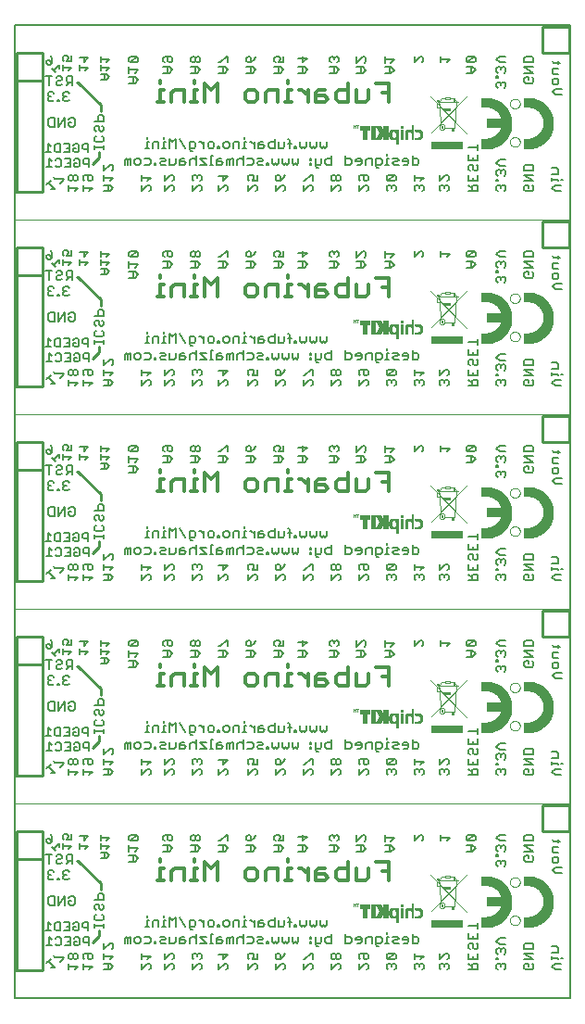
<source format=gbo>
G75*
G70*
%OFA0B0*%
%FSLAX24Y24*%
%IPPOS*%
%LPD*%
%AMOC8*
5,1,8,0,0,1.08239X$1,22.5*
%
%ADD10C,0.0000*%
%ADD11C,0.0070*%
%ADD12C,0.0060*%
%ADD13C,0.0100*%
%ADD14C,0.0120*%
%ADD15C,0.0080*%
%ADD16C,0.0010*%
%ADD17C,0.0039*%
%ADD18R,0.1157X0.0291*%
%ADD19C,0.0004*%
%ADD20C,0.0020*%
D10*
X001260Y000950D02*
X001260Y007950D01*
X001260Y014950D01*
X001260Y021950D01*
X001260Y028950D01*
X001260Y035950D01*
X021260Y035950D01*
X021260Y028950D01*
X001260Y028950D01*
X021260Y028950D01*
X021260Y021950D01*
X001260Y021950D01*
X021260Y021950D01*
X021260Y014950D01*
X001260Y014950D01*
X021260Y014950D01*
X021260Y007950D01*
X001260Y007950D01*
X021260Y007950D01*
X021260Y000950D01*
X001260Y000950D01*
X019083Y003761D02*
X019085Y003787D01*
X019091Y003813D01*
X019101Y003838D01*
X019114Y003861D01*
X019130Y003881D01*
X019150Y003899D01*
X019172Y003914D01*
X019195Y003926D01*
X019221Y003934D01*
X019247Y003938D01*
X019273Y003938D01*
X019299Y003934D01*
X019325Y003926D01*
X019349Y003914D01*
X019370Y003899D01*
X019390Y003881D01*
X019406Y003861D01*
X019419Y003838D01*
X019429Y003813D01*
X019435Y003787D01*
X019437Y003761D01*
X019435Y003735D01*
X019429Y003709D01*
X019419Y003684D01*
X019406Y003661D01*
X019390Y003641D01*
X019370Y003623D01*
X019348Y003608D01*
X019325Y003596D01*
X019299Y003588D01*
X019273Y003584D01*
X019247Y003584D01*
X019221Y003588D01*
X019195Y003596D01*
X019171Y003608D01*
X019150Y003623D01*
X019130Y003641D01*
X019114Y003661D01*
X019101Y003684D01*
X019091Y003709D01*
X019085Y003735D01*
X019083Y003761D01*
X019083Y005139D02*
X019085Y005165D01*
X019091Y005191D01*
X019101Y005216D01*
X019114Y005239D01*
X019130Y005259D01*
X019150Y005277D01*
X019172Y005292D01*
X019195Y005304D01*
X019221Y005312D01*
X019247Y005316D01*
X019273Y005316D01*
X019299Y005312D01*
X019325Y005304D01*
X019349Y005292D01*
X019370Y005277D01*
X019390Y005259D01*
X019406Y005239D01*
X019419Y005216D01*
X019429Y005191D01*
X019435Y005165D01*
X019437Y005139D01*
X019435Y005113D01*
X019429Y005087D01*
X019419Y005062D01*
X019406Y005039D01*
X019390Y005019D01*
X019370Y005001D01*
X019348Y004986D01*
X019325Y004974D01*
X019299Y004966D01*
X019273Y004962D01*
X019247Y004962D01*
X019221Y004966D01*
X019195Y004974D01*
X019171Y004986D01*
X019150Y005001D01*
X019130Y005019D01*
X019114Y005039D01*
X019101Y005062D01*
X019091Y005087D01*
X019085Y005113D01*
X019083Y005139D01*
X019083Y010761D02*
X019085Y010787D01*
X019091Y010813D01*
X019101Y010838D01*
X019114Y010861D01*
X019130Y010881D01*
X019150Y010899D01*
X019172Y010914D01*
X019195Y010926D01*
X019221Y010934D01*
X019247Y010938D01*
X019273Y010938D01*
X019299Y010934D01*
X019325Y010926D01*
X019349Y010914D01*
X019370Y010899D01*
X019390Y010881D01*
X019406Y010861D01*
X019419Y010838D01*
X019429Y010813D01*
X019435Y010787D01*
X019437Y010761D01*
X019435Y010735D01*
X019429Y010709D01*
X019419Y010684D01*
X019406Y010661D01*
X019390Y010641D01*
X019370Y010623D01*
X019348Y010608D01*
X019325Y010596D01*
X019299Y010588D01*
X019273Y010584D01*
X019247Y010584D01*
X019221Y010588D01*
X019195Y010596D01*
X019171Y010608D01*
X019150Y010623D01*
X019130Y010641D01*
X019114Y010661D01*
X019101Y010684D01*
X019091Y010709D01*
X019085Y010735D01*
X019083Y010761D01*
X019083Y012139D02*
X019085Y012165D01*
X019091Y012191D01*
X019101Y012216D01*
X019114Y012239D01*
X019130Y012259D01*
X019150Y012277D01*
X019172Y012292D01*
X019195Y012304D01*
X019221Y012312D01*
X019247Y012316D01*
X019273Y012316D01*
X019299Y012312D01*
X019325Y012304D01*
X019349Y012292D01*
X019370Y012277D01*
X019390Y012259D01*
X019406Y012239D01*
X019419Y012216D01*
X019429Y012191D01*
X019435Y012165D01*
X019437Y012139D01*
X019435Y012113D01*
X019429Y012087D01*
X019419Y012062D01*
X019406Y012039D01*
X019390Y012019D01*
X019370Y012001D01*
X019348Y011986D01*
X019325Y011974D01*
X019299Y011966D01*
X019273Y011962D01*
X019247Y011962D01*
X019221Y011966D01*
X019195Y011974D01*
X019171Y011986D01*
X019150Y012001D01*
X019130Y012019D01*
X019114Y012039D01*
X019101Y012062D01*
X019091Y012087D01*
X019085Y012113D01*
X019083Y012139D01*
X019083Y017761D02*
X019085Y017787D01*
X019091Y017813D01*
X019101Y017838D01*
X019114Y017861D01*
X019130Y017881D01*
X019150Y017899D01*
X019172Y017914D01*
X019195Y017926D01*
X019221Y017934D01*
X019247Y017938D01*
X019273Y017938D01*
X019299Y017934D01*
X019325Y017926D01*
X019349Y017914D01*
X019370Y017899D01*
X019390Y017881D01*
X019406Y017861D01*
X019419Y017838D01*
X019429Y017813D01*
X019435Y017787D01*
X019437Y017761D01*
X019435Y017735D01*
X019429Y017709D01*
X019419Y017684D01*
X019406Y017661D01*
X019390Y017641D01*
X019370Y017623D01*
X019348Y017608D01*
X019325Y017596D01*
X019299Y017588D01*
X019273Y017584D01*
X019247Y017584D01*
X019221Y017588D01*
X019195Y017596D01*
X019171Y017608D01*
X019150Y017623D01*
X019130Y017641D01*
X019114Y017661D01*
X019101Y017684D01*
X019091Y017709D01*
X019085Y017735D01*
X019083Y017761D01*
X019083Y019139D02*
X019085Y019165D01*
X019091Y019191D01*
X019101Y019216D01*
X019114Y019239D01*
X019130Y019259D01*
X019150Y019277D01*
X019172Y019292D01*
X019195Y019304D01*
X019221Y019312D01*
X019247Y019316D01*
X019273Y019316D01*
X019299Y019312D01*
X019325Y019304D01*
X019349Y019292D01*
X019370Y019277D01*
X019390Y019259D01*
X019406Y019239D01*
X019419Y019216D01*
X019429Y019191D01*
X019435Y019165D01*
X019437Y019139D01*
X019435Y019113D01*
X019429Y019087D01*
X019419Y019062D01*
X019406Y019039D01*
X019390Y019019D01*
X019370Y019001D01*
X019348Y018986D01*
X019325Y018974D01*
X019299Y018966D01*
X019273Y018962D01*
X019247Y018962D01*
X019221Y018966D01*
X019195Y018974D01*
X019171Y018986D01*
X019150Y019001D01*
X019130Y019019D01*
X019114Y019039D01*
X019101Y019062D01*
X019091Y019087D01*
X019085Y019113D01*
X019083Y019139D01*
X019083Y024761D02*
X019085Y024787D01*
X019091Y024813D01*
X019101Y024838D01*
X019114Y024861D01*
X019130Y024881D01*
X019150Y024899D01*
X019172Y024914D01*
X019195Y024926D01*
X019221Y024934D01*
X019247Y024938D01*
X019273Y024938D01*
X019299Y024934D01*
X019325Y024926D01*
X019349Y024914D01*
X019370Y024899D01*
X019390Y024881D01*
X019406Y024861D01*
X019419Y024838D01*
X019429Y024813D01*
X019435Y024787D01*
X019437Y024761D01*
X019435Y024735D01*
X019429Y024709D01*
X019419Y024684D01*
X019406Y024661D01*
X019390Y024641D01*
X019370Y024623D01*
X019348Y024608D01*
X019325Y024596D01*
X019299Y024588D01*
X019273Y024584D01*
X019247Y024584D01*
X019221Y024588D01*
X019195Y024596D01*
X019171Y024608D01*
X019150Y024623D01*
X019130Y024641D01*
X019114Y024661D01*
X019101Y024684D01*
X019091Y024709D01*
X019085Y024735D01*
X019083Y024761D01*
X019083Y026139D02*
X019085Y026165D01*
X019091Y026191D01*
X019101Y026216D01*
X019114Y026239D01*
X019130Y026259D01*
X019150Y026277D01*
X019172Y026292D01*
X019195Y026304D01*
X019221Y026312D01*
X019247Y026316D01*
X019273Y026316D01*
X019299Y026312D01*
X019325Y026304D01*
X019349Y026292D01*
X019370Y026277D01*
X019390Y026259D01*
X019406Y026239D01*
X019419Y026216D01*
X019429Y026191D01*
X019435Y026165D01*
X019437Y026139D01*
X019435Y026113D01*
X019429Y026087D01*
X019419Y026062D01*
X019406Y026039D01*
X019390Y026019D01*
X019370Y026001D01*
X019348Y025986D01*
X019325Y025974D01*
X019299Y025966D01*
X019273Y025962D01*
X019247Y025962D01*
X019221Y025966D01*
X019195Y025974D01*
X019171Y025986D01*
X019150Y026001D01*
X019130Y026019D01*
X019114Y026039D01*
X019101Y026062D01*
X019091Y026087D01*
X019085Y026113D01*
X019083Y026139D01*
X019083Y031761D02*
X019085Y031787D01*
X019091Y031813D01*
X019101Y031838D01*
X019114Y031861D01*
X019130Y031881D01*
X019150Y031899D01*
X019172Y031914D01*
X019195Y031926D01*
X019221Y031934D01*
X019247Y031938D01*
X019273Y031938D01*
X019299Y031934D01*
X019325Y031926D01*
X019349Y031914D01*
X019370Y031899D01*
X019390Y031881D01*
X019406Y031861D01*
X019419Y031838D01*
X019429Y031813D01*
X019435Y031787D01*
X019437Y031761D01*
X019435Y031735D01*
X019429Y031709D01*
X019419Y031684D01*
X019406Y031661D01*
X019390Y031641D01*
X019370Y031623D01*
X019348Y031608D01*
X019325Y031596D01*
X019299Y031588D01*
X019273Y031584D01*
X019247Y031584D01*
X019221Y031588D01*
X019195Y031596D01*
X019171Y031608D01*
X019150Y031623D01*
X019130Y031641D01*
X019114Y031661D01*
X019101Y031684D01*
X019091Y031709D01*
X019085Y031735D01*
X019083Y031761D01*
X019083Y033139D02*
X019085Y033165D01*
X019091Y033191D01*
X019101Y033216D01*
X019114Y033239D01*
X019130Y033259D01*
X019150Y033277D01*
X019172Y033292D01*
X019195Y033304D01*
X019221Y033312D01*
X019247Y033316D01*
X019273Y033316D01*
X019299Y033312D01*
X019325Y033304D01*
X019349Y033292D01*
X019370Y033277D01*
X019390Y033259D01*
X019406Y033239D01*
X019419Y033216D01*
X019429Y033191D01*
X019435Y033165D01*
X019437Y033139D01*
X019435Y033113D01*
X019429Y033087D01*
X019419Y033062D01*
X019406Y033039D01*
X019390Y033019D01*
X019370Y033001D01*
X019348Y032986D01*
X019325Y032974D01*
X019299Y032966D01*
X019273Y032962D01*
X019247Y032962D01*
X019221Y032966D01*
X019195Y032974D01*
X019171Y032986D01*
X019150Y033001D01*
X019130Y033019D01*
X019114Y033039D01*
X019101Y033062D01*
X019091Y033087D01*
X019085Y033113D01*
X019083Y033139D01*
D11*
X018870Y033696D02*
X018925Y033751D01*
X018925Y033861D01*
X018870Y033916D01*
X018815Y033916D01*
X018760Y033861D01*
X018705Y033916D01*
X018650Y033916D01*
X018595Y033861D01*
X018595Y033751D01*
X018650Y033696D01*
X018760Y033806D02*
X018760Y033861D01*
X018650Y034064D02*
X018650Y034119D01*
X018595Y034119D01*
X018595Y034064D01*
X018650Y034064D01*
X018650Y034248D02*
X018595Y034303D01*
X018595Y034414D01*
X018650Y034469D01*
X018705Y034469D01*
X018760Y034414D01*
X018760Y034358D01*
X018760Y034414D02*
X018815Y034469D01*
X018870Y034469D01*
X018925Y034414D01*
X018925Y034303D01*
X018870Y034248D01*
X018925Y034617D02*
X018705Y034617D01*
X018595Y034727D01*
X018705Y034837D01*
X018925Y034837D01*
X019595Y034782D02*
X019595Y034617D01*
X019925Y034617D01*
X019925Y034782D01*
X019870Y034837D01*
X019650Y034837D01*
X019595Y034782D01*
X019595Y034469D02*
X019925Y034469D01*
X019925Y034248D02*
X019595Y034469D01*
X019595Y034248D02*
X019925Y034248D01*
X019870Y034100D02*
X019925Y034045D01*
X019925Y033935D01*
X019870Y033880D01*
X019650Y033880D01*
X019595Y033935D01*
X019595Y034045D01*
X019650Y034100D01*
X019760Y034100D01*
X019760Y033990D01*
X020605Y033988D02*
X020605Y033878D01*
X020660Y033823D01*
X020770Y033823D01*
X020825Y033878D01*
X020825Y033988D01*
X020770Y034043D01*
X020660Y034043D01*
X020605Y033988D01*
X020660Y034191D02*
X020605Y034246D01*
X020605Y034411D01*
X020825Y034411D01*
X020825Y034559D02*
X020825Y034670D01*
X020880Y034615D02*
X020660Y034615D01*
X020605Y034670D01*
X020660Y034191D02*
X020825Y034191D01*
X020715Y033675D02*
X020605Y033565D01*
X020715Y033455D01*
X020935Y033455D01*
X020935Y033675D02*
X020715Y033675D01*
X020760Y030819D02*
X020595Y030819D01*
X020760Y030819D02*
X020815Y030764D01*
X020815Y030599D01*
X020595Y030599D01*
X020595Y030463D02*
X020595Y030353D01*
X020595Y030408D02*
X020815Y030408D01*
X020815Y030353D01*
X020925Y030408D02*
X020980Y030408D01*
X020925Y030205D02*
X020705Y030205D01*
X020595Y030095D01*
X020705Y029985D01*
X020925Y029985D01*
X019925Y030040D02*
X019870Y029985D01*
X019650Y029985D01*
X019595Y030040D01*
X019595Y030150D01*
X019650Y030205D01*
X019760Y030205D01*
X019760Y030095D01*
X019870Y030205D02*
X019925Y030150D01*
X019925Y030040D01*
X019925Y030353D02*
X019595Y030574D01*
X019925Y030574D01*
X019925Y030722D02*
X019925Y030887D01*
X019870Y030942D01*
X019650Y030942D01*
X019595Y030887D01*
X019595Y030722D01*
X019925Y030722D01*
X019925Y030353D02*
X019595Y030353D01*
X018925Y030150D02*
X018870Y030205D01*
X018815Y030205D01*
X018760Y030150D01*
X018705Y030205D01*
X018650Y030205D01*
X018595Y030150D01*
X018595Y030040D01*
X018650Y029985D01*
X018760Y030095D02*
X018760Y030150D01*
X018925Y030150D02*
X018925Y030040D01*
X018870Y029985D01*
X018650Y030353D02*
X018650Y030408D01*
X018595Y030408D01*
X018595Y030353D01*
X018650Y030353D01*
X018650Y030537D02*
X018595Y030593D01*
X018595Y030703D01*
X018650Y030758D01*
X018705Y030758D01*
X018760Y030703D01*
X018760Y030648D01*
X018760Y030703D02*
X018815Y030758D01*
X018870Y030758D01*
X018925Y030703D01*
X018925Y030593D01*
X018870Y030537D01*
X018925Y030906D02*
X018705Y030906D01*
X018595Y031016D01*
X018705Y031126D01*
X018925Y031126D01*
X017925Y031090D02*
X017595Y031090D01*
X017595Y031310D01*
X017760Y031200D02*
X017760Y031090D01*
X017705Y030942D02*
X017650Y030942D01*
X017595Y030887D01*
X017595Y030777D01*
X017650Y030722D01*
X017760Y030777D02*
X017760Y030887D01*
X017705Y030942D01*
X017870Y030942D02*
X017925Y030887D01*
X017925Y030777D01*
X017870Y030722D01*
X017815Y030722D01*
X017760Y030777D01*
X017595Y030574D02*
X017595Y030353D01*
X017925Y030353D01*
X017925Y030574D01*
X017760Y030463D02*
X017760Y030353D01*
X017760Y030205D02*
X017705Y030150D01*
X017705Y029985D01*
X017595Y029985D02*
X017925Y029985D01*
X017925Y030150D01*
X017870Y030205D01*
X017760Y030205D01*
X017705Y030095D02*
X017595Y030205D01*
X016875Y030150D02*
X016820Y030205D01*
X016765Y030205D01*
X016710Y030150D01*
X016655Y030205D01*
X016600Y030205D01*
X016545Y030150D01*
X016545Y030040D01*
X016600Y029985D01*
X016710Y030095D02*
X016710Y030150D01*
X016875Y030150D02*
X016875Y030040D01*
X016820Y029985D01*
X016820Y030353D02*
X016875Y030408D01*
X016875Y030518D01*
X016820Y030574D01*
X016765Y030574D01*
X016545Y030353D01*
X016545Y030574D01*
X015975Y030463D02*
X015645Y030463D01*
X015645Y030353D02*
X015645Y030574D01*
X015865Y030353D02*
X015975Y030463D01*
X015920Y030205D02*
X015865Y030205D01*
X015810Y030150D01*
X015755Y030205D01*
X015700Y030205D01*
X015645Y030150D01*
X015645Y030040D01*
X015700Y029985D01*
X015810Y030095D02*
X015810Y030150D01*
X015920Y030205D02*
X015975Y030150D01*
X015975Y030040D01*
X015920Y029985D01*
X014975Y030040D02*
X014975Y030150D01*
X014920Y030205D01*
X014865Y030205D01*
X014810Y030150D01*
X014755Y030205D01*
X014700Y030205D01*
X014645Y030150D01*
X014645Y030040D01*
X014700Y029985D01*
X014810Y030095D02*
X014810Y030150D01*
X014920Y029985D02*
X014975Y030040D01*
X014920Y030353D02*
X014700Y030353D01*
X014920Y030574D01*
X014700Y030574D01*
X014645Y030518D01*
X014645Y030408D01*
X014700Y030353D01*
X014920Y030353D02*
X014975Y030408D01*
X014975Y030518D01*
X014920Y030574D01*
X013975Y030518D02*
X013975Y030408D01*
X013920Y030353D01*
X013865Y030353D01*
X013810Y030408D01*
X013810Y030574D01*
X013700Y030574D02*
X013920Y030574D01*
X013975Y030518D01*
X013700Y030574D02*
X013645Y030518D01*
X013645Y030408D01*
X013700Y030353D01*
X013645Y030205D02*
X013645Y029985D01*
X013865Y030205D01*
X013920Y030205D01*
X013975Y030150D01*
X013975Y030040D01*
X013920Y029985D01*
X012975Y030040D02*
X012920Y029985D01*
X012975Y030040D02*
X012975Y030150D01*
X012920Y030205D01*
X012865Y030205D01*
X012645Y029985D01*
X012645Y030205D01*
X012700Y030353D02*
X012755Y030353D01*
X012810Y030408D01*
X012810Y030518D01*
X012755Y030574D01*
X012700Y030574D01*
X012645Y030518D01*
X012645Y030408D01*
X012700Y030353D01*
X012810Y030408D02*
X012865Y030353D01*
X012920Y030353D01*
X012975Y030408D01*
X012975Y030518D01*
X012920Y030574D01*
X012865Y030574D01*
X012810Y030518D01*
X011975Y030574D02*
X011920Y030574D01*
X011700Y030353D01*
X011645Y030353D01*
X011645Y030205D02*
X011645Y029985D01*
X011865Y030205D01*
X011920Y030205D01*
X011975Y030150D01*
X011975Y030040D01*
X011920Y029985D01*
X011975Y030353D02*
X011975Y030574D01*
X010975Y030574D02*
X010920Y030463D01*
X010810Y030353D01*
X010810Y030518D01*
X010755Y030574D01*
X010700Y030574D01*
X010645Y030518D01*
X010645Y030408D01*
X010700Y030353D01*
X010810Y030353D01*
X010865Y030205D02*
X010645Y029985D01*
X010645Y030205D01*
X010865Y030205D02*
X010920Y030205D01*
X010975Y030150D01*
X010975Y030040D01*
X010920Y029985D01*
X009975Y030040D02*
X009920Y029985D01*
X009975Y030040D02*
X009975Y030150D01*
X009920Y030205D01*
X009865Y030205D01*
X009645Y029985D01*
X009645Y030205D01*
X009700Y030353D02*
X009645Y030408D01*
X009645Y030518D01*
X009700Y030574D01*
X009810Y030574D01*
X009865Y030518D01*
X009865Y030463D01*
X009810Y030353D01*
X009975Y030353D01*
X009975Y030574D01*
X008915Y030518D02*
X008750Y030353D01*
X008750Y030574D01*
X008585Y030518D02*
X008915Y030518D01*
X008860Y030205D02*
X008805Y030205D01*
X008585Y029985D01*
X008585Y030205D01*
X008860Y030205D02*
X008915Y030150D01*
X008915Y030040D01*
X008860Y029985D01*
X007975Y030040D02*
X007920Y029985D01*
X007975Y030040D02*
X007975Y030150D01*
X007920Y030205D01*
X007865Y030205D01*
X007645Y029985D01*
X007645Y030205D01*
X007700Y030353D02*
X007645Y030408D01*
X007645Y030518D01*
X007700Y030574D01*
X007755Y030574D01*
X007810Y030518D01*
X007810Y030463D01*
X007810Y030518D02*
X007865Y030574D01*
X007920Y030574D01*
X007975Y030518D01*
X007975Y030408D01*
X007920Y030353D01*
X006975Y030408D02*
X006920Y030353D01*
X006975Y030408D02*
X006975Y030518D01*
X006920Y030574D01*
X006865Y030574D01*
X006645Y030353D01*
X006645Y030574D01*
X006645Y030205D02*
X006645Y029985D01*
X006865Y030205D01*
X006920Y030205D01*
X006975Y030150D01*
X006975Y030040D01*
X006920Y029985D01*
X006135Y030040D02*
X006080Y029985D01*
X006135Y030040D02*
X006135Y030150D01*
X006080Y030205D01*
X006025Y030205D01*
X005805Y029985D01*
X005805Y030205D01*
X005805Y030353D02*
X005805Y030574D01*
X005805Y030463D02*
X006135Y030463D01*
X006025Y030353D01*
X004795Y030463D02*
X004465Y030463D01*
X004465Y030353D02*
X004465Y030574D01*
X004465Y030722D02*
X004685Y030942D01*
X004740Y030942D01*
X004795Y030887D01*
X004795Y030777D01*
X004740Y030722D01*
X004795Y030463D02*
X004685Y030353D01*
X004685Y030205D02*
X004465Y030205D01*
X004630Y030205D02*
X004630Y029985D01*
X004685Y029985D02*
X004795Y030095D01*
X004685Y030205D01*
X004685Y029985D02*
X004465Y029985D01*
X004035Y030095D02*
X003705Y030095D01*
X003705Y029985D02*
X003705Y030205D01*
X003760Y030353D02*
X003705Y030408D01*
X003705Y030518D01*
X003760Y030574D01*
X003980Y030574D01*
X004035Y030518D01*
X004035Y030408D01*
X003980Y030353D01*
X003925Y030353D01*
X003870Y030408D01*
X003870Y030574D01*
X003515Y030518D02*
X003460Y030574D01*
X003405Y030574D01*
X003350Y030518D01*
X003350Y030408D01*
X003405Y030353D01*
X003460Y030353D01*
X003515Y030408D01*
X003515Y030518D01*
X003350Y030518D02*
X003295Y030574D01*
X003240Y030574D01*
X003185Y030518D01*
X003185Y030408D01*
X003240Y030353D01*
X003295Y030353D01*
X003350Y030408D01*
X003185Y030205D02*
X003185Y029985D01*
X003185Y030095D02*
X003515Y030095D01*
X003405Y029985D01*
X003033Y030406D02*
X002994Y030444D01*
X002683Y030444D01*
X002644Y030483D01*
X002539Y030379D02*
X002383Y030223D01*
X002461Y030301D02*
X002695Y030067D01*
X002539Y030067D01*
X002877Y030250D02*
X003033Y030406D01*
X003925Y029985D02*
X004035Y030095D01*
X004465Y030722D02*
X004465Y030942D01*
X004455Y031515D02*
X004455Y031625D01*
X004455Y031570D02*
X004125Y031570D01*
X004125Y031515D02*
X004125Y031625D01*
X004180Y031760D02*
X004125Y031815D01*
X004125Y031925D01*
X004180Y031980D01*
X004180Y032128D02*
X004125Y032183D01*
X004125Y032294D01*
X004180Y032349D01*
X004235Y032349D01*
X004290Y032294D01*
X004290Y032183D01*
X004345Y032128D01*
X004400Y032128D01*
X004455Y032183D01*
X004455Y032294D01*
X004400Y032349D01*
X004455Y032497D02*
X004125Y032497D01*
X004235Y032497D02*
X004235Y032662D01*
X004290Y032717D01*
X004400Y032717D01*
X004455Y032662D01*
X004455Y032497D01*
X004400Y031980D02*
X004455Y031925D01*
X004455Y031815D01*
X004400Y031760D01*
X004180Y031760D01*
X003410Y032350D02*
X003355Y032295D01*
X003245Y032295D01*
X003190Y032350D01*
X003190Y032460D01*
X003300Y032460D01*
X003410Y032570D02*
X003410Y032350D01*
X003410Y032570D02*
X003355Y032625D01*
X003245Y032625D01*
X003190Y032570D01*
X003042Y032625D02*
X002821Y032295D01*
X002821Y032625D01*
X002673Y032625D02*
X002673Y032295D01*
X002508Y032295D01*
X002453Y032350D01*
X002453Y032570D01*
X002508Y032625D01*
X002673Y032625D01*
X003042Y032625D02*
X003042Y032295D01*
X003051Y033225D02*
X002996Y033280D01*
X002996Y033335D01*
X003051Y033390D01*
X003106Y033390D01*
X003051Y033390D02*
X002996Y033445D01*
X002996Y033500D01*
X003051Y033555D01*
X003161Y033555D01*
X003216Y033500D01*
X003216Y033280D02*
X003161Y033225D01*
X003051Y033225D01*
X002847Y033225D02*
X002792Y033225D01*
X002792Y033280D01*
X002847Y033280D01*
X002847Y033225D01*
X002663Y033280D02*
X002608Y033225D01*
X002498Y033225D01*
X002443Y033280D01*
X002443Y033335D01*
X002498Y033390D01*
X002553Y033390D01*
X002498Y033390D02*
X002443Y033445D01*
X002443Y033500D01*
X002498Y033555D01*
X002608Y033555D01*
X002663Y033500D01*
X002790Y033793D02*
X002900Y033793D01*
X002955Y033848D01*
X002900Y033958D02*
X002790Y033958D01*
X002735Y033903D01*
X002735Y033848D01*
X002790Y033793D01*
X002900Y033958D02*
X002955Y034013D01*
X002955Y034068D01*
X002900Y034124D01*
X002790Y034124D01*
X002735Y034068D01*
X002587Y034124D02*
X002367Y034124D01*
X002477Y034124D02*
X002477Y033793D01*
X003103Y033793D02*
X003213Y033903D01*
X003158Y033903D02*
X003323Y033903D01*
X003323Y033793D02*
X003323Y034124D01*
X003158Y034124D01*
X003103Y034068D01*
X003103Y033958D01*
X003158Y033903D01*
X005365Y033880D02*
X005585Y033880D01*
X005695Y033990D01*
X005585Y034100D01*
X005365Y034100D01*
X005365Y034248D02*
X005365Y034469D01*
X005365Y034358D02*
X005695Y034358D01*
X005585Y034248D01*
X005530Y034100D02*
X005530Y033880D01*
X005420Y034617D02*
X005640Y034837D01*
X005420Y034837D01*
X005365Y034782D01*
X005365Y034672D01*
X005420Y034617D01*
X005640Y034617D01*
X005695Y034672D01*
X005695Y034782D01*
X005640Y034837D01*
X006595Y034782D02*
X006650Y034837D01*
X006870Y034837D01*
X006925Y034782D01*
X006925Y034672D01*
X006870Y034617D01*
X006815Y034617D01*
X006760Y034672D01*
X006760Y034837D01*
X006595Y034782D02*
X006595Y034672D01*
X006650Y034617D01*
X006595Y034469D02*
X006815Y034469D01*
X006925Y034358D01*
X006815Y034248D01*
X006595Y034248D01*
X006760Y034248D02*
X006760Y034469D01*
X007595Y034469D02*
X007815Y034469D01*
X007925Y034358D01*
X007815Y034248D01*
X007595Y034248D01*
X007760Y034248D02*
X007760Y034469D01*
X007705Y034617D02*
X007760Y034672D01*
X007760Y034782D01*
X007705Y034837D01*
X007650Y034837D01*
X007595Y034782D01*
X007595Y034672D01*
X007650Y034617D01*
X007705Y034617D01*
X007760Y034672D02*
X007815Y034617D01*
X007870Y034617D01*
X007925Y034672D01*
X007925Y034782D01*
X007870Y034837D01*
X007815Y034837D01*
X007760Y034782D01*
X008595Y034617D02*
X008650Y034617D01*
X008870Y034837D01*
X008925Y034837D01*
X008925Y034617D01*
X008815Y034469D02*
X008925Y034358D01*
X008815Y034248D01*
X008595Y034248D01*
X008760Y034248D02*
X008760Y034469D01*
X008815Y034469D02*
X008595Y034469D01*
X009595Y034469D02*
X009815Y034469D01*
X009925Y034358D01*
X009815Y034248D01*
X009595Y034248D01*
X009760Y034248D02*
X009760Y034469D01*
X009760Y034617D02*
X009760Y034782D01*
X009705Y034837D01*
X009650Y034837D01*
X009595Y034782D01*
X009595Y034672D01*
X009650Y034617D01*
X009760Y034617D01*
X009870Y034727D01*
X009925Y034837D01*
X010585Y034782D02*
X010585Y034672D01*
X010640Y034617D01*
X010750Y034617D02*
X010805Y034727D01*
X010805Y034782D01*
X010750Y034837D01*
X010640Y034837D01*
X010585Y034782D01*
X010750Y034617D02*
X010915Y034617D01*
X010915Y034837D01*
X010805Y034469D02*
X010585Y034469D01*
X010750Y034469D02*
X010750Y034248D01*
X010805Y034248D02*
X010585Y034248D01*
X010805Y034248D02*
X010915Y034358D01*
X010805Y034469D01*
X011465Y034469D02*
X011685Y034469D01*
X011795Y034358D01*
X011685Y034248D01*
X011465Y034248D01*
X011630Y034248D02*
X011630Y034469D01*
X011630Y034617D02*
X011630Y034837D01*
X011465Y034782D02*
X011795Y034782D01*
X011630Y034617D01*
X012585Y034672D02*
X012640Y034617D01*
X012585Y034672D02*
X012585Y034782D01*
X012640Y034837D01*
X012695Y034837D01*
X012750Y034782D01*
X012750Y034727D01*
X012750Y034782D02*
X012805Y034837D01*
X012860Y034837D01*
X012915Y034782D01*
X012915Y034672D01*
X012860Y034617D01*
X012805Y034469D02*
X012585Y034469D01*
X012750Y034469D02*
X012750Y034248D01*
X012805Y034248D02*
X012915Y034358D01*
X012805Y034469D01*
X012805Y034248D02*
X012585Y034248D01*
X013565Y034238D02*
X013785Y034238D01*
X013895Y034348D01*
X013785Y034459D01*
X013565Y034459D01*
X013565Y034607D02*
X013785Y034827D01*
X013840Y034827D01*
X013895Y034772D01*
X013895Y034662D01*
X013840Y034607D01*
X013730Y034459D02*
X013730Y034238D01*
X013565Y034607D02*
X013565Y034827D01*
X014575Y034827D02*
X014575Y034607D01*
X014575Y034717D02*
X014905Y034717D01*
X014795Y034607D01*
X014795Y034459D02*
X014575Y034459D01*
X014740Y034459D02*
X014740Y034238D01*
X014795Y034238D02*
X014905Y034348D01*
X014795Y034459D01*
X014795Y034238D02*
X014575Y034238D01*
X015635Y034617D02*
X015855Y034837D01*
X015910Y034837D01*
X015965Y034782D01*
X015965Y034672D01*
X015910Y034617D01*
X015635Y034617D02*
X015635Y034837D01*
X016595Y034837D02*
X016595Y034617D01*
X016595Y034727D02*
X016925Y034727D01*
X016815Y034617D01*
X017505Y034672D02*
X017560Y034617D01*
X017780Y034837D01*
X017560Y034837D01*
X017505Y034782D01*
X017505Y034672D01*
X017560Y034617D02*
X017780Y034617D01*
X017835Y034672D01*
X017835Y034782D01*
X017780Y034837D01*
X017725Y034469D02*
X017505Y034469D01*
X017670Y034469D02*
X017670Y034248D01*
X017725Y034248D02*
X017505Y034248D01*
X017725Y034248D02*
X017835Y034358D01*
X017725Y034469D01*
X017925Y031678D02*
X017925Y031458D01*
X017925Y031568D02*
X017595Y031568D01*
X017925Y031310D02*
X017925Y031090D01*
X017780Y027837D02*
X017560Y027837D01*
X017505Y027782D01*
X017505Y027672D01*
X017560Y027617D01*
X017780Y027837D01*
X017835Y027782D01*
X017835Y027672D01*
X017780Y027617D01*
X017560Y027617D01*
X017505Y027469D02*
X017725Y027469D01*
X017835Y027358D01*
X017725Y027248D01*
X017505Y027248D01*
X017670Y027248D02*
X017670Y027469D01*
X016925Y027727D02*
X016595Y027727D01*
X016595Y027617D02*
X016595Y027837D01*
X016815Y027617D02*
X016925Y027727D01*
X015965Y027782D02*
X015965Y027672D01*
X015910Y027617D01*
X015965Y027782D02*
X015910Y027837D01*
X015855Y027837D01*
X015635Y027617D01*
X015635Y027837D01*
X014905Y027717D02*
X014575Y027717D01*
X014575Y027607D02*
X014575Y027827D01*
X014795Y027607D02*
X014905Y027717D01*
X014795Y027459D02*
X014575Y027459D01*
X014740Y027459D02*
X014740Y027238D01*
X014795Y027238D02*
X014905Y027348D01*
X014795Y027459D01*
X014795Y027238D02*
X014575Y027238D01*
X013895Y027348D02*
X013785Y027459D01*
X013565Y027459D01*
X013565Y027607D02*
X013785Y027827D01*
X013840Y027827D01*
X013895Y027772D01*
X013895Y027662D01*
X013840Y027607D01*
X013730Y027459D02*
X013730Y027238D01*
X013785Y027238D02*
X013895Y027348D01*
X013785Y027238D02*
X013565Y027238D01*
X013565Y027607D02*
X013565Y027827D01*
X012915Y027782D02*
X012915Y027672D01*
X012860Y027617D01*
X012750Y027727D02*
X012750Y027782D01*
X012695Y027837D01*
X012640Y027837D01*
X012585Y027782D01*
X012585Y027672D01*
X012640Y027617D01*
X012585Y027469D02*
X012805Y027469D01*
X012915Y027358D01*
X012805Y027248D01*
X012585Y027248D01*
X012750Y027248D02*
X012750Y027469D01*
X012750Y027782D02*
X012805Y027837D01*
X012860Y027837D01*
X012915Y027782D01*
X011795Y027782D02*
X011630Y027617D01*
X011630Y027837D01*
X011465Y027782D02*
X011795Y027782D01*
X011685Y027469D02*
X011465Y027469D01*
X011630Y027469D02*
X011630Y027248D01*
X011685Y027248D02*
X011465Y027248D01*
X011685Y027248D02*
X011795Y027358D01*
X011685Y027469D01*
X010915Y027358D02*
X010805Y027248D01*
X010585Y027248D01*
X010750Y027248D02*
X010750Y027469D01*
X010805Y027469D02*
X010585Y027469D01*
X010640Y027617D02*
X010585Y027672D01*
X010585Y027782D01*
X010640Y027837D01*
X010750Y027837D01*
X010805Y027782D01*
X010805Y027727D01*
X010750Y027617D01*
X010915Y027617D01*
X010915Y027837D01*
X010805Y027469D02*
X010915Y027358D01*
X009925Y027358D02*
X009815Y027469D01*
X009595Y027469D01*
X009650Y027617D02*
X009595Y027672D01*
X009595Y027782D01*
X009650Y027837D01*
X009705Y027837D01*
X009760Y027782D01*
X009760Y027617D01*
X009650Y027617D01*
X009760Y027617D02*
X009870Y027727D01*
X009925Y027837D01*
X009760Y027469D02*
X009760Y027248D01*
X009815Y027248D02*
X009925Y027358D01*
X009815Y027248D02*
X009595Y027248D01*
X008925Y027358D02*
X008815Y027469D01*
X008595Y027469D01*
X008595Y027617D02*
X008650Y027617D01*
X008870Y027837D01*
X008925Y027837D01*
X008925Y027617D01*
X008760Y027469D02*
X008760Y027248D01*
X008815Y027248D02*
X008925Y027358D01*
X008815Y027248D02*
X008595Y027248D01*
X007925Y027358D02*
X007815Y027248D01*
X007595Y027248D01*
X007760Y027248D02*
X007760Y027469D01*
X007815Y027469D02*
X007595Y027469D01*
X007650Y027617D02*
X007705Y027617D01*
X007760Y027672D01*
X007760Y027782D01*
X007705Y027837D01*
X007650Y027837D01*
X007595Y027782D01*
X007595Y027672D01*
X007650Y027617D01*
X007760Y027672D02*
X007815Y027617D01*
X007870Y027617D01*
X007925Y027672D01*
X007925Y027782D01*
X007870Y027837D01*
X007815Y027837D01*
X007760Y027782D01*
X007815Y027469D02*
X007925Y027358D01*
X006925Y027358D02*
X006815Y027469D01*
X006595Y027469D01*
X006650Y027617D02*
X006595Y027672D01*
X006595Y027782D01*
X006650Y027837D01*
X006870Y027837D01*
X006925Y027782D01*
X006925Y027672D01*
X006870Y027617D01*
X006815Y027617D01*
X006760Y027672D01*
X006760Y027837D01*
X006760Y027469D02*
X006760Y027248D01*
X006815Y027248D02*
X006925Y027358D01*
X006815Y027248D02*
X006595Y027248D01*
X005695Y027358D02*
X005365Y027358D01*
X005365Y027248D02*
X005365Y027469D01*
X005420Y027617D02*
X005365Y027672D01*
X005365Y027782D01*
X005420Y027837D01*
X005640Y027837D01*
X005420Y027617D01*
X005640Y027617D01*
X005695Y027672D01*
X005695Y027782D01*
X005640Y027837D01*
X005695Y027358D02*
X005585Y027248D01*
X005585Y027100D02*
X005365Y027100D01*
X005530Y027100D02*
X005530Y026880D01*
X005585Y026880D02*
X005695Y026990D01*
X005585Y027100D01*
X005585Y026880D02*
X005365Y026880D01*
X004400Y025717D02*
X004290Y025717D01*
X004235Y025662D01*
X004235Y025497D01*
X004125Y025497D02*
X004455Y025497D01*
X004455Y025662D01*
X004400Y025717D01*
X004400Y025349D02*
X004455Y025294D01*
X004455Y025183D01*
X004400Y025128D01*
X004345Y025128D01*
X004290Y025183D01*
X004290Y025294D01*
X004235Y025349D01*
X004180Y025349D01*
X004125Y025294D01*
X004125Y025183D01*
X004180Y025128D01*
X004180Y024980D02*
X004125Y024925D01*
X004125Y024815D01*
X004180Y024760D01*
X004400Y024760D01*
X004455Y024815D01*
X004455Y024925D01*
X004400Y024980D01*
X004455Y024625D02*
X004455Y024515D01*
X004455Y024570D02*
X004125Y024570D01*
X004125Y024515D02*
X004125Y024625D01*
X004465Y023942D02*
X004465Y023722D01*
X004685Y023942D01*
X004740Y023942D01*
X004795Y023887D01*
X004795Y023777D01*
X004740Y023722D01*
X004795Y023463D02*
X004465Y023463D01*
X004465Y023353D02*
X004465Y023574D01*
X004685Y023353D02*
X004795Y023463D01*
X004685Y023205D02*
X004465Y023205D01*
X004630Y023205D02*
X004630Y022985D01*
X004685Y022985D02*
X004795Y023095D01*
X004685Y023205D01*
X004685Y022985D02*
X004465Y022985D01*
X004035Y023095D02*
X003705Y023095D01*
X003705Y022985D02*
X003705Y023205D01*
X003760Y023353D02*
X003705Y023408D01*
X003705Y023518D01*
X003760Y023574D01*
X003980Y023574D01*
X004035Y023518D01*
X004035Y023408D01*
X003980Y023353D01*
X003925Y023353D01*
X003870Y023408D01*
X003870Y023574D01*
X003515Y023518D02*
X003460Y023574D01*
X003405Y023574D01*
X003350Y023518D01*
X003350Y023408D01*
X003405Y023353D01*
X003460Y023353D01*
X003515Y023408D01*
X003515Y023518D01*
X003350Y023518D02*
X003295Y023574D01*
X003240Y023574D01*
X003185Y023518D01*
X003185Y023408D01*
X003240Y023353D01*
X003295Y023353D01*
X003350Y023408D01*
X003185Y023205D02*
X003185Y022985D01*
X003185Y023095D02*
X003515Y023095D01*
X003405Y022985D01*
X003033Y023406D02*
X002994Y023444D01*
X002683Y023444D01*
X002644Y023483D01*
X002539Y023379D02*
X002383Y023223D01*
X002461Y023301D02*
X002695Y023067D01*
X002539Y023067D01*
X002877Y023250D02*
X003033Y023406D01*
X003925Y022985D02*
X004035Y023095D01*
X003355Y025295D02*
X003245Y025295D01*
X003190Y025350D01*
X003190Y025460D01*
X003300Y025460D01*
X003410Y025350D02*
X003355Y025295D01*
X003410Y025350D02*
X003410Y025570D01*
X003355Y025625D01*
X003245Y025625D01*
X003190Y025570D01*
X003042Y025625D02*
X002821Y025295D01*
X002821Y025625D01*
X002673Y025625D02*
X002673Y025295D01*
X002508Y025295D01*
X002453Y025350D01*
X002453Y025570D01*
X002508Y025625D01*
X002673Y025625D01*
X002608Y026225D02*
X002498Y026225D01*
X002443Y026280D01*
X002443Y026335D01*
X002498Y026390D01*
X002553Y026390D01*
X002498Y026390D02*
X002443Y026445D01*
X002443Y026500D01*
X002498Y026555D01*
X002608Y026555D01*
X002663Y026500D01*
X002663Y026280D02*
X002608Y026225D01*
X002792Y026225D02*
X002847Y026225D01*
X002847Y026280D01*
X002792Y026280D01*
X002792Y026225D01*
X002996Y026280D02*
X003051Y026225D01*
X003161Y026225D01*
X003216Y026280D01*
X003106Y026390D02*
X003051Y026390D01*
X002996Y026335D01*
X002996Y026280D01*
X003051Y026390D02*
X002996Y026445D01*
X002996Y026500D01*
X003051Y026555D01*
X003161Y026555D01*
X003216Y026500D01*
X003323Y026793D02*
X003323Y027124D01*
X003158Y027124D01*
X003103Y027068D01*
X003103Y026958D01*
X003158Y026903D01*
X003323Y026903D01*
X003213Y026903D02*
X003103Y026793D01*
X002955Y026848D02*
X002900Y026793D01*
X002790Y026793D01*
X002735Y026848D01*
X002735Y026903D01*
X002790Y026958D01*
X002900Y026958D01*
X002955Y027013D01*
X002955Y027068D01*
X002900Y027124D01*
X002790Y027124D01*
X002735Y027068D01*
X002587Y027124D02*
X002367Y027124D01*
X002477Y027124D02*
X002477Y026793D01*
X003042Y025625D02*
X003042Y025295D01*
X005805Y023574D02*
X005805Y023353D01*
X005805Y023463D02*
X006135Y023463D01*
X006025Y023353D01*
X006025Y023205D02*
X005805Y022985D01*
X005805Y023205D01*
X006025Y023205D02*
X006080Y023205D01*
X006135Y023150D01*
X006135Y023040D01*
X006080Y022985D01*
X006645Y022985D02*
X006865Y023205D01*
X006920Y023205D01*
X006975Y023150D01*
X006975Y023040D01*
X006920Y022985D01*
X006920Y023353D02*
X006975Y023408D01*
X006975Y023518D01*
X006920Y023574D01*
X006865Y023574D01*
X006645Y023353D01*
X006645Y023574D01*
X006645Y023205D02*
X006645Y022985D01*
X007645Y022985D02*
X007865Y023205D01*
X007920Y023205D01*
X007975Y023150D01*
X007975Y023040D01*
X007920Y022985D01*
X007645Y022985D02*
X007645Y023205D01*
X007700Y023353D02*
X007645Y023408D01*
X007645Y023518D01*
X007700Y023574D01*
X007755Y023574D01*
X007810Y023518D01*
X007810Y023463D01*
X007810Y023518D02*
X007865Y023574D01*
X007920Y023574D01*
X007975Y023518D01*
X007975Y023408D01*
X007920Y023353D01*
X008585Y023205D02*
X008585Y022985D01*
X008805Y023205D01*
X008860Y023205D01*
X008915Y023150D01*
X008915Y023040D01*
X008860Y022985D01*
X008750Y023353D02*
X008750Y023574D01*
X008585Y023518D02*
X008915Y023518D01*
X008750Y023353D01*
X009645Y023408D02*
X009700Y023353D01*
X009645Y023408D02*
X009645Y023518D01*
X009700Y023574D01*
X009810Y023574D01*
X009865Y023518D01*
X009865Y023463D01*
X009810Y023353D01*
X009975Y023353D01*
X009975Y023574D01*
X009920Y023205D02*
X009865Y023205D01*
X009645Y022985D01*
X009645Y023205D01*
X009920Y023205D02*
X009975Y023150D01*
X009975Y023040D01*
X009920Y022985D01*
X010645Y022985D02*
X010865Y023205D01*
X010920Y023205D01*
X010975Y023150D01*
X010975Y023040D01*
X010920Y022985D01*
X010645Y022985D02*
X010645Y023205D01*
X010700Y023353D02*
X010645Y023408D01*
X010645Y023518D01*
X010700Y023574D01*
X010755Y023574D01*
X010810Y023518D01*
X010810Y023353D01*
X010700Y023353D01*
X010810Y023353D02*
X010920Y023463D01*
X010975Y023574D01*
X011645Y023353D02*
X011700Y023353D01*
X011920Y023574D01*
X011975Y023574D01*
X011975Y023353D01*
X011920Y023205D02*
X011975Y023150D01*
X011975Y023040D01*
X011920Y022985D01*
X011920Y023205D02*
X011865Y023205D01*
X011645Y022985D01*
X011645Y023205D01*
X012645Y023205D02*
X012645Y022985D01*
X012865Y023205D01*
X012920Y023205D01*
X012975Y023150D01*
X012975Y023040D01*
X012920Y022985D01*
X012920Y023353D02*
X012865Y023353D01*
X012810Y023408D01*
X012810Y023518D01*
X012755Y023574D01*
X012700Y023574D01*
X012645Y023518D01*
X012645Y023408D01*
X012700Y023353D01*
X012755Y023353D01*
X012810Y023408D01*
X012810Y023518D02*
X012865Y023574D01*
X012920Y023574D01*
X012975Y023518D01*
X012975Y023408D01*
X012920Y023353D01*
X013645Y023408D02*
X013645Y023518D01*
X013700Y023574D01*
X013920Y023574D01*
X013975Y023518D01*
X013975Y023408D01*
X013920Y023353D01*
X013865Y023353D01*
X013810Y023408D01*
X013810Y023574D01*
X013645Y023408D02*
X013700Y023353D01*
X013645Y023205D02*
X013645Y022985D01*
X013865Y023205D01*
X013920Y023205D01*
X013975Y023150D01*
X013975Y023040D01*
X013920Y022985D01*
X014645Y023040D02*
X014700Y022985D01*
X014645Y023040D02*
X014645Y023150D01*
X014700Y023205D01*
X014755Y023205D01*
X014810Y023150D01*
X014810Y023095D01*
X014810Y023150D02*
X014865Y023205D01*
X014920Y023205D01*
X014975Y023150D01*
X014975Y023040D01*
X014920Y022985D01*
X014920Y023353D02*
X014700Y023353D01*
X014920Y023574D01*
X014700Y023574D01*
X014645Y023518D01*
X014645Y023408D01*
X014700Y023353D01*
X014920Y023353D02*
X014975Y023408D01*
X014975Y023518D01*
X014920Y023574D01*
X015645Y023574D02*
X015645Y023353D01*
X015645Y023463D02*
X015975Y023463D01*
X015865Y023353D01*
X015865Y023205D02*
X015810Y023150D01*
X015755Y023205D01*
X015700Y023205D01*
X015645Y023150D01*
X015645Y023040D01*
X015700Y022985D01*
X015810Y023095D02*
X015810Y023150D01*
X015865Y023205D02*
X015920Y023205D01*
X015975Y023150D01*
X015975Y023040D01*
X015920Y022985D01*
X016545Y023040D02*
X016600Y022985D01*
X016545Y023040D02*
X016545Y023150D01*
X016600Y023205D01*
X016655Y023205D01*
X016710Y023150D01*
X016710Y023095D01*
X016710Y023150D02*
X016765Y023205D01*
X016820Y023205D01*
X016875Y023150D01*
X016875Y023040D01*
X016820Y022985D01*
X016820Y023353D02*
X016875Y023408D01*
X016875Y023518D01*
X016820Y023574D01*
X016765Y023574D01*
X016545Y023353D01*
X016545Y023574D01*
X017595Y023574D02*
X017595Y023353D01*
X017925Y023353D01*
X017925Y023574D01*
X017870Y023722D02*
X017815Y023722D01*
X017760Y023777D01*
X017760Y023887D01*
X017705Y023942D01*
X017650Y023942D01*
X017595Y023887D01*
X017595Y023777D01*
X017650Y023722D01*
X017870Y023722D02*
X017925Y023777D01*
X017925Y023887D01*
X017870Y023942D01*
X017925Y024090D02*
X017595Y024090D01*
X017595Y024310D01*
X017760Y024200D02*
X017760Y024090D01*
X017925Y024090D02*
X017925Y024310D01*
X017925Y024458D02*
X017925Y024678D01*
X017925Y024568D02*
X017595Y024568D01*
X017760Y023463D02*
X017760Y023353D01*
X017760Y023205D02*
X017705Y023150D01*
X017705Y022985D01*
X017595Y022985D02*
X017925Y022985D01*
X017925Y023150D01*
X017870Y023205D01*
X017760Y023205D01*
X017705Y023095D02*
X017595Y023205D01*
X018595Y023150D02*
X018595Y023040D01*
X018650Y022985D01*
X018760Y023095D02*
X018760Y023150D01*
X018705Y023205D01*
X018650Y023205D01*
X018595Y023150D01*
X018760Y023150D02*
X018815Y023205D01*
X018870Y023205D01*
X018925Y023150D01*
X018925Y023040D01*
X018870Y022985D01*
X018650Y023353D02*
X018650Y023408D01*
X018595Y023408D01*
X018595Y023353D01*
X018650Y023353D01*
X018650Y023537D02*
X018595Y023593D01*
X018595Y023703D01*
X018650Y023758D01*
X018705Y023758D01*
X018760Y023703D01*
X018760Y023648D01*
X018760Y023703D02*
X018815Y023758D01*
X018870Y023758D01*
X018925Y023703D01*
X018925Y023593D01*
X018870Y023537D01*
X018925Y023906D02*
X018705Y023906D01*
X018595Y024016D01*
X018705Y024126D01*
X018925Y024126D01*
X019595Y023887D02*
X019650Y023942D01*
X019870Y023942D01*
X019925Y023887D01*
X019925Y023722D01*
X019595Y023722D01*
X019595Y023887D01*
X019595Y023574D02*
X019925Y023574D01*
X019925Y023353D02*
X019595Y023574D01*
X019595Y023353D02*
X019925Y023353D01*
X019870Y023205D02*
X019925Y023150D01*
X019925Y023040D01*
X019870Y022985D01*
X019650Y022985D01*
X019595Y023040D01*
X019595Y023150D01*
X019650Y023205D01*
X019760Y023205D01*
X019760Y023095D01*
X020595Y023095D02*
X020705Y023205D01*
X020925Y023205D01*
X020815Y023353D02*
X020815Y023408D01*
X020595Y023408D01*
X020595Y023353D02*
X020595Y023463D01*
X020595Y023599D02*
X020815Y023599D01*
X020815Y023764D01*
X020760Y023819D01*
X020595Y023819D01*
X020925Y023408D02*
X020980Y023408D01*
X020925Y022985D02*
X020705Y022985D01*
X020595Y023095D01*
X019870Y020837D02*
X019650Y020837D01*
X019595Y020782D01*
X019595Y020617D01*
X019925Y020617D01*
X019925Y020782D01*
X019870Y020837D01*
X019925Y020469D02*
X019595Y020469D01*
X019925Y020248D01*
X019595Y020248D01*
X019650Y020100D02*
X019595Y020045D01*
X019595Y019935D01*
X019650Y019880D01*
X019870Y019880D01*
X019925Y019935D01*
X019925Y020045D01*
X019870Y020100D01*
X019760Y020100D02*
X019760Y019990D01*
X019760Y020100D02*
X019650Y020100D01*
X018925Y020303D02*
X018925Y020414D01*
X018870Y020469D01*
X018815Y020469D01*
X018760Y020414D01*
X018705Y020469D01*
X018650Y020469D01*
X018595Y020414D01*
X018595Y020303D01*
X018650Y020248D01*
X018650Y020119D02*
X018595Y020119D01*
X018595Y020064D01*
X018650Y020064D01*
X018650Y020119D01*
X018650Y019916D02*
X018595Y019861D01*
X018595Y019751D01*
X018650Y019696D01*
X018760Y019806D02*
X018760Y019861D01*
X018705Y019916D01*
X018650Y019916D01*
X018760Y019861D02*
X018815Y019916D01*
X018870Y019916D01*
X018925Y019861D01*
X018925Y019751D01*
X018870Y019696D01*
X018870Y020248D02*
X018925Y020303D01*
X018760Y020358D02*
X018760Y020414D01*
X018705Y020617D02*
X018595Y020727D01*
X018705Y020837D01*
X018925Y020837D01*
X018925Y020617D02*
X018705Y020617D01*
X017835Y020672D02*
X017835Y020782D01*
X017780Y020837D01*
X017560Y020617D01*
X017505Y020672D01*
X017505Y020782D01*
X017560Y020837D01*
X017780Y020837D01*
X017835Y020672D02*
X017780Y020617D01*
X017560Y020617D01*
X017505Y020469D02*
X017725Y020469D01*
X017835Y020358D01*
X017725Y020248D01*
X017505Y020248D01*
X017670Y020248D02*
X017670Y020469D01*
X016925Y020727D02*
X016595Y020727D01*
X016595Y020617D02*
X016595Y020837D01*
X016815Y020617D02*
X016925Y020727D01*
X015965Y020782D02*
X015965Y020672D01*
X015910Y020617D01*
X015965Y020782D02*
X015910Y020837D01*
X015855Y020837D01*
X015635Y020617D01*
X015635Y020837D01*
X014905Y020717D02*
X014575Y020717D01*
X014575Y020607D02*
X014575Y020827D01*
X014795Y020607D02*
X014905Y020717D01*
X014795Y020459D02*
X014905Y020348D01*
X014795Y020238D01*
X014575Y020238D01*
X014740Y020238D02*
X014740Y020459D01*
X014795Y020459D02*
X014575Y020459D01*
X013895Y020348D02*
X013785Y020459D01*
X013565Y020459D01*
X013565Y020607D02*
X013785Y020827D01*
X013840Y020827D01*
X013895Y020772D01*
X013895Y020662D01*
X013840Y020607D01*
X013730Y020459D02*
X013730Y020238D01*
X013785Y020238D02*
X013895Y020348D01*
X013785Y020238D02*
X013565Y020238D01*
X013565Y020607D02*
X013565Y020827D01*
X012915Y020782D02*
X012915Y020672D01*
X012860Y020617D01*
X012750Y020727D02*
X012750Y020782D01*
X012695Y020837D01*
X012640Y020837D01*
X012585Y020782D01*
X012585Y020672D01*
X012640Y020617D01*
X012585Y020469D02*
X012805Y020469D01*
X012915Y020358D01*
X012805Y020248D01*
X012585Y020248D01*
X012750Y020248D02*
X012750Y020469D01*
X012750Y020782D02*
X012805Y020837D01*
X012860Y020837D01*
X012915Y020782D01*
X011795Y020782D02*
X011630Y020617D01*
X011630Y020837D01*
X011465Y020782D02*
X011795Y020782D01*
X011685Y020469D02*
X011465Y020469D01*
X011630Y020469D02*
X011630Y020248D01*
X011685Y020248D02*
X011465Y020248D01*
X011685Y020248D02*
X011795Y020358D01*
X011685Y020469D01*
X010915Y020358D02*
X010805Y020469D01*
X010585Y020469D01*
X010640Y020617D02*
X010585Y020672D01*
X010585Y020782D01*
X010640Y020837D01*
X010750Y020837D01*
X010805Y020782D01*
X010805Y020727D01*
X010750Y020617D01*
X010915Y020617D01*
X010915Y020837D01*
X010750Y020469D02*
X010750Y020248D01*
X010805Y020248D02*
X010585Y020248D01*
X010805Y020248D02*
X010915Y020358D01*
X009925Y020358D02*
X009815Y020469D01*
X009595Y020469D01*
X009650Y020617D02*
X009595Y020672D01*
X009595Y020782D01*
X009650Y020837D01*
X009705Y020837D01*
X009760Y020782D01*
X009760Y020617D01*
X009650Y020617D01*
X009760Y020617D02*
X009870Y020727D01*
X009925Y020837D01*
X009760Y020469D02*
X009760Y020248D01*
X009815Y020248D02*
X009925Y020358D01*
X009815Y020248D02*
X009595Y020248D01*
X008925Y020358D02*
X008815Y020469D01*
X008595Y020469D01*
X008595Y020617D02*
X008650Y020617D01*
X008870Y020837D01*
X008925Y020837D01*
X008925Y020617D01*
X008760Y020469D02*
X008760Y020248D01*
X008815Y020248D02*
X008925Y020358D01*
X008815Y020248D02*
X008595Y020248D01*
X007925Y020358D02*
X007815Y020469D01*
X007595Y020469D01*
X007650Y020617D02*
X007705Y020617D01*
X007760Y020672D01*
X007760Y020782D01*
X007705Y020837D01*
X007650Y020837D01*
X007595Y020782D01*
X007595Y020672D01*
X007650Y020617D01*
X007760Y020672D02*
X007815Y020617D01*
X007870Y020617D01*
X007925Y020672D01*
X007925Y020782D01*
X007870Y020837D01*
X007815Y020837D01*
X007760Y020782D01*
X007760Y020469D02*
X007760Y020248D01*
X007815Y020248D02*
X007595Y020248D01*
X007815Y020248D02*
X007925Y020358D01*
X006925Y020358D02*
X006815Y020469D01*
X006595Y020469D01*
X006650Y020617D02*
X006595Y020672D01*
X006595Y020782D01*
X006650Y020837D01*
X006870Y020837D01*
X006925Y020782D01*
X006925Y020672D01*
X006870Y020617D01*
X006815Y020617D01*
X006760Y020672D01*
X006760Y020837D01*
X006760Y020469D02*
X006760Y020248D01*
X006815Y020248D02*
X006925Y020358D01*
X006815Y020248D02*
X006595Y020248D01*
X005695Y020358D02*
X005365Y020358D01*
X005365Y020248D02*
X005365Y020469D01*
X005420Y020617D02*
X005365Y020672D01*
X005365Y020782D01*
X005420Y020837D01*
X005640Y020837D01*
X005420Y020617D01*
X005640Y020617D01*
X005695Y020672D01*
X005695Y020782D01*
X005640Y020837D01*
X005695Y020358D02*
X005585Y020248D01*
X005585Y020100D02*
X005365Y020100D01*
X005530Y020100D02*
X005530Y019880D01*
X005585Y019880D02*
X005695Y019990D01*
X005585Y020100D01*
X005585Y019880D02*
X005365Y019880D01*
X004400Y018717D02*
X004290Y018717D01*
X004235Y018662D01*
X004235Y018497D01*
X004125Y018497D02*
X004455Y018497D01*
X004455Y018662D01*
X004400Y018717D01*
X004400Y018349D02*
X004455Y018294D01*
X004455Y018183D01*
X004400Y018128D01*
X004345Y018128D01*
X004290Y018183D01*
X004290Y018294D01*
X004235Y018349D01*
X004180Y018349D01*
X004125Y018294D01*
X004125Y018183D01*
X004180Y018128D01*
X004180Y017980D02*
X004125Y017925D01*
X004125Y017815D01*
X004180Y017760D01*
X004400Y017760D01*
X004455Y017815D01*
X004455Y017925D01*
X004400Y017980D01*
X004455Y017625D02*
X004455Y017515D01*
X004455Y017570D02*
X004125Y017570D01*
X004125Y017515D02*
X004125Y017625D01*
X004465Y016942D02*
X004465Y016722D01*
X004685Y016942D01*
X004740Y016942D01*
X004795Y016887D01*
X004795Y016777D01*
X004740Y016722D01*
X004795Y016463D02*
X004685Y016353D01*
X004685Y016205D02*
X004465Y016205D01*
X004465Y016353D02*
X004465Y016574D01*
X004465Y016463D02*
X004795Y016463D01*
X004685Y016205D02*
X004795Y016095D01*
X004685Y015985D01*
X004465Y015985D01*
X004630Y015985D02*
X004630Y016205D01*
X004035Y016095D02*
X003925Y015985D01*
X004035Y016095D02*
X003705Y016095D01*
X003705Y015985D02*
X003705Y016205D01*
X003760Y016353D02*
X003705Y016408D01*
X003705Y016518D01*
X003760Y016574D01*
X003980Y016574D01*
X004035Y016518D01*
X004035Y016408D01*
X003980Y016353D01*
X003925Y016353D01*
X003870Y016408D01*
X003870Y016574D01*
X003515Y016518D02*
X003460Y016574D01*
X003405Y016574D01*
X003350Y016518D01*
X003350Y016408D01*
X003405Y016353D01*
X003460Y016353D01*
X003515Y016408D01*
X003515Y016518D01*
X003350Y016518D02*
X003295Y016574D01*
X003240Y016574D01*
X003185Y016518D01*
X003185Y016408D01*
X003240Y016353D01*
X003295Y016353D01*
X003350Y016408D01*
X003185Y016205D02*
X003185Y015985D01*
X003185Y016095D02*
X003515Y016095D01*
X003405Y015985D01*
X003033Y016406D02*
X002994Y016444D01*
X002683Y016444D01*
X002644Y016483D01*
X002539Y016379D02*
X002383Y016223D01*
X002461Y016301D02*
X002695Y016067D01*
X002539Y016067D01*
X002877Y016250D02*
X003033Y016406D01*
X003042Y018295D02*
X003042Y018625D01*
X002821Y018295D01*
X002821Y018625D01*
X002673Y018625D02*
X002673Y018295D01*
X002508Y018295D01*
X002453Y018350D01*
X002453Y018570D01*
X002508Y018625D01*
X002673Y018625D01*
X002608Y019225D02*
X002498Y019225D01*
X002443Y019280D01*
X002443Y019335D01*
X002498Y019390D01*
X002553Y019390D01*
X002498Y019390D02*
X002443Y019445D01*
X002443Y019500D01*
X002498Y019555D01*
X002608Y019555D01*
X002663Y019500D01*
X002663Y019280D02*
X002608Y019225D01*
X002792Y019225D02*
X002847Y019225D01*
X002847Y019280D01*
X002792Y019280D01*
X002792Y019225D01*
X002996Y019280D02*
X002996Y019335D01*
X003051Y019390D01*
X003106Y019390D01*
X003051Y019390D02*
X002996Y019445D01*
X002996Y019500D01*
X003051Y019555D01*
X003161Y019555D01*
X003216Y019500D01*
X003216Y019280D02*
X003161Y019225D01*
X003051Y019225D01*
X002996Y019280D01*
X002900Y019793D02*
X002790Y019793D01*
X002735Y019848D01*
X002735Y019903D01*
X002790Y019958D01*
X002900Y019958D01*
X002955Y020013D01*
X002955Y020068D01*
X002900Y020124D01*
X002790Y020124D01*
X002735Y020068D01*
X002587Y020124D02*
X002367Y020124D01*
X002477Y020124D02*
X002477Y019793D01*
X002900Y019793D02*
X002955Y019848D01*
X003103Y019793D02*
X003213Y019903D01*
X003158Y019903D02*
X003323Y019903D01*
X003323Y019793D02*
X003323Y020124D01*
X003158Y020124D01*
X003103Y020068D01*
X003103Y019958D01*
X003158Y019903D01*
X003245Y018625D02*
X003355Y018625D01*
X003410Y018570D01*
X003410Y018350D01*
X003355Y018295D01*
X003245Y018295D01*
X003190Y018350D01*
X003190Y018460D01*
X003300Y018460D01*
X003190Y018570D02*
X003245Y018625D01*
X005805Y016574D02*
X005805Y016353D01*
X005805Y016463D02*
X006135Y016463D01*
X006025Y016353D01*
X006025Y016205D02*
X006080Y016205D01*
X006135Y016150D01*
X006135Y016040D01*
X006080Y015985D01*
X006025Y016205D02*
X005805Y015985D01*
X005805Y016205D01*
X006645Y016205D02*
X006645Y015985D01*
X006865Y016205D01*
X006920Y016205D01*
X006975Y016150D01*
X006975Y016040D01*
X006920Y015985D01*
X006920Y016353D02*
X006975Y016408D01*
X006975Y016518D01*
X006920Y016574D01*
X006865Y016574D01*
X006645Y016353D01*
X006645Y016574D01*
X007645Y016518D02*
X007645Y016408D01*
X007700Y016353D01*
X007810Y016463D02*
X007810Y016518D01*
X007755Y016574D01*
X007700Y016574D01*
X007645Y016518D01*
X007810Y016518D02*
X007865Y016574D01*
X007920Y016574D01*
X007975Y016518D01*
X007975Y016408D01*
X007920Y016353D01*
X007920Y016205D02*
X007975Y016150D01*
X007975Y016040D01*
X007920Y015985D01*
X007920Y016205D02*
X007865Y016205D01*
X007645Y015985D01*
X007645Y016205D01*
X008585Y016205D02*
X008585Y015985D01*
X008805Y016205D01*
X008860Y016205D01*
X008915Y016150D01*
X008915Y016040D01*
X008860Y015985D01*
X008750Y016353D02*
X008750Y016574D01*
X008585Y016518D02*
X008915Y016518D01*
X008750Y016353D01*
X009645Y016408D02*
X009700Y016353D01*
X009645Y016408D02*
X009645Y016518D01*
X009700Y016574D01*
X009810Y016574D01*
X009865Y016518D01*
X009865Y016463D01*
X009810Y016353D01*
X009975Y016353D01*
X009975Y016574D01*
X009920Y016205D02*
X009865Y016205D01*
X009645Y015985D01*
X009645Y016205D01*
X009920Y016205D02*
X009975Y016150D01*
X009975Y016040D01*
X009920Y015985D01*
X010645Y015985D02*
X010865Y016205D01*
X010920Y016205D01*
X010975Y016150D01*
X010975Y016040D01*
X010920Y015985D01*
X010645Y015985D02*
X010645Y016205D01*
X010700Y016353D02*
X010645Y016408D01*
X010645Y016518D01*
X010700Y016574D01*
X010755Y016574D01*
X010810Y016518D01*
X010810Y016353D01*
X010700Y016353D01*
X010810Y016353D02*
X010920Y016463D01*
X010975Y016574D01*
X011645Y016353D02*
X011700Y016353D01*
X011920Y016574D01*
X011975Y016574D01*
X011975Y016353D01*
X011920Y016205D02*
X011975Y016150D01*
X011975Y016040D01*
X011920Y015985D01*
X011920Y016205D02*
X011865Y016205D01*
X011645Y015985D01*
X011645Y016205D01*
X012645Y016205D02*
X012645Y015985D01*
X012865Y016205D01*
X012920Y016205D01*
X012975Y016150D01*
X012975Y016040D01*
X012920Y015985D01*
X012920Y016353D02*
X012865Y016353D01*
X012810Y016408D01*
X012810Y016518D01*
X012755Y016574D01*
X012700Y016574D01*
X012645Y016518D01*
X012645Y016408D01*
X012700Y016353D01*
X012755Y016353D01*
X012810Y016408D01*
X012810Y016518D02*
X012865Y016574D01*
X012920Y016574D01*
X012975Y016518D01*
X012975Y016408D01*
X012920Y016353D01*
X013645Y016408D02*
X013700Y016353D01*
X013645Y016408D02*
X013645Y016518D01*
X013700Y016574D01*
X013920Y016574D01*
X013975Y016518D01*
X013975Y016408D01*
X013920Y016353D01*
X013865Y016353D01*
X013810Y016408D01*
X013810Y016574D01*
X013865Y016205D02*
X013920Y016205D01*
X013975Y016150D01*
X013975Y016040D01*
X013920Y015985D01*
X013865Y016205D02*
X013645Y015985D01*
X013645Y016205D01*
X014645Y016150D02*
X014645Y016040D01*
X014700Y015985D01*
X014810Y016095D02*
X014810Y016150D01*
X014755Y016205D01*
X014700Y016205D01*
X014645Y016150D01*
X014810Y016150D02*
X014865Y016205D01*
X014920Y016205D01*
X014975Y016150D01*
X014975Y016040D01*
X014920Y015985D01*
X014920Y016353D02*
X014700Y016353D01*
X014920Y016574D01*
X014700Y016574D01*
X014645Y016518D01*
X014645Y016408D01*
X014700Y016353D01*
X014920Y016353D02*
X014975Y016408D01*
X014975Y016518D01*
X014920Y016574D01*
X015645Y016574D02*
X015645Y016353D01*
X015645Y016463D02*
X015975Y016463D01*
X015865Y016353D01*
X015865Y016205D02*
X015810Y016150D01*
X015755Y016205D01*
X015700Y016205D01*
X015645Y016150D01*
X015645Y016040D01*
X015700Y015985D01*
X015810Y016095D02*
X015810Y016150D01*
X015865Y016205D02*
X015920Y016205D01*
X015975Y016150D01*
X015975Y016040D01*
X015920Y015985D01*
X016545Y016040D02*
X016600Y015985D01*
X016545Y016040D02*
X016545Y016150D01*
X016600Y016205D01*
X016655Y016205D01*
X016710Y016150D01*
X016710Y016095D01*
X016710Y016150D02*
X016765Y016205D01*
X016820Y016205D01*
X016875Y016150D01*
X016875Y016040D01*
X016820Y015985D01*
X016820Y016353D02*
X016875Y016408D01*
X016875Y016518D01*
X016820Y016574D01*
X016765Y016574D01*
X016545Y016353D01*
X016545Y016574D01*
X017595Y016574D02*
X017595Y016353D01*
X017925Y016353D01*
X017925Y016574D01*
X017870Y016722D02*
X017925Y016777D01*
X017925Y016887D01*
X017870Y016942D01*
X017760Y016887D02*
X017705Y016942D01*
X017650Y016942D01*
X017595Y016887D01*
X017595Y016777D01*
X017650Y016722D01*
X017760Y016777D02*
X017760Y016887D01*
X017760Y016777D02*
X017815Y016722D01*
X017870Y016722D01*
X017760Y016463D02*
X017760Y016353D01*
X017760Y016205D02*
X017705Y016150D01*
X017705Y015985D01*
X017595Y015985D02*
X017925Y015985D01*
X017925Y016150D01*
X017870Y016205D01*
X017760Y016205D01*
X017705Y016095D02*
X017595Y016205D01*
X017595Y017090D02*
X017595Y017310D01*
X017760Y017200D02*
X017760Y017090D01*
X017925Y017090D02*
X017595Y017090D01*
X017925Y017090D02*
X017925Y017310D01*
X017925Y017458D02*
X017925Y017678D01*
X017925Y017568D02*
X017595Y017568D01*
X018595Y017016D02*
X018705Y017126D01*
X018925Y017126D01*
X018925Y016906D02*
X018705Y016906D01*
X018595Y017016D01*
X018650Y016758D02*
X018595Y016703D01*
X018595Y016593D01*
X018650Y016537D01*
X018650Y016408D02*
X018595Y016408D01*
X018595Y016353D01*
X018650Y016353D01*
X018650Y016408D01*
X018650Y016205D02*
X018595Y016150D01*
X018595Y016040D01*
X018650Y015985D01*
X018760Y016095D02*
X018760Y016150D01*
X018705Y016205D01*
X018650Y016205D01*
X018760Y016150D02*
X018815Y016205D01*
X018870Y016205D01*
X018925Y016150D01*
X018925Y016040D01*
X018870Y015985D01*
X018870Y016537D02*
X018925Y016593D01*
X018925Y016703D01*
X018870Y016758D01*
X018815Y016758D01*
X018760Y016703D01*
X018705Y016758D01*
X018650Y016758D01*
X018760Y016703D02*
X018760Y016648D01*
X019595Y016722D02*
X019595Y016887D01*
X019650Y016942D01*
X019870Y016942D01*
X019925Y016887D01*
X019925Y016722D01*
X019595Y016722D01*
X019595Y016574D02*
X019925Y016574D01*
X019925Y016353D02*
X019595Y016574D01*
X019595Y016353D02*
X019925Y016353D01*
X019870Y016205D02*
X019925Y016150D01*
X019925Y016040D01*
X019870Y015985D01*
X019650Y015985D01*
X019595Y016040D01*
X019595Y016150D01*
X019650Y016205D01*
X019760Y016205D01*
X019760Y016095D01*
X020595Y016095D02*
X020705Y016205D01*
X020925Y016205D01*
X020815Y016353D02*
X020815Y016408D01*
X020595Y016408D01*
X020595Y016353D02*
X020595Y016463D01*
X020595Y016599D02*
X020815Y016599D01*
X020815Y016764D01*
X020760Y016819D01*
X020595Y016819D01*
X020925Y016408D02*
X020980Y016408D01*
X020925Y015985D02*
X020705Y015985D01*
X020595Y016095D01*
X019870Y013837D02*
X019650Y013837D01*
X019595Y013782D01*
X019595Y013617D01*
X019925Y013617D01*
X019925Y013782D01*
X019870Y013837D01*
X019925Y013469D02*
X019595Y013469D01*
X019925Y013248D01*
X019595Y013248D01*
X019650Y013100D02*
X019595Y013045D01*
X019595Y012935D01*
X019650Y012880D01*
X019870Y012880D01*
X019925Y012935D01*
X019925Y013045D01*
X019870Y013100D01*
X019760Y013100D02*
X019760Y012990D01*
X019760Y013100D02*
X019650Y013100D01*
X018925Y013303D02*
X018925Y013414D01*
X018870Y013469D01*
X018815Y013469D01*
X018760Y013414D01*
X018705Y013469D01*
X018650Y013469D01*
X018595Y013414D01*
X018595Y013303D01*
X018650Y013248D01*
X018650Y013119D02*
X018595Y013119D01*
X018595Y013064D01*
X018650Y013064D01*
X018650Y013119D01*
X018650Y012916D02*
X018595Y012861D01*
X018595Y012751D01*
X018650Y012696D01*
X018760Y012806D02*
X018760Y012861D01*
X018705Y012916D01*
X018650Y012916D01*
X018760Y012861D02*
X018815Y012916D01*
X018870Y012916D01*
X018925Y012861D01*
X018925Y012751D01*
X018870Y012696D01*
X018870Y013248D02*
X018925Y013303D01*
X018760Y013358D02*
X018760Y013414D01*
X018705Y013617D02*
X018595Y013727D01*
X018705Y013837D01*
X018925Y013837D01*
X018925Y013617D02*
X018705Y013617D01*
X017835Y013672D02*
X017835Y013782D01*
X017780Y013837D01*
X017560Y013617D01*
X017505Y013672D01*
X017505Y013782D01*
X017560Y013837D01*
X017780Y013837D01*
X017835Y013672D02*
X017780Y013617D01*
X017560Y013617D01*
X017505Y013469D02*
X017725Y013469D01*
X017835Y013358D01*
X017725Y013248D01*
X017505Y013248D01*
X017670Y013248D02*
X017670Y013469D01*
X016925Y013727D02*
X016595Y013727D01*
X016595Y013617D02*
X016595Y013837D01*
X016815Y013617D02*
X016925Y013727D01*
X015965Y013782D02*
X015965Y013672D01*
X015910Y013617D01*
X015965Y013782D02*
X015910Y013837D01*
X015855Y013837D01*
X015635Y013617D01*
X015635Y013837D01*
X014905Y013717D02*
X014575Y013717D01*
X014575Y013607D02*
X014575Y013827D01*
X014795Y013607D02*
X014905Y013717D01*
X014795Y013459D02*
X014575Y013459D01*
X014740Y013459D02*
X014740Y013238D01*
X014795Y013238D02*
X014905Y013348D01*
X014795Y013459D01*
X014795Y013238D02*
X014575Y013238D01*
X013895Y013348D02*
X013785Y013459D01*
X013565Y013459D01*
X013565Y013607D02*
X013785Y013827D01*
X013840Y013827D01*
X013895Y013772D01*
X013895Y013662D01*
X013840Y013607D01*
X013730Y013459D02*
X013730Y013238D01*
X013785Y013238D02*
X013895Y013348D01*
X013785Y013238D02*
X013565Y013238D01*
X013565Y013607D02*
X013565Y013827D01*
X012915Y013782D02*
X012860Y013837D01*
X012805Y013837D01*
X012750Y013782D01*
X012695Y013837D01*
X012640Y013837D01*
X012585Y013782D01*
X012585Y013672D01*
X012640Y013617D01*
X012750Y013727D02*
X012750Y013782D01*
X012915Y013782D02*
X012915Y013672D01*
X012860Y013617D01*
X012805Y013469D02*
X012585Y013469D01*
X012750Y013469D02*
X012750Y013248D01*
X012805Y013248D02*
X012915Y013358D01*
X012805Y013469D01*
X012805Y013248D02*
X012585Y013248D01*
X011795Y013358D02*
X011685Y013469D01*
X011465Y013469D01*
X011630Y013469D02*
X011630Y013248D01*
X011685Y013248D02*
X011465Y013248D01*
X011685Y013248D02*
X011795Y013358D01*
X011630Y013617D02*
X011630Y013837D01*
X011465Y013782D02*
X011795Y013782D01*
X011630Y013617D01*
X010915Y013617D02*
X010750Y013617D01*
X010805Y013727D01*
X010805Y013782D01*
X010750Y013837D01*
X010640Y013837D01*
X010585Y013782D01*
X010585Y013672D01*
X010640Y013617D01*
X010585Y013469D02*
X010805Y013469D01*
X010915Y013358D01*
X010805Y013248D01*
X010585Y013248D01*
X010750Y013248D02*
X010750Y013469D01*
X010915Y013617D02*
X010915Y013837D01*
X009925Y013837D02*
X009870Y013727D01*
X009760Y013617D01*
X009760Y013782D01*
X009705Y013837D01*
X009650Y013837D01*
X009595Y013782D01*
X009595Y013672D01*
X009650Y013617D01*
X009760Y013617D01*
X009760Y013469D02*
X009760Y013248D01*
X009815Y013248D02*
X009925Y013358D01*
X009815Y013469D01*
X009595Y013469D01*
X009595Y013248D02*
X009815Y013248D01*
X008925Y013358D02*
X008815Y013469D01*
X008595Y013469D01*
X008595Y013617D02*
X008650Y013617D01*
X008870Y013837D01*
X008925Y013837D01*
X008925Y013617D01*
X008760Y013469D02*
X008760Y013248D01*
X008815Y013248D02*
X008925Y013358D01*
X008815Y013248D02*
X008595Y013248D01*
X007925Y013358D02*
X007815Y013469D01*
X007595Y013469D01*
X007650Y013617D02*
X007705Y013617D01*
X007760Y013672D01*
X007760Y013782D01*
X007705Y013837D01*
X007650Y013837D01*
X007595Y013782D01*
X007595Y013672D01*
X007650Y013617D01*
X007760Y013672D02*
X007815Y013617D01*
X007870Y013617D01*
X007925Y013672D01*
X007925Y013782D01*
X007870Y013837D01*
X007815Y013837D01*
X007760Y013782D01*
X007760Y013469D02*
X007760Y013248D01*
X007815Y013248D02*
X007595Y013248D01*
X007815Y013248D02*
X007925Y013358D01*
X006925Y013358D02*
X006815Y013469D01*
X006595Y013469D01*
X006650Y013617D02*
X006595Y013672D01*
X006595Y013782D01*
X006650Y013837D01*
X006870Y013837D01*
X006925Y013782D01*
X006925Y013672D01*
X006870Y013617D01*
X006815Y013617D01*
X006760Y013672D01*
X006760Y013837D01*
X006760Y013469D02*
X006760Y013248D01*
X006815Y013248D02*
X006925Y013358D01*
X006815Y013248D02*
X006595Y013248D01*
X005695Y013358D02*
X005365Y013358D01*
X005365Y013248D02*
X005365Y013469D01*
X005420Y013617D02*
X005365Y013672D01*
X005365Y013782D01*
X005420Y013837D01*
X005640Y013837D01*
X005420Y013617D01*
X005640Y013617D01*
X005695Y013672D01*
X005695Y013782D01*
X005640Y013837D01*
X005695Y013358D02*
X005585Y013248D01*
X005585Y013100D02*
X005365Y013100D01*
X005530Y013100D02*
X005530Y012880D01*
X005585Y012880D02*
X005695Y012990D01*
X005585Y013100D01*
X005585Y012880D02*
X005365Y012880D01*
X004400Y011717D02*
X004290Y011717D01*
X004235Y011662D01*
X004235Y011497D01*
X004125Y011497D02*
X004455Y011497D01*
X004455Y011662D01*
X004400Y011717D01*
X004400Y011349D02*
X004455Y011294D01*
X004455Y011183D01*
X004400Y011128D01*
X004345Y011128D01*
X004290Y011183D01*
X004290Y011294D01*
X004235Y011349D01*
X004180Y011349D01*
X004125Y011294D01*
X004125Y011183D01*
X004180Y011128D01*
X004180Y010980D02*
X004125Y010925D01*
X004125Y010815D01*
X004180Y010760D01*
X004400Y010760D01*
X004455Y010815D01*
X004455Y010925D01*
X004400Y010980D01*
X004455Y010625D02*
X004455Y010515D01*
X004455Y010570D02*
X004125Y010570D01*
X004125Y010515D02*
X004125Y010625D01*
X004465Y009942D02*
X004465Y009722D01*
X004685Y009942D01*
X004740Y009942D01*
X004795Y009887D01*
X004795Y009777D01*
X004740Y009722D01*
X004795Y009463D02*
X004465Y009463D01*
X004465Y009353D02*
X004465Y009574D01*
X004685Y009353D02*
X004795Y009463D01*
X004685Y009205D02*
X004795Y009095D01*
X004685Y008985D01*
X004465Y008985D01*
X004630Y008985D02*
X004630Y009205D01*
X004685Y009205D02*
X004465Y009205D01*
X004035Y009095D02*
X003705Y009095D01*
X003705Y008985D02*
X003705Y009205D01*
X003760Y009353D02*
X003705Y009408D01*
X003705Y009518D01*
X003760Y009574D01*
X003980Y009574D01*
X004035Y009518D01*
X004035Y009408D01*
X003980Y009353D01*
X003925Y009353D01*
X003870Y009408D01*
X003870Y009574D01*
X003515Y009518D02*
X003515Y009408D01*
X003460Y009353D01*
X003405Y009353D01*
X003350Y009408D01*
X003350Y009518D01*
X003295Y009574D01*
X003240Y009574D01*
X003185Y009518D01*
X003185Y009408D01*
X003240Y009353D01*
X003295Y009353D01*
X003350Y009408D01*
X003350Y009518D02*
X003405Y009574D01*
X003460Y009574D01*
X003515Y009518D01*
X003515Y009095D02*
X003185Y009095D01*
X003185Y008985D02*
X003185Y009205D01*
X003033Y009406D02*
X002994Y009444D01*
X002683Y009444D01*
X002644Y009483D01*
X002539Y009379D02*
X002383Y009223D01*
X002461Y009301D02*
X002695Y009067D01*
X002539Y009067D01*
X002877Y009250D02*
X003033Y009406D01*
X003405Y008985D02*
X003515Y009095D01*
X003925Y008985D02*
X004035Y009095D01*
X003355Y011295D02*
X003245Y011295D01*
X003190Y011350D01*
X003190Y011460D01*
X003300Y011460D01*
X003410Y011350D02*
X003355Y011295D01*
X003410Y011350D02*
X003410Y011570D01*
X003355Y011625D01*
X003245Y011625D01*
X003190Y011570D01*
X003042Y011625D02*
X002821Y011295D01*
X002821Y011625D01*
X002673Y011625D02*
X002673Y011295D01*
X002508Y011295D01*
X002453Y011350D01*
X002453Y011570D01*
X002508Y011625D01*
X002673Y011625D01*
X003042Y011625D02*
X003042Y011295D01*
X003051Y012225D02*
X002996Y012280D01*
X002996Y012335D01*
X003051Y012390D01*
X003106Y012390D01*
X003051Y012390D02*
X002996Y012445D01*
X002996Y012500D01*
X003051Y012555D01*
X003161Y012555D01*
X003216Y012500D01*
X003216Y012280D02*
X003161Y012225D01*
X003051Y012225D01*
X002847Y012225D02*
X002792Y012225D01*
X002792Y012280D01*
X002847Y012280D01*
X002847Y012225D01*
X002663Y012280D02*
X002608Y012225D01*
X002498Y012225D01*
X002443Y012280D01*
X002443Y012335D01*
X002498Y012390D01*
X002553Y012390D01*
X002498Y012390D02*
X002443Y012445D01*
X002443Y012500D01*
X002498Y012555D01*
X002608Y012555D01*
X002663Y012500D01*
X002790Y012793D02*
X002900Y012793D01*
X002955Y012848D01*
X002900Y012958D02*
X002790Y012958D01*
X002735Y012903D01*
X002735Y012848D01*
X002790Y012793D01*
X002900Y012958D02*
X002955Y013013D01*
X002955Y013068D01*
X002900Y013124D01*
X002790Y013124D01*
X002735Y013068D01*
X002587Y013124D02*
X002367Y013124D01*
X002477Y013124D02*
X002477Y012793D01*
X003103Y012793D02*
X003213Y012903D01*
X003158Y012903D02*
X003323Y012903D01*
X003323Y012793D02*
X003323Y013124D01*
X003158Y013124D01*
X003103Y013068D01*
X003103Y012958D01*
X003158Y012903D01*
X005805Y009574D02*
X005805Y009353D01*
X005805Y009463D02*
X006135Y009463D01*
X006025Y009353D01*
X006025Y009205D02*
X006080Y009205D01*
X006135Y009150D01*
X006135Y009040D01*
X006080Y008985D01*
X006025Y009205D02*
X005805Y008985D01*
X005805Y009205D01*
X006645Y009205D02*
X006645Y008985D01*
X006865Y009205D01*
X006920Y009205D01*
X006975Y009150D01*
X006975Y009040D01*
X006920Y008985D01*
X006920Y009353D02*
X006975Y009408D01*
X006975Y009518D01*
X006920Y009574D01*
X006865Y009574D01*
X006645Y009353D01*
X006645Y009574D01*
X007645Y009518D02*
X007645Y009408D01*
X007700Y009353D01*
X007810Y009463D02*
X007810Y009518D01*
X007755Y009574D01*
X007700Y009574D01*
X007645Y009518D01*
X007810Y009518D02*
X007865Y009574D01*
X007920Y009574D01*
X007975Y009518D01*
X007975Y009408D01*
X007920Y009353D01*
X007920Y009205D02*
X007975Y009150D01*
X007975Y009040D01*
X007920Y008985D01*
X007920Y009205D02*
X007865Y009205D01*
X007645Y008985D01*
X007645Y009205D01*
X008585Y009205D02*
X008585Y008985D01*
X008805Y009205D01*
X008860Y009205D01*
X008915Y009150D01*
X008915Y009040D01*
X008860Y008985D01*
X008750Y009353D02*
X008750Y009574D01*
X008585Y009518D02*
X008915Y009518D01*
X008750Y009353D01*
X009645Y009408D02*
X009700Y009353D01*
X009645Y009408D02*
X009645Y009518D01*
X009700Y009574D01*
X009810Y009574D01*
X009865Y009518D01*
X009865Y009463D01*
X009810Y009353D01*
X009975Y009353D01*
X009975Y009574D01*
X009920Y009205D02*
X009865Y009205D01*
X009645Y008985D01*
X009645Y009205D01*
X009920Y009205D02*
X009975Y009150D01*
X009975Y009040D01*
X009920Y008985D01*
X010645Y008985D02*
X010865Y009205D01*
X010920Y009205D01*
X010975Y009150D01*
X010975Y009040D01*
X010920Y008985D01*
X010645Y008985D02*
X010645Y009205D01*
X010700Y009353D02*
X010645Y009408D01*
X010645Y009518D01*
X010700Y009574D01*
X010755Y009574D01*
X010810Y009518D01*
X010810Y009353D01*
X010700Y009353D01*
X010810Y009353D02*
X010920Y009463D01*
X010975Y009574D01*
X011645Y009353D02*
X011700Y009353D01*
X011920Y009574D01*
X011975Y009574D01*
X011975Y009353D01*
X011920Y009205D02*
X011975Y009150D01*
X011975Y009040D01*
X011920Y008985D01*
X011920Y009205D02*
X011865Y009205D01*
X011645Y008985D01*
X011645Y009205D01*
X012645Y009205D02*
X012645Y008985D01*
X012865Y009205D01*
X012920Y009205D01*
X012975Y009150D01*
X012975Y009040D01*
X012920Y008985D01*
X012920Y009353D02*
X012865Y009353D01*
X012810Y009408D01*
X012810Y009518D01*
X012755Y009574D01*
X012700Y009574D01*
X012645Y009518D01*
X012645Y009408D01*
X012700Y009353D01*
X012755Y009353D01*
X012810Y009408D01*
X012810Y009518D02*
X012865Y009574D01*
X012920Y009574D01*
X012975Y009518D01*
X012975Y009408D01*
X012920Y009353D01*
X013645Y009408D02*
X013645Y009518D01*
X013700Y009574D01*
X013920Y009574D01*
X013975Y009518D01*
X013975Y009408D01*
X013920Y009353D01*
X013865Y009353D01*
X013810Y009408D01*
X013810Y009574D01*
X013645Y009408D02*
X013700Y009353D01*
X013645Y009205D02*
X013645Y008985D01*
X013865Y009205D01*
X013920Y009205D01*
X013975Y009150D01*
X013975Y009040D01*
X013920Y008985D01*
X014645Y009040D02*
X014700Y008985D01*
X014645Y009040D02*
X014645Y009150D01*
X014700Y009205D01*
X014755Y009205D01*
X014810Y009150D01*
X014810Y009095D01*
X014810Y009150D02*
X014865Y009205D01*
X014920Y009205D01*
X014975Y009150D01*
X014975Y009040D01*
X014920Y008985D01*
X014920Y009353D02*
X014700Y009353D01*
X014920Y009574D01*
X014700Y009574D01*
X014645Y009518D01*
X014645Y009408D01*
X014700Y009353D01*
X014920Y009353D02*
X014975Y009408D01*
X014975Y009518D01*
X014920Y009574D01*
X015645Y009574D02*
X015645Y009353D01*
X015645Y009463D02*
X015975Y009463D01*
X015865Y009353D01*
X015865Y009205D02*
X015810Y009150D01*
X015755Y009205D01*
X015700Y009205D01*
X015645Y009150D01*
X015645Y009040D01*
X015700Y008985D01*
X015810Y009095D02*
X015810Y009150D01*
X015865Y009205D02*
X015920Y009205D01*
X015975Y009150D01*
X015975Y009040D01*
X015920Y008985D01*
X016545Y009040D02*
X016600Y008985D01*
X016545Y009040D02*
X016545Y009150D01*
X016600Y009205D01*
X016655Y009205D01*
X016710Y009150D01*
X016710Y009095D01*
X016710Y009150D02*
X016765Y009205D01*
X016820Y009205D01*
X016875Y009150D01*
X016875Y009040D01*
X016820Y008985D01*
X016820Y009353D02*
X016875Y009408D01*
X016875Y009518D01*
X016820Y009574D01*
X016765Y009574D01*
X016545Y009353D01*
X016545Y009574D01*
X017595Y009574D02*
X017595Y009353D01*
X017925Y009353D01*
X017925Y009574D01*
X017870Y009722D02*
X017925Y009777D01*
X017925Y009887D01*
X017870Y009942D01*
X017760Y009887D02*
X017705Y009942D01*
X017650Y009942D01*
X017595Y009887D01*
X017595Y009777D01*
X017650Y009722D01*
X017760Y009777D02*
X017760Y009887D01*
X017760Y009777D02*
X017815Y009722D01*
X017870Y009722D01*
X017760Y009463D02*
X017760Y009353D01*
X017760Y009205D02*
X017705Y009150D01*
X017705Y008985D01*
X017595Y008985D02*
X017925Y008985D01*
X017925Y009150D01*
X017870Y009205D01*
X017760Y009205D01*
X017705Y009095D02*
X017595Y009205D01*
X017595Y010090D02*
X017595Y010310D01*
X017760Y010200D02*
X017760Y010090D01*
X017925Y010090D02*
X017595Y010090D01*
X017925Y010090D02*
X017925Y010310D01*
X017925Y010458D02*
X017925Y010678D01*
X017925Y010568D02*
X017595Y010568D01*
X018595Y010016D02*
X018705Y010126D01*
X018925Y010126D01*
X018925Y009906D02*
X018705Y009906D01*
X018595Y010016D01*
X018650Y009758D02*
X018595Y009703D01*
X018595Y009593D01*
X018650Y009537D01*
X018650Y009408D02*
X018595Y009408D01*
X018595Y009353D01*
X018650Y009353D01*
X018650Y009408D01*
X018650Y009205D02*
X018595Y009150D01*
X018595Y009040D01*
X018650Y008985D01*
X018760Y009095D02*
X018760Y009150D01*
X018705Y009205D01*
X018650Y009205D01*
X018760Y009150D02*
X018815Y009205D01*
X018870Y009205D01*
X018925Y009150D01*
X018925Y009040D01*
X018870Y008985D01*
X018870Y009537D02*
X018925Y009593D01*
X018925Y009703D01*
X018870Y009758D01*
X018815Y009758D01*
X018760Y009703D01*
X018705Y009758D01*
X018650Y009758D01*
X018760Y009703D02*
X018760Y009648D01*
X019595Y009722D02*
X019595Y009887D01*
X019650Y009942D01*
X019870Y009942D01*
X019925Y009887D01*
X019925Y009722D01*
X019595Y009722D01*
X019595Y009574D02*
X019925Y009574D01*
X019925Y009353D02*
X019595Y009574D01*
X019595Y009353D02*
X019925Y009353D01*
X019870Y009205D02*
X019925Y009150D01*
X019925Y009040D01*
X019870Y008985D01*
X019650Y008985D01*
X019595Y009040D01*
X019595Y009150D01*
X019650Y009205D01*
X019760Y009205D01*
X019760Y009095D01*
X020595Y009095D02*
X020705Y009205D01*
X020925Y009205D01*
X020815Y009353D02*
X020815Y009408D01*
X020595Y009408D01*
X020595Y009353D02*
X020595Y009463D01*
X020595Y009599D02*
X020815Y009599D01*
X020815Y009764D01*
X020760Y009819D01*
X020595Y009819D01*
X020925Y009408D02*
X020980Y009408D01*
X020925Y008985D02*
X020705Y008985D01*
X020595Y009095D01*
X019870Y006837D02*
X019650Y006837D01*
X019595Y006782D01*
X019595Y006617D01*
X019925Y006617D01*
X019925Y006782D01*
X019870Y006837D01*
X019925Y006469D02*
X019595Y006469D01*
X019925Y006248D01*
X019595Y006248D01*
X019650Y006100D02*
X019595Y006045D01*
X019595Y005935D01*
X019650Y005880D01*
X019870Y005880D01*
X019925Y005935D01*
X019925Y006045D01*
X019870Y006100D01*
X019760Y006100D02*
X019760Y005990D01*
X019760Y006100D02*
X019650Y006100D01*
X018925Y006303D02*
X018925Y006414D01*
X018870Y006469D01*
X018815Y006469D01*
X018760Y006414D01*
X018705Y006469D01*
X018650Y006469D01*
X018595Y006414D01*
X018595Y006303D01*
X018650Y006248D01*
X018650Y006119D02*
X018595Y006119D01*
X018595Y006064D01*
X018650Y006064D01*
X018650Y006119D01*
X018650Y005916D02*
X018595Y005861D01*
X018595Y005751D01*
X018650Y005696D01*
X018760Y005806D02*
X018760Y005861D01*
X018705Y005916D01*
X018650Y005916D01*
X018760Y005861D02*
X018815Y005916D01*
X018870Y005916D01*
X018925Y005861D01*
X018925Y005751D01*
X018870Y005696D01*
X018870Y006248D02*
X018925Y006303D01*
X018760Y006358D02*
X018760Y006414D01*
X018705Y006617D02*
X018595Y006727D01*
X018705Y006837D01*
X018925Y006837D01*
X018925Y006617D02*
X018705Y006617D01*
X017835Y006672D02*
X017835Y006782D01*
X017780Y006837D01*
X017560Y006617D01*
X017505Y006672D01*
X017505Y006782D01*
X017560Y006837D01*
X017780Y006837D01*
X017835Y006672D02*
X017780Y006617D01*
X017560Y006617D01*
X017505Y006469D02*
X017725Y006469D01*
X017835Y006358D01*
X017725Y006248D01*
X017505Y006248D01*
X017670Y006248D02*
X017670Y006469D01*
X016925Y006727D02*
X016595Y006727D01*
X016595Y006617D02*
X016595Y006837D01*
X016815Y006617D02*
X016925Y006727D01*
X015965Y006782D02*
X015965Y006672D01*
X015910Y006617D01*
X015965Y006782D02*
X015910Y006837D01*
X015855Y006837D01*
X015635Y006617D01*
X015635Y006837D01*
X014905Y006717D02*
X014575Y006717D01*
X014575Y006607D02*
X014575Y006827D01*
X014795Y006607D02*
X014905Y006717D01*
X014795Y006459D02*
X014575Y006459D01*
X014740Y006459D02*
X014740Y006238D01*
X014795Y006238D02*
X014905Y006348D01*
X014795Y006459D01*
X014795Y006238D02*
X014575Y006238D01*
X013895Y006348D02*
X013785Y006459D01*
X013565Y006459D01*
X013565Y006607D02*
X013785Y006827D01*
X013840Y006827D01*
X013895Y006772D01*
X013895Y006662D01*
X013840Y006607D01*
X013730Y006459D02*
X013730Y006238D01*
X013785Y006238D02*
X013895Y006348D01*
X013785Y006238D02*
X013565Y006238D01*
X013565Y006607D02*
X013565Y006827D01*
X012915Y006782D02*
X012860Y006837D01*
X012805Y006837D01*
X012750Y006782D01*
X012695Y006837D01*
X012640Y006837D01*
X012585Y006782D01*
X012585Y006672D01*
X012640Y006617D01*
X012750Y006727D02*
X012750Y006782D01*
X012915Y006782D02*
X012915Y006672D01*
X012860Y006617D01*
X012805Y006469D02*
X012585Y006469D01*
X012750Y006469D02*
X012750Y006248D01*
X012805Y006248D02*
X012915Y006358D01*
X012805Y006469D01*
X012805Y006248D02*
X012585Y006248D01*
X011795Y006358D02*
X011685Y006469D01*
X011465Y006469D01*
X011630Y006469D02*
X011630Y006248D01*
X011685Y006248D02*
X011465Y006248D01*
X011685Y006248D02*
X011795Y006358D01*
X011630Y006617D02*
X011630Y006837D01*
X011465Y006782D02*
X011795Y006782D01*
X011630Y006617D01*
X010915Y006617D02*
X010750Y006617D01*
X010805Y006727D01*
X010805Y006782D01*
X010750Y006837D01*
X010640Y006837D01*
X010585Y006782D01*
X010585Y006672D01*
X010640Y006617D01*
X010585Y006469D02*
X010805Y006469D01*
X010915Y006358D01*
X010805Y006248D01*
X010585Y006248D01*
X010750Y006248D02*
X010750Y006469D01*
X010915Y006617D02*
X010915Y006837D01*
X009925Y006837D02*
X009870Y006727D01*
X009760Y006617D01*
X009760Y006782D01*
X009705Y006837D01*
X009650Y006837D01*
X009595Y006782D01*
X009595Y006672D01*
X009650Y006617D01*
X009760Y006617D01*
X009760Y006469D02*
X009760Y006248D01*
X009815Y006248D02*
X009925Y006358D01*
X009815Y006469D01*
X009595Y006469D01*
X009595Y006248D02*
X009815Y006248D01*
X008925Y006358D02*
X008815Y006469D01*
X008595Y006469D01*
X008595Y006617D02*
X008650Y006617D01*
X008870Y006837D01*
X008925Y006837D01*
X008925Y006617D01*
X008760Y006469D02*
X008760Y006248D01*
X008815Y006248D02*
X008925Y006358D01*
X008815Y006248D02*
X008595Y006248D01*
X007925Y006358D02*
X007815Y006469D01*
X007595Y006469D01*
X007650Y006617D02*
X007705Y006617D01*
X007760Y006672D01*
X007760Y006782D01*
X007705Y006837D01*
X007650Y006837D01*
X007595Y006782D01*
X007595Y006672D01*
X007650Y006617D01*
X007760Y006672D02*
X007815Y006617D01*
X007870Y006617D01*
X007925Y006672D01*
X007925Y006782D01*
X007870Y006837D01*
X007815Y006837D01*
X007760Y006782D01*
X007760Y006469D02*
X007760Y006248D01*
X007815Y006248D02*
X007595Y006248D01*
X007815Y006248D02*
X007925Y006358D01*
X006925Y006358D02*
X006815Y006469D01*
X006595Y006469D01*
X006650Y006617D02*
X006595Y006672D01*
X006595Y006782D01*
X006650Y006837D01*
X006870Y006837D01*
X006925Y006782D01*
X006925Y006672D01*
X006870Y006617D01*
X006815Y006617D01*
X006760Y006672D01*
X006760Y006837D01*
X006760Y006469D02*
X006760Y006248D01*
X006815Y006248D02*
X006925Y006358D01*
X006815Y006248D02*
X006595Y006248D01*
X005695Y006358D02*
X005365Y006358D01*
X005365Y006248D02*
X005365Y006469D01*
X005420Y006617D02*
X005365Y006672D01*
X005365Y006782D01*
X005420Y006837D01*
X005640Y006837D01*
X005420Y006617D01*
X005640Y006617D01*
X005695Y006672D01*
X005695Y006782D01*
X005640Y006837D01*
X005695Y006358D02*
X005585Y006248D01*
X005585Y006100D02*
X005365Y006100D01*
X005530Y006100D02*
X005530Y005880D01*
X005585Y005880D02*
X005695Y005990D01*
X005585Y006100D01*
X005585Y005880D02*
X005365Y005880D01*
X004400Y004717D02*
X004290Y004717D01*
X004235Y004662D01*
X004235Y004497D01*
X004125Y004497D02*
X004455Y004497D01*
X004455Y004662D01*
X004400Y004717D01*
X004400Y004349D02*
X004455Y004294D01*
X004455Y004183D01*
X004400Y004128D01*
X004345Y004128D01*
X004290Y004183D01*
X004290Y004294D01*
X004235Y004349D01*
X004180Y004349D01*
X004125Y004294D01*
X004125Y004183D01*
X004180Y004128D01*
X004180Y003980D02*
X004125Y003925D01*
X004125Y003815D01*
X004180Y003760D01*
X004400Y003760D01*
X004455Y003815D01*
X004455Y003925D01*
X004400Y003980D01*
X004455Y003625D02*
X004455Y003515D01*
X004455Y003570D02*
X004125Y003570D01*
X004125Y003515D02*
X004125Y003625D01*
X004465Y002942D02*
X004465Y002722D01*
X004685Y002942D01*
X004740Y002942D01*
X004795Y002887D01*
X004795Y002777D01*
X004740Y002722D01*
X004795Y002463D02*
X004465Y002463D01*
X004465Y002353D02*
X004465Y002574D01*
X004685Y002353D02*
X004795Y002463D01*
X004685Y002205D02*
X004795Y002095D01*
X004685Y001985D01*
X004465Y001985D01*
X004630Y001985D02*
X004630Y002205D01*
X004685Y002205D02*
X004465Y002205D01*
X004035Y002095D02*
X003705Y002095D01*
X003705Y001985D02*
X003705Y002205D01*
X003760Y002353D02*
X003705Y002408D01*
X003705Y002518D01*
X003760Y002574D01*
X003980Y002574D01*
X004035Y002518D01*
X004035Y002408D01*
X003980Y002353D01*
X003925Y002353D01*
X003870Y002408D01*
X003870Y002574D01*
X003515Y002518D02*
X003460Y002574D01*
X003405Y002574D01*
X003350Y002518D01*
X003350Y002408D01*
X003405Y002353D01*
X003460Y002353D01*
X003515Y002408D01*
X003515Y002518D01*
X003350Y002518D02*
X003295Y002574D01*
X003240Y002574D01*
X003185Y002518D01*
X003185Y002408D01*
X003240Y002353D01*
X003295Y002353D01*
X003350Y002408D01*
X003185Y002205D02*
X003185Y001985D01*
X003185Y002095D02*
X003515Y002095D01*
X003405Y001985D01*
X003033Y002406D02*
X002994Y002444D01*
X002683Y002444D01*
X002644Y002483D01*
X002539Y002379D02*
X002383Y002223D01*
X002461Y002301D02*
X002695Y002067D01*
X002539Y002067D01*
X002877Y002250D02*
X003033Y002406D01*
X003925Y001985D02*
X004035Y002095D01*
X003355Y004295D02*
X003245Y004295D01*
X003190Y004350D01*
X003190Y004460D01*
X003300Y004460D01*
X003410Y004570D02*
X003410Y004350D01*
X003355Y004295D01*
X003410Y004570D02*
X003355Y004625D01*
X003245Y004625D01*
X003190Y004570D01*
X003042Y004625D02*
X002821Y004295D01*
X002821Y004625D01*
X002673Y004625D02*
X002673Y004295D01*
X002508Y004295D01*
X002453Y004350D01*
X002453Y004570D01*
X002508Y004625D01*
X002673Y004625D01*
X003042Y004625D02*
X003042Y004295D01*
X003051Y005225D02*
X002996Y005280D01*
X002996Y005335D01*
X003051Y005390D01*
X003106Y005390D01*
X003051Y005390D02*
X002996Y005445D01*
X002996Y005500D01*
X003051Y005555D01*
X003161Y005555D01*
X003216Y005500D01*
X003216Y005280D02*
X003161Y005225D01*
X003051Y005225D01*
X002847Y005225D02*
X002792Y005225D01*
X002792Y005280D01*
X002847Y005280D01*
X002847Y005225D01*
X002663Y005280D02*
X002608Y005225D01*
X002498Y005225D01*
X002443Y005280D01*
X002443Y005335D01*
X002498Y005390D01*
X002553Y005390D01*
X002498Y005390D02*
X002443Y005445D01*
X002443Y005500D01*
X002498Y005555D01*
X002608Y005555D01*
X002663Y005500D01*
X002790Y005793D02*
X002900Y005793D01*
X002955Y005848D01*
X002900Y005958D02*
X002790Y005958D01*
X002735Y005903D01*
X002735Y005848D01*
X002790Y005793D01*
X002900Y005958D02*
X002955Y006013D01*
X002955Y006068D01*
X002900Y006124D01*
X002790Y006124D01*
X002735Y006068D01*
X002587Y006124D02*
X002367Y006124D01*
X002477Y006124D02*
X002477Y005793D01*
X003103Y005793D02*
X003213Y005903D01*
X003158Y005903D02*
X003323Y005903D01*
X003323Y005793D02*
X003323Y006124D01*
X003158Y006124D01*
X003103Y006068D01*
X003103Y005958D01*
X003158Y005903D01*
X005805Y002574D02*
X005805Y002353D01*
X005805Y002463D02*
X006135Y002463D01*
X006025Y002353D01*
X006025Y002205D02*
X006080Y002205D01*
X006135Y002150D01*
X006135Y002040D01*
X006080Y001985D01*
X006025Y002205D02*
X005805Y001985D01*
X005805Y002205D01*
X006645Y002205D02*
X006645Y001985D01*
X006865Y002205D01*
X006920Y002205D01*
X006975Y002150D01*
X006975Y002040D01*
X006920Y001985D01*
X006920Y002353D02*
X006975Y002408D01*
X006975Y002518D01*
X006920Y002574D01*
X006865Y002574D01*
X006645Y002353D01*
X006645Y002574D01*
X007645Y002518D02*
X007645Y002408D01*
X007700Y002353D01*
X007810Y002463D02*
X007810Y002518D01*
X007755Y002574D01*
X007700Y002574D01*
X007645Y002518D01*
X007810Y002518D02*
X007865Y002574D01*
X007920Y002574D01*
X007975Y002518D01*
X007975Y002408D01*
X007920Y002353D01*
X007920Y002205D02*
X007975Y002150D01*
X007975Y002040D01*
X007920Y001985D01*
X007920Y002205D02*
X007865Y002205D01*
X007645Y001985D01*
X007645Y002205D01*
X008585Y002205D02*
X008585Y001985D01*
X008805Y002205D01*
X008860Y002205D01*
X008915Y002150D01*
X008915Y002040D01*
X008860Y001985D01*
X008750Y002353D02*
X008750Y002574D01*
X008585Y002518D02*
X008915Y002518D01*
X008750Y002353D01*
X009645Y002408D02*
X009700Y002353D01*
X009645Y002408D02*
X009645Y002518D01*
X009700Y002574D01*
X009810Y002574D01*
X009865Y002518D01*
X009865Y002463D01*
X009810Y002353D01*
X009975Y002353D01*
X009975Y002574D01*
X009920Y002205D02*
X009865Y002205D01*
X009645Y001985D01*
X009645Y002205D01*
X009920Y002205D02*
X009975Y002150D01*
X009975Y002040D01*
X009920Y001985D01*
X010645Y001985D02*
X010865Y002205D01*
X010920Y002205D01*
X010975Y002150D01*
X010975Y002040D01*
X010920Y001985D01*
X010645Y001985D02*
X010645Y002205D01*
X010700Y002353D02*
X010645Y002408D01*
X010645Y002518D01*
X010700Y002574D01*
X010755Y002574D01*
X010810Y002518D01*
X010810Y002353D01*
X010700Y002353D01*
X010810Y002353D02*
X010920Y002463D01*
X010975Y002574D01*
X011645Y002353D02*
X011700Y002353D01*
X011920Y002574D01*
X011975Y002574D01*
X011975Y002353D01*
X011920Y002205D02*
X011975Y002150D01*
X011975Y002040D01*
X011920Y001985D01*
X011920Y002205D02*
X011865Y002205D01*
X011645Y001985D01*
X011645Y002205D01*
X012645Y002205D02*
X012645Y001985D01*
X012865Y002205D01*
X012920Y002205D01*
X012975Y002150D01*
X012975Y002040D01*
X012920Y001985D01*
X012920Y002353D02*
X012865Y002353D01*
X012810Y002408D01*
X012810Y002518D01*
X012755Y002574D01*
X012700Y002574D01*
X012645Y002518D01*
X012645Y002408D01*
X012700Y002353D01*
X012755Y002353D01*
X012810Y002408D01*
X012810Y002518D02*
X012865Y002574D01*
X012920Y002574D01*
X012975Y002518D01*
X012975Y002408D01*
X012920Y002353D01*
X013645Y002408D02*
X013645Y002518D01*
X013700Y002574D01*
X013920Y002574D01*
X013975Y002518D01*
X013975Y002408D01*
X013920Y002353D01*
X013865Y002353D01*
X013810Y002408D01*
X013810Y002574D01*
X013645Y002408D02*
X013700Y002353D01*
X013645Y002205D02*
X013645Y001985D01*
X013865Y002205D01*
X013920Y002205D01*
X013975Y002150D01*
X013975Y002040D01*
X013920Y001985D01*
X014645Y002040D02*
X014700Y001985D01*
X014645Y002040D02*
X014645Y002150D01*
X014700Y002205D01*
X014755Y002205D01*
X014810Y002150D01*
X014810Y002095D01*
X014810Y002150D02*
X014865Y002205D01*
X014920Y002205D01*
X014975Y002150D01*
X014975Y002040D01*
X014920Y001985D01*
X014920Y002353D02*
X014700Y002353D01*
X014920Y002574D01*
X014700Y002574D01*
X014645Y002518D01*
X014645Y002408D01*
X014700Y002353D01*
X014920Y002353D02*
X014975Y002408D01*
X014975Y002518D01*
X014920Y002574D01*
X015645Y002574D02*
X015645Y002353D01*
X015645Y002463D02*
X015975Y002463D01*
X015865Y002353D01*
X015865Y002205D02*
X015810Y002150D01*
X015755Y002205D01*
X015700Y002205D01*
X015645Y002150D01*
X015645Y002040D01*
X015700Y001985D01*
X015810Y002095D02*
X015810Y002150D01*
X015865Y002205D02*
X015920Y002205D01*
X015975Y002150D01*
X015975Y002040D01*
X015920Y001985D01*
X016545Y002040D02*
X016600Y001985D01*
X016545Y002040D02*
X016545Y002150D01*
X016600Y002205D01*
X016655Y002205D01*
X016710Y002150D01*
X016710Y002095D01*
X016710Y002150D02*
X016765Y002205D01*
X016820Y002205D01*
X016875Y002150D01*
X016875Y002040D01*
X016820Y001985D01*
X016820Y002353D02*
X016875Y002408D01*
X016875Y002518D01*
X016820Y002574D01*
X016765Y002574D01*
X016545Y002353D01*
X016545Y002574D01*
X017595Y002574D02*
X017595Y002353D01*
X017925Y002353D01*
X017925Y002574D01*
X017870Y002722D02*
X017925Y002777D01*
X017925Y002887D01*
X017870Y002942D01*
X017760Y002887D02*
X017705Y002942D01*
X017650Y002942D01*
X017595Y002887D01*
X017595Y002777D01*
X017650Y002722D01*
X017760Y002777D02*
X017760Y002887D01*
X017760Y002777D02*
X017815Y002722D01*
X017870Y002722D01*
X017760Y002463D02*
X017760Y002353D01*
X017760Y002205D02*
X017705Y002150D01*
X017705Y001985D01*
X017595Y001985D02*
X017925Y001985D01*
X017925Y002150D01*
X017870Y002205D01*
X017760Y002205D01*
X017705Y002095D02*
X017595Y002205D01*
X017595Y003090D02*
X017595Y003310D01*
X017760Y003200D02*
X017760Y003090D01*
X017925Y003090D02*
X017595Y003090D01*
X017595Y003568D02*
X017925Y003568D01*
X017925Y003458D02*
X017925Y003678D01*
X017925Y003310D02*
X017925Y003090D01*
X018595Y003016D02*
X018705Y002906D01*
X018925Y002906D01*
X018870Y002758D02*
X018815Y002758D01*
X018760Y002703D01*
X018705Y002758D01*
X018650Y002758D01*
X018595Y002703D01*
X018595Y002593D01*
X018650Y002537D01*
X018650Y002408D02*
X018595Y002408D01*
X018595Y002353D01*
X018650Y002353D01*
X018650Y002408D01*
X018650Y002205D02*
X018595Y002150D01*
X018595Y002040D01*
X018650Y001985D01*
X018760Y002095D02*
X018760Y002150D01*
X018705Y002205D01*
X018650Y002205D01*
X018760Y002150D02*
X018815Y002205D01*
X018870Y002205D01*
X018925Y002150D01*
X018925Y002040D01*
X018870Y001985D01*
X018870Y002537D02*
X018925Y002593D01*
X018925Y002703D01*
X018870Y002758D01*
X018760Y002703D02*
X018760Y002648D01*
X018595Y003016D02*
X018705Y003126D01*
X018925Y003126D01*
X019595Y002887D02*
X019650Y002942D01*
X019870Y002942D01*
X019925Y002887D01*
X019925Y002722D01*
X019595Y002722D01*
X019595Y002887D01*
X019595Y002574D02*
X019925Y002574D01*
X019925Y002353D02*
X019595Y002574D01*
X019595Y002353D02*
X019925Y002353D01*
X019870Y002205D02*
X019925Y002150D01*
X019925Y002040D01*
X019870Y001985D01*
X019650Y001985D01*
X019595Y002040D01*
X019595Y002150D01*
X019650Y002205D01*
X019760Y002205D01*
X019760Y002095D01*
X020595Y002095D02*
X020705Y002205D01*
X020925Y002205D01*
X020815Y002353D02*
X020815Y002408D01*
X020595Y002408D01*
X020595Y002353D02*
X020595Y002463D01*
X020595Y002599D02*
X020815Y002599D01*
X020815Y002764D01*
X020760Y002819D01*
X020595Y002819D01*
X020925Y002408D02*
X020980Y002408D01*
X020925Y001985D02*
X020705Y001985D01*
X020595Y002095D01*
X020715Y005455D02*
X020605Y005565D01*
X020715Y005675D01*
X020935Y005675D01*
X020935Y005455D02*
X020715Y005455D01*
X020660Y005823D02*
X020605Y005878D01*
X020605Y005988D01*
X020660Y006043D01*
X020770Y006043D01*
X020825Y005988D01*
X020825Y005878D01*
X020770Y005823D01*
X020660Y005823D01*
X020660Y006191D02*
X020605Y006246D01*
X020605Y006411D01*
X020825Y006411D01*
X020825Y006559D02*
X020825Y006670D01*
X020880Y006615D02*
X020660Y006615D01*
X020605Y006670D01*
X020660Y006191D02*
X020825Y006191D01*
X020715Y012455D02*
X020605Y012565D01*
X020715Y012675D01*
X020935Y012675D01*
X020935Y012455D02*
X020715Y012455D01*
X020660Y012823D02*
X020605Y012878D01*
X020605Y012988D01*
X020660Y013043D01*
X020770Y013043D01*
X020825Y012988D01*
X020825Y012878D01*
X020770Y012823D01*
X020660Y012823D01*
X020660Y013191D02*
X020605Y013246D01*
X020605Y013411D01*
X020825Y013411D01*
X020825Y013559D02*
X020825Y013670D01*
X020880Y013615D02*
X020660Y013615D01*
X020605Y013670D01*
X020660Y013191D02*
X020825Y013191D01*
X020715Y019455D02*
X020605Y019565D01*
X020715Y019675D01*
X020935Y019675D01*
X020935Y019455D02*
X020715Y019455D01*
X020660Y019823D02*
X020605Y019878D01*
X020605Y019988D01*
X020660Y020043D01*
X020770Y020043D01*
X020825Y019988D01*
X020825Y019878D01*
X020770Y019823D01*
X020660Y019823D01*
X020660Y020191D02*
X020605Y020246D01*
X020605Y020411D01*
X020825Y020411D01*
X020825Y020559D02*
X020825Y020670D01*
X020880Y020615D02*
X020660Y020615D01*
X020605Y020670D01*
X020660Y020191D02*
X020825Y020191D01*
X020715Y026455D02*
X020605Y026565D01*
X020715Y026675D01*
X020935Y026675D01*
X020935Y026455D02*
X020715Y026455D01*
X020660Y026823D02*
X020605Y026878D01*
X020605Y026988D01*
X020660Y027043D01*
X020770Y027043D01*
X020825Y026988D01*
X020825Y026878D01*
X020770Y026823D01*
X020660Y026823D01*
X020660Y027191D02*
X020605Y027246D01*
X020605Y027411D01*
X020825Y027411D01*
X020825Y027559D02*
X020825Y027670D01*
X020880Y027615D02*
X020660Y027615D01*
X020605Y027670D01*
X020660Y027191D02*
X020825Y027191D01*
X019925Y027248D02*
X019595Y027469D01*
X019925Y027469D01*
X019925Y027617D02*
X019925Y027782D01*
X019870Y027837D01*
X019650Y027837D01*
X019595Y027782D01*
X019595Y027617D01*
X019925Y027617D01*
X019925Y027248D02*
X019595Y027248D01*
X019650Y027100D02*
X019595Y027045D01*
X019595Y026935D01*
X019650Y026880D01*
X019870Y026880D01*
X019925Y026935D01*
X019925Y027045D01*
X019870Y027100D01*
X019760Y027100D02*
X019760Y026990D01*
X019760Y027100D02*
X019650Y027100D01*
X018925Y027303D02*
X018925Y027414D01*
X018870Y027469D01*
X018815Y027469D01*
X018760Y027414D01*
X018705Y027469D01*
X018650Y027469D01*
X018595Y027414D01*
X018595Y027303D01*
X018650Y027248D01*
X018650Y027119D02*
X018595Y027119D01*
X018595Y027064D01*
X018650Y027064D01*
X018650Y027119D01*
X018650Y026916D02*
X018595Y026861D01*
X018595Y026751D01*
X018650Y026696D01*
X018760Y026806D02*
X018760Y026861D01*
X018705Y026916D01*
X018650Y026916D01*
X018760Y026861D02*
X018815Y026916D01*
X018870Y026916D01*
X018925Y026861D01*
X018925Y026751D01*
X018870Y026696D01*
X018870Y027248D02*
X018925Y027303D01*
X018760Y027358D02*
X018760Y027414D01*
X018705Y027617D02*
X018595Y027727D01*
X018705Y027837D01*
X018925Y027837D01*
X018925Y027617D02*
X018705Y027617D01*
D12*
X015741Y030949D02*
X015797Y031004D01*
X015797Y031115D01*
X015741Y031171D01*
X015574Y031171D01*
X015574Y031282D02*
X015574Y030949D01*
X015741Y030949D01*
X015434Y031004D02*
X015434Y031115D01*
X015379Y031171D01*
X015267Y031171D01*
X015212Y031115D01*
X015212Y031060D01*
X015434Y031060D01*
X015434Y031004D02*
X015379Y030949D01*
X015267Y030949D01*
X015072Y030949D02*
X014905Y030949D01*
X014849Y031004D01*
X014905Y031060D01*
X015016Y031060D01*
X015072Y031115D01*
X015016Y031171D01*
X014849Y031171D01*
X014709Y031171D02*
X014654Y031171D01*
X014654Y030949D01*
X014709Y030949D02*
X014598Y030949D01*
X014468Y031004D02*
X014412Y030949D01*
X014245Y030949D01*
X014245Y030893D02*
X014245Y031171D01*
X014412Y031171D01*
X014468Y031115D01*
X014468Y031004D01*
X014356Y030837D02*
X014301Y030837D01*
X014245Y030893D01*
X014105Y030949D02*
X014105Y031171D01*
X013938Y031171D01*
X013883Y031115D01*
X013883Y030949D01*
X013743Y031004D02*
X013743Y031115D01*
X013687Y031171D01*
X013576Y031171D01*
X013520Y031115D01*
X013520Y031060D01*
X013743Y031060D01*
X013743Y031004D02*
X013687Y030949D01*
X013576Y030949D01*
X013380Y031004D02*
X013380Y031115D01*
X013325Y031171D01*
X013158Y031171D01*
X013158Y031282D02*
X013158Y030949D01*
X013325Y030949D01*
X013380Y031004D01*
X012655Y030949D02*
X012488Y030949D01*
X012432Y031004D01*
X012432Y031115D01*
X012488Y031171D01*
X012655Y031171D01*
X012655Y031282D02*
X012655Y030949D01*
X012293Y031004D02*
X012237Y030949D01*
X012070Y030949D01*
X012070Y030893D02*
X012126Y030837D01*
X012181Y030837D01*
X012070Y030893D02*
X012070Y031171D01*
X011930Y031171D02*
X011930Y031115D01*
X011874Y031115D01*
X011874Y031171D01*
X011930Y031171D01*
X011930Y031004D02*
X011930Y030949D01*
X011874Y030949D01*
X011874Y031004D01*
X011930Y031004D01*
X011946Y031546D02*
X011890Y031602D01*
X011890Y031769D01*
X011750Y031769D02*
X011750Y031602D01*
X011695Y031546D01*
X011639Y031602D01*
X011583Y031546D01*
X011528Y031602D01*
X011528Y031769D01*
X011388Y031602D02*
X011332Y031602D01*
X011332Y031546D01*
X011388Y031546D01*
X011388Y031602D01*
X011206Y031713D02*
X011095Y031713D01*
X011151Y031824D02*
X011095Y031880D01*
X011151Y031824D02*
X011151Y031546D01*
X010965Y031602D02*
X010965Y031769D01*
X010965Y031602D02*
X010909Y031546D01*
X010742Y031546D01*
X010742Y031769D01*
X010602Y031769D02*
X010435Y031769D01*
X010380Y031713D01*
X010380Y031602D01*
X010435Y031546D01*
X010602Y031546D01*
X010602Y031880D01*
X010184Y031769D02*
X010073Y031769D01*
X010017Y031713D01*
X010017Y031546D01*
X010184Y031546D01*
X010240Y031602D01*
X010184Y031657D01*
X010017Y031657D01*
X009877Y031657D02*
X009766Y031769D01*
X009710Y031769D01*
X009575Y031769D02*
X009519Y031769D01*
X009519Y031546D01*
X009464Y031546D02*
X009575Y031546D01*
X009333Y031546D02*
X009333Y031769D01*
X009166Y031769D01*
X009111Y031713D01*
X009111Y031546D01*
X008971Y031602D02*
X008971Y031713D01*
X008915Y031769D01*
X008804Y031769D01*
X008748Y031713D01*
X008748Y031602D01*
X008804Y031546D01*
X008915Y031546D01*
X008971Y031602D01*
X008943Y031171D02*
X008887Y031115D01*
X008887Y030949D01*
X008999Y030949D02*
X008999Y031115D01*
X008943Y031171D01*
X008999Y031115D02*
X009054Y031171D01*
X009110Y031171D01*
X009110Y030949D01*
X009250Y030949D02*
X009250Y031115D01*
X009305Y031171D01*
X009417Y031171D01*
X009472Y031115D01*
X009612Y031171D02*
X009779Y031171D01*
X009835Y031115D01*
X009835Y031004D01*
X009779Y030949D01*
X009612Y030949D01*
X009472Y030949D02*
X009472Y031282D01*
X009877Y031546D02*
X009877Y031769D01*
X009519Y031880D02*
X009519Y031936D01*
X009975Y031171D02*
X010142Y031171D01*
X010197Y031115D01*
X010142Y031060D01*
X010030Y031060D01*
X009975Y031004D01*
X010030Y030949D01*
X010197Y030949D01*
X010323Y030949D02*
X010379Y030949D01*
X010379Y031004D01*
X010323Y031004D01*
X010323Y030949D01*
X010519Y031004D02*
X010519Y031171D01*
X010519Y031004D02*
X010574Y030949D01*
X010630Y031004D01*
X010686Y030949D01*
X010741Y031004D01*
X010741Y031171D01*
X010881Y031171D02*
X010881Y031004D01*
X010937Y030949D01*
X010992Y031004D01*
X011048Y030949D01*
X011104Y031004D01*
X011104Y031171D01*
X011244Y031171D02*
X011244Y031004D01*
X011299Y030949D01*
X011355Y031004D01*
X011411Y030949D01*
X011466Y031004D01*
X011466Y031171D01*
X011946Y031546D02*
X012001Y031602D01*
X012057Y031546D01*
X012113Y031602D01*
X012113Y031769D01*
X012253Y031769D02*
X012253Y031602D01*
X012308Y031546D01*
X012364Y031602D01*
X012420Y031546D01*
X012475Y031602D01*
X012475Y031769D01*
X012293Y031171D02*
X012293Y031004D01*
X014654Y031282D02*
X014654Y031338D01*
X011095Y024880D02*
X011151Y024824D01*
X011151Y024546D01*
X011206Y024713D02*
X011095Y024713D01*
X010965Y024769D02*
X010965Y024602D01*
X010909Y024546D01*
X010742Y024546D01*
X010742Y024769D01*
X010602Y024769D02*
X010435Y024769D01*
X010380Y024713D01*
X010380Y024602D01*
X010435Y024546D01*
X010602Y024546D01*
X010602Y024880D01*
X010184Y024769D02*
X010073Y024769D01*
X010017Y024713D01*
X010017Y024546D01*
X010184Y024546D01*
X010240Y024602D01*
X010184Y024657D01*
X010017Y024657D01*
X009877Y024657D02*
X009766Y024769D01*
X009710Y024769D01*
X009575Y024769D02*
X009519Y024769D01*
X009519Y024546D01*
X009464Y024546D02*
X009575Y024546D01*
X009333Y024546D02*
X009333Y024769D01*
X009166Y024769D01*
X009111Y024713D01*
X009111Y024546D01*
X008971Y024602D02*
X008915Y024546D01*
X008804Y024546D01*
X008748Y024602D01*
X008748Y024713D01*
X008804Y024769D01*
X008915Y024769D01*
X008971Y024713D01*
X008971Y024602D01*
X008943Y024171D02*
X008887Y024115D01*
X008887Y023949D01*
X008999Y023949D02*
X008999Y024115D01*
X008943Y024171D01*
X008999Y024115D02*
X009054Y024171D01*
X009110Y024171D01*
X009110Y023949D01*
X009250Y023949D02*
X009250Y024115D01*
X009305Y024171D01*
X009417Y024171D01*
X009472Y024115D01*
X009612Y024171D02*
X009779Y024171D01*
X009835Y024115D01*
X009835Y024004D01*
X009779Y023949D01*
X009612Y023949D01*
X009472Y023949D02*
X009472Y024282D01*
X009877Y024546D02*
X009877Y024769D01*
X009519Y024880D02*
X009519Y024936D01*
X009975Y024171D02*
X010142Y024171D01*
X010197Y024115D01*
X010142Y024060D01*
X010030Y024060D01*
X009975Y024004D01*
X010030Y023949D01*
X010197Y023949D01*
X010323Y023949D02*
X010379Y023949D01*
X010379Y024004D01*
X010323Y024004D01*
X010323Y023949D01*
X010519Y024004D02*
X010519Y024171D01*
X010519Y024004D02*
X010574Y023949D01*
X010630Y024004D01*
X010686Y023949D01*
X010741Y024004D01*
X010741Y024171D01*
X010881Y024171D02*
X010881Y024004D01*
X010937Y023949D01*
X010992Y024004D01*
X011048Y023949D01*
X011104Y024004D01*
X011104Y024171D01*
X011244Y024171D02*
X011244Y024004D01*
X011299Y023949D01*
X011355Y024004D01*
X011411Y023949D01*
X011466Y024004D01*
X011466Y024171D01*
X011388Y024546D02*
X011332Y024546D01*
X011332Y024602D01*
X011388Y024602D01*
X011388Y024546D01*
X011528Y024602D02*
X011528Y024769D01*
X011528Y024602D02*
X011583Y024546D01*
X011639Y024602D01*
X011695Y024546D01*
X011750Y024602D01*
X011750Y024769D01*
X011890Y024769D02*
X011890Y024602D01*
X011946Y024546D01*
X012001Y024602D01*
X012057Y024546D01*
X012113Y024602D01*
X012113Y024769D01*
X012253Y024769D02*
X012253Y024602D01*
X012308Y024546D01*
X012364Y024602D01*
X012420Y024546D01*
X012475Y024602D01*
X012475Y024769D01*
X012655Y024282D02*
X012655Y023949D01*
X012488Y023949D01*
X012432Y024004D01*
X012432Y024115D01*
X012488Y024171D01*
X012655Y024171D01*
X012293Y024171D02*
X012293Y024004D01*
X012237Y023949D01*
X012070Y023949D01*
X012070Y023893D02*
X012126Y023837D01*
X012181Y023837D01*
X012070Y023893D02*
X012070Y024171D01*
X011930Y024171D02*
X011930Y024115D01*
X011874Y024115D01*
X011874Y024171D01*
X011930Y024171D01*
X011930Y024004D02*
X011930Y023949D01*
X011874Y023949D01*
X011874Y024004D01*
X011930Y024004D01*
X013158Y023949D02*
X013325Y023949D01*
X013380Y024004D01*
X013380Y024115D01*
X013325Y024171D01*
X013158Y024171D01*
X013158Y024282D02*
X013158Y023949D01*
X013520Y024060D02*
X013743Y024060D01*
X013743Y024115D02*
X013687Y024171D01*
X013576Y024171D01*
X013520Y024115D01*
X013520Y024060D01*
X013576Y023949D02*
X013687Y023949D01*
X013743Y024004D01*
X013743Y024115D01*
X013883Y024115D02*
X013883Y023949D01*
X013883Y024115D02*
X013938Y024171D01*
X014105Y024171D01*
X014105Y023949D01*
X014245Y023949D02*
X014412Y023949D01*
X014468Y024004D01*
X014468Y024115D01*
X014412Y024171D01*
X014245Y024171D01*
X014245Y023893D01*
X014301Y023837D01*
X014356Y023837D01*
X014598Y023949D02*
X014709Y023949D01*
X014654Y023949D02*
X014654Y024171D01*
X014709Y024171D01*
X014654Y024282D02*
X014654Y024338D01*
X014849Y024171D02*
X015016Y024171D01*
X015072Y024115D01*
X015016Y024060D01*
X014905Y024060D01*
X014849Y024004D01*
X014905Y023949D01*
X015072Y023949D01*
X015212Y024060D02*
X015434Y024060D01*
X015434Y024115D02*
X015379Y024171D01*
X015267Y024171D01*
X015212Y024115D01*
X015212Y024060D01*
X015267Y023949D02*
X015379Y023949D01*
X015434Y024004D01*
X015434Y024115D01*
X015574Y024171D02*
X015741Y024171D01*
X015797Y024115D01*
X015797Y024004D01*
X015741Y023949D01*
X015574Y023949D01*
X015574Y024282D01*
X012475Y017769D02*
X012475Y017602D01*
X012420Y017546D01*
X012364Y017602D01*
X012308Y017546D01*
X012253Y017602D01*
X012253Y017769D01*
X012113Y017769D02*
X012113Y017602D01*
X012057Y017546D01*
X012001Y017602D01*
X011946Y017546D01*
X011890Y017602D01*
X011890Y017769D01*
X011750Y017769D02*
X011750Y017602D01*
X011695Y017546D01*
X011639Y017602D01*
X011583Y017546D01*
X011528Y017602D01*
X011528Y017769D01*
X011388Y017602D02*
X011332Y017602D01*
X011332Y017546D01*
X011388Y017546D01*
X011388Y017602D01*
X011206Y017713D02*
X011095Y017713D01*
X011151Y017824D02*
X011095Y017880D01*
X011151Y017824D02*
X011151Y017546D01*
X010965Y017602D02*
X010909Y017546D01*
X010742Y017546D01*
X010742Y017769D01*
X010602Y017769D02*
X010435Y017769D01*
X010380Y017713D01*
X010380Y017602D01*
X010435Y017546D01*
X010602Y017546D01*
X010602Y017880D01*
X010965Y017769D02*
X010965Y017602D01*
X010881Y017171D02*
X010881Y017004D01*
X010937Y016949D01*
X010992Y017004D01*
X011048Y016949D01*
X011104Y017004D01*
X011104Y017171D01*
X011244Y017171D02*
X011244Y017004D01*
X011299Y016949D01*
X011355Y017004D01*
X011411Y016949D01*
X011466Y017004D01*
X011466Y017171D01*
X011874Y017171D02*
X011874Y017115D01*
X011930Y017115D01*
X011930Y017171D01*
X011874Y017171D01*
X011874Y017004D02*
X011874Y016949D01*
X011930Y016949D01*
X011930Y017004D01*
X011874Y017004D01*
X012070Y016949D02*
X012237Y016949D01*
X012293Y017004D01*
X012293Y017171D01*
X012432Y017115D02*
X012488Y017171D01*
X012655Y017171D01*
X012655Y017282D02*
X012655Y016949D01*
X012488Y016949D01*
X012432Y017004D01*
X012432Y017115D01*
X012181Y016837D02*
X012126Y016837D01*
X012070Y016893D01*
X012070Y017171D01*
X013158Y017171D02*
X013325Y017171D01*
X013380Y017115D01*
X013380Y017004D01*
X013325Y016949D01*
X013158Y016949D01*
X013158Y017282D01*
X013520Y017115D02*
X013520Y017060D01*
X013743Y017060D01*
X013743Y017115D02*
X013687Y017171D01*
X013576Y017171D01*
X013520Y017115D01*
X013576Y016949D02*
X013687Y016949D01*
X013743Y017004D01*
X013743Y017115D01*
X013883Y017115D02*
X013938Y017171D01*
X014105Y017171D01*
X014105Y016949D01*
X014245Y016949D02*
X014412Y016949D01*
X014468Y017004D01*
X014468Y017115D01*
X014412Y017171D01*
X014245Y017171D01*
X014245Y016893D01*
X014301Y016837D01*
X014356Y016837D01*
X014598Y016949D02*
X014709Y016949D01*
X014654Y016949D02*
X014654Y017171D01*
X014709Y017171D01*
X014654Y017282D02*
X014654Y017338D01*
X014849Y017171D02*
X015016Y017171D01*
X015072Y017115D01*
X015016Y017060D01*
X014905Y017060D01*
X014849Y017004D01*
X014905Y016949D01*
X015072Y016949D01*
X015212Y017060D02*
X015434Y017060D01*
X015434Y017115D02*
X015379Y017171D01*
X015267Y017171D01*
X015212Y017115D01*
X015212Y017060D01*
X015267Y016949D02*
X015379Y016949D01*
X015434Y017004D01*
X015434Y017115D01*
X015574Y017171D02*
X015741Y017171D01*
X015797Y017115D01*
X015797Y017004D01*
X015741Y016949D01*
X015574Y016949D01*
X015574Y017282D01*
X013883Y017115D02*
X013883Y016949D01*
X010741Y017004D02*
X010686Y016949D01*
X010630Y017004D01*
X010574Y016949D01*
X010519Y017004D01*
X010519Y017171D01*
X010379Y017004D02*
X010323Y017004D01*
X010323Y016949D01*
X010379Y016949D01*
X010379Y017004D01*
X010197Y016949D02*
X010030Y016949D01*
X009975Y017004D01*
X010030Y017060D01*
X010142Y017060D01*
X010197Y017115D01*
X010142Y017171D01*
X009975Y017171D01*
X009835Y017115D02*
X009835Y017004D01*
X009779Y016949D01*
X009612Y016949D01*
X009472Y016949D02*
X009472Y017282D01*
X009417Y017171D02*
X009305Y017171D01*
X009250Y017115D01*
X009250Y016949D01*
X009110Y016949D02*
X009110Y017171D01*
X009054Y017171D01*
X008999Y017115D01*
X008943Y017171D01*
X008887Y017115D01*
X008887Y016949D01*
X008999Y016949D02*
X008999Y017115D01*
X008747Y017004D02*
X008692Y017060D01*
X008525Y017060D01*
X008525Y017115D02*
X008525Y016949D01*
X008692Y016949D01*
X008747Y017004D01*
X008692Y017171D02*
X008580Y017171D01*
X008525Y017115D01*
X008385Y016949D02*
X008274Y016949D01*
X008329Y016949D02*
X008329Y017282D01*
X008385Y017282D01*
X008371Y017546D02*
X008427Y017602D01*
X008427Y017713D01*
X008371Y017769D01*
X008260Y017769D01*
X008204Y017713D01*
X008204Y017602D01*
X008260Y017546D01*
X008371Y017546D01*
X008553Y017546D02*
X008608Y017546D01*
X008608Y017602D01*
X008553Y017602D01*
X008553Y017546D01*
X008748Y017602D02*
X008748Y017713D01*
X008804Y017769D01*
X008915Y017769D01*
X008971Y017713D01*
X008971Y017602D01*
X008915Y017546D01*
X008804Y017546D01*
X008748Y017602D01*
X009111Y017546D02*
X009111Y017713D01*
X009166Y017769D01*
X009333Y017769D01*
X009333Y017546D01*
X009464Y017546D02*
X009575Y017546D01*
X009519Y017546D02*
X009519Y017769D01*
X009575Y017769D01*
X009519Y017880D02*
X009519Y017936D01*
X009710Y017769D02*
X009766Y017769D01*
X009877Y017657D01*
X009877Y017546D02*
X009877Y017769D01*
X010017Y017713D02*
X010017Y017546D01*
X010184Y017546D01*
X010240Y017602D01*
X010184Y017657D01*
X010017Y017657D01*
X010017Y017713D02*
X010073Y017769D01*
X010184Y017769D01*
X009779Y017171D02*
X009835Y017115D01*
X009779Y017171D02*
X009612Y017171D01*
X009472Y017115D02*
X009417Y017171D01*
X008143Y017171D02*
X007921Y017171D01*
X008143Y016949D01*
X007921Y016949D01*
X007781Y016949D02*
X007781Y017282D01*
X007725Y017171D02*
X007781Y017115D01*
X007725Y017171D02*
X007614Y017171D01*
X007558Y017115D01*
X007558Y016949D01*
X007418Y017004D02*
X007362Y017060D01*
X007195Y017060D01*
X007195Y017115D02*
X007195Y016949D01*
X007362Y016949D01*
X007418Y017004D01*
X007362Y017171D02*
X007251Y017171D01*
X007195Y017115D01*
X007056Y017171D02*
X007056Y017004D01*
X007000Y016949D01*
X006833Y016949D01*
X006833Y017171D01*
X006693Y017115D02*
X006637Y017060D01*
X006526Y017060D01*
X006470Y017004D01*
X006526Y016949D01*
X006693Y016949D01*
X006693Y017115D02*
X006637Y017171D01*
X006470Y017171D01*
X006331Y017004D02*
X006275Y017004D01*
X006275Y016949D01*
X006331Y016949D01*
X006331Y017004D01*
X006149Y017004D02*
X006094Y016949D01*
X005927Y016949D01*
X005787Y017004D02*
X005731Y016949D01*
X005620Y016949D01*
X005564Y017004D01*
X005564Y017115D01*
X005620Y017171D01*
X005731Y017171D01*
X005787Y017115D01*
X005787Y017004D01*
X005927Y017171D02*
X006094Y017171D01*
X006149Y017115D01*
X006149Y017004D01*
X006211Y017546D02*
X006211Y017713D01*
X006266Y017769D01*
X006433Y017769D01*
X006433Y017546D01*
X006564Y017546D02*
X006675Y017546D01*
X006619Y017546D02*
X006619Y017769D01*
X006675Y017769D01*
X006619Y017880D02*
X006619Y017936D01*
X006815Y017880D02*
X006815Y017546D01*
X007037Y017546D02*
X007037Y017880D01*
X006926Y017769D01*
X006815Y017880D01*
X007177Y017880D02*
X007400Y017546D01*
X007540Y017546D02*
X007707Y017546D01*
X007763Y017602D01*
X007763Y017713D01*
X007707Y017769D01*
X007540Y017769D01*
X007540Y017490D01*
X007596Y017435D01*
X007651Y017435D01*
X007898Y017769D02*
X007953Y017769D01*
X008065Y017657D01*
X008065Y017546D02*
X008065Y017769D01*
X006071Y017769D02*
X006015Y017769D01*
X006015Y017546D01*
X006071Y017546D02*
X005959Y017546D01*
X006015Y017880D02*
X006015Y017936D01*
X005424Y017171D02*
X005369Y017171D01*
X005313Y017115D01*
X005257Y017171D01*
X005202Y017115D01*
X005202Y016949D01*
X005313Y016949D02*
X005313Y017115D01*
X005424Y017171D02*
X005424Y016949D01*
X003907Y016950D02*
X003757Y016950D01*
X003707Y017000D01*
X003707Y017100D01*
X003757Y017150D01*
X003907Y017150D01*
X003907Y016850D01*
X003887Y017390D02*
X003887Y017690D01*
X003737Y017690D01*
X003687Y017640D01*
X003687Y017540D01*
X003737Y017490D01*
X003887Y017490D01*
X003556Y017440D02*
X003506Y017390D01*
X003406Y017390D01*
X003356Y017440D01*
X003356Y017540D01*
X003456Y017540D01*
X003556Y017640D02*
X003556Y017440D01*
X003556Y017640D02*
X003506Y017690D01*
X003406Y017690D01*
X003356Y017640D01*
X003224Y017690D02*
X003224Y017390D01*
X003024Y017390D01*
X002893Y017390D02*
X002893Y017690D01*
X002743Y017690D01*
X002693Y017640D01*
X002693Y017440D01*
X002743Y017390D01*
X002893Y017390D01*
X002863Y017150D02*
X002913Y017100D01*
X002913Y016900D01*
X002863Y016850D01*
X002763Y016850D01*
X002713Y016900D01*
X002581Y016850D02*
X002381Y016850D01*
X002481Y016850D02*
X002481Y017150D01*
X002581Y017050D01*
X002713Y017100D02*
X002763Y017150D01*
X002863Y017150D01*
X003044Y017150D02*
X003244Y017150D01*
X003244Y016850D01*
X003044Y016850D01*
X003144Y017000D02*
X003244Y017000D01*
X003376Y017000D02*
X003476Y017000D01*
X003376Y017000D02*
X003376Y016900D01*
X003426Y016850D01*
X003526Y016850D01*
X003576Y016900D01*
X003576Y017100D01*
X003526Y017150D01*
X003426Y017150D01*
X003376Y017100D01*
X003224Y017540D02*
X003124Y017540D01*
X003024Y017690D02*
X003224Y017690D01*
X002561Y017590D02*
X002461Y017690D01*
X002461Y017390D01*
X002561Y017390D02*
X002361Y017390D01*
X002715Y020262D02*
X002574Y020404D01*
X002645Y020333D02*
X002857Y020545D01*
X002857Y020404D01*
X002979Y020418D02*
X003279Y020418D01*
X003179Y020318D01*
X002979Y020318D02*
X002979Y020518D01*
X003029Y020650D02*
X002979Y020700D01*
X002979Y020800D01*
X003029Y020850D01*
X003129Y020850D01*
X003179Y020800D01*
X003179Y020750D01*
X003129Y020650D01*
X003279Y020650D01*
X003279Y020850D01*
X003600Y020799D02*
X003900Y020799D01*
X003750Y020649D01*
X003750Y020849D01*
X003600Y020517D02*
X003600Y020317D01*
X003600Y020417D02*
X003900Y020417D01*
X003800Y020317D01*
X004340Y020317D02*
X004340Y020517D01*
X004340Y020417D02*
X004640Y020417D01*
X004540Y020317D01*
X004540Y020186D02*
X004340Y020186D01*
X004490Y020186D02*
X004490Y019986D01*
X004540Y019986D02*
X004340Y019986D01*
X004540Y019986D02*
X004640Y020086D01*
X004540Y020186D01*
X004540Y020649D02*
X004640Y020749D01*
X004340Y020749D01*
X004340Y020649D02*
X004340Y020849D01*
X003907Y023850D02*
X003907Y024150D01*
X003757Y024150D01*
X003707Y024100D01*
X003707Y024000D01*
X003757Y023950D01*
X003907Y023950D01*
X003887Y024390D02*
X003887Y024690D01*
X003737Y024690D01*
X003687Y024640D01*
X003687Y024540D01*
X003737Y024490D01*
X003887Y024490D01*
X003556Y024440D02*
X003506Y024390D01*
X003406Y024390D01*
X003356Y024440D01*
X003356Y024540D01*
X003456Y024540D01*
X003556Y024640D02*
X003556Y024440D01*
X003556Y024640D02*
X003506Y024690D01*
X003406Y024690D01*
X003356Y024640D01*
X003224Y024690D02*
X003224Y024390D01*
X003024Y024390D01*
X002893Y024390D02*
X002893Y024690D01*
X002743Y024690D01*
X002693Y024640D01*
X002693Y024440D01*
X002743Y024390D01*
X002893Y024390D01*
X002863Y024150D02*
X002913Y024100D01*
X002913Y023900D01*
X002863Y023850D01*
X002763Y023850D01*
X002713Y023900D01*
X002581Y023850D02*
X002381Y023850D01*
X002481Y023850D02*
X002481Y024150D01*
X002581Y024050D01*
X002713Y024100D02*
X002763Y024150D01*
X002863Y024150D01*
X003044Y024150D02*
X003244Y024150D01*
X003244Y023850D01*
X003044Y023850D01*
X003144Y024000D02*
X003244Y024000D01*
X003376Y024000D02*
X003476Y024000D01*
X003376Y024000D02*
X003376Y023900D01*
X003426Y023850D01*
X003526Y023850D01*
X003576Y023900D01*
X003576Y024100D01*
X003526Y024150D01*
X003426Y024150D01*
X003376Y024100D01*
X003224Y024540D02*
X003124Y024540D01*
X003024Y024690D02*
X003224Y024690D01*
X002561Y024590D02*
X002461Y024690D01*
X002461Y024390D01*
X002561Y024390D02*
X002361Y024390D01*
X002715Y027262D02*
X002574Y027404D01*
X002645Y027333D02*
X002857Y027545D01*
X002857Y027404D01*
X002979Y027418D02*
X003279Y027418D01*
X003179Y027318D01*
X002979Y027318D02*
X002979Y027518D01*
X003029Y027650D02*
X002979Y027700D01*
X002979Y027800D01*
X003029Y027850D01*
X003129Y027850D01*
X003179Y027800D01*
X003179Y027750D01*
X003129Y027650D01*
X003279Y027650D01*
X003279Y027850D01*
X003600Y027799D02*
X003900Y027799D01*
X003750Y027649D01*
X003750Y027849D01*
X003600Y027517D02*
X003600Y027317D01*
X003600Y027417D02*
X003900Y027417D01*
X003800Y027317D01*
X004340Y027317D02*
X004340Y027517D01*
X004340Y027417D02*
X004640Y027417D01*
X004540Y027317D01*
X004540Y027186D02*
X004340Y027186D01*
X004490Y027186D02*
X004490Y026986D01*
X004540Y026986D02*
X004340Y026986D01*
X004540Y026986D02*
X004640Y027086D01*
X004540Y027186D01*
X004540Y027649D02*
X004640Y027749D01*
X004340Y027749D01*
X004340Y027649D02*
X004340Y027849D01*
X003907Y030850D02*
X003907Y031150D01*
X003757Y031150D01*
X003707Y031100D01*
X003707Y031000D01*
X003757Y030950D01*
X003907Y030950D01*
X003576Y030900D02*
X003526Y030850D01*
X003426Y030850D01*
X003376Y030900D01*
X003376Y031000D01*
X003476Y031000D01*
X003576Y031100D02*
X003576Y030900D01*
X003576Y031100D02*
X003526Y031150D01*
X003426Y031150D01*
X003376Y031100D01*
X003244Y031150D02*
X003244Y030850D01*
X003044Y030850D01*
X002913Y030900D02*
X002913Y031100D01*
X002863Y031150D01*
X002763Y031150D01*
X002713Y031100D01*
X002581Y031050D02*
X002481Y031150D01*
X002481Y030850D01*
X002581Y030850D02*
X002381Y030850D01*
X002713Y030900D02*
X002763Y030850D01*
X002863Y030850D01*
X002913Y030900D01*
X003144Y031000D02*
X003244Y031000D01*
X003244Y031150D02*
X003044Y031150D01*
X003024Y031390D02*
X003224Y031390D01*
X003224Y031690D01*
X003024Y031690D01*
X002893Y031690D02*
X002743Y031690D01*
X002693Y031640D01*
X002693Y031440D01*
X002743Y031390D01*
X002893Y031390D01*
X002893Y031690D01*
X003124Y031540D02*
X003224Y031540D01*
X003356Y031540D02*
X003456Y031540D01*
X003356Y031540D02*
X003356Y031440D01*
X003406Y031390D01*
X003506Y031390D01*
X003556Y031440D01*
X003556Y031640D01*
X003506Y031690D01*
X003406Y031690D01*
X003356Y031640D01*
X003687Y031640D02*
X003687Y031540D01*
X003737Y031490D01*
X003887Y031490D01*
X003887Y031390D02*
X003887Y031690D01*
X003737Y031690D01*
X003687Y031640D01*
X002561Y031590D02*
X002461Y031690D01*
X002461Y031390D01*
X002561Y031390D02*
X002361Y031390D01*
X002715Y034262D02*
X002574Y034404D01*
X002645Y034333D02*
X002857Y034545D01*
X002857Y034404D01*
X002979Y034418D02*
X003279Y034418D01*
X003179Y034318D01*
X002979Y034318D02*
X002979Y034518D01*
X003029Y034650D02*
X002979Y034700D01*
X002979Y034800D01*
X003029Y034850D01*
X003129Y034850D01*
X003179Y034800D01*
X003179Y034750D01*
X003129Y034650D01*
X003279Y034650D01*
X003279Y034850D01*
X003600Y034799D02*
X003900Y034799D01*
X003750Y034649D01*
X003750Y034849D01*
X003600Y034517D02*
X003600Y034317D01*
X003600Y034417D02*
X003900Y034417D01*
X003800Y034317D01*
X004340Y034317D02*
X004340Y034517D01*
X004340Y034417D02*
X004640Y034417D01*
X004540Y034317D01*
X004540Y034186D02*
X004340Y034186D01*
X004490Y034186D02*
X004490Y033986D01*
X004540Y033986D02*
X004340Y033986D01*
X004540Y033986D02*
X004640Y034086D01*
X004540Y034186D01*
X004540Y034649D02*
X004640Y034749D01*
X004340Y034749D01*
X004340Y034649D02*
X004340Y034849D01*
X006015Y031936D02*
X006015Y031880D01*
X006015Y031769D02*
X006015Y031546D01*
X006071Y031546D02*
X005959Y031546D01*
X006015Y031769D02*
X006071Y031769D01*
X006211Y031713D02*
X006211Y031546D01*
X006211Y031713D02*
X006266Y031769D01*
X006433Y031769D01*
X006433Y031546D01*
X006564Y031546D02*
X006675Y031546D01*
X006619Y031546D02*
X006619Y031769D01*
X006675Y031769D01*
X006619Y031880D02*
X006619Y031936D01*
X006815Y031880D02*
X006815Y031546D01*
X007037Y031546D02*
X007037Y031880D01*
X006926Y031769D01*
X006815Y031880D01*
X007177Y031880D02*
X007400Y031546D01*
X007540Y031546D02*
X007707Y031546D01*
X007763Y031602D01*
X007763Y031713D01*
X007707Y031769D01*
X007540Y031769D01*
X007540Y031490D01*
X007596Y031435D01*
X007651Y031435D01*
X007781Y031282D02*
X007781Y030949D01*
X007921Y030949D02*
X008143Y030949D01*
X007921Y031171D01*
X008143Y031171D01*
X008329Y031282D02*
X008329Y030949D01*
X008274Y030949D02*
X008385Y030949D01*
X008525Y030949D02*
X008525Y031115D01*
X008580Y031171D01*
X008692Y031171D01*
X008692Y031060D02*
X008525Y031060D01*
X008525Y030949D02*
X008692Y030949D01*
X008747Y031004D01*
X008692Y031060D01*
X008608Y031546D02*
X008553Y031546D01*
X008553Y031602D01*
X008608Y031602D01*
X008608Y031546D01*
X008427Y031602D02*
X008371Y031546D01*
X008260Y031546D01*
X008204Y031602D01*
X008204Y031713D01*
X008260Y031769D01*
X008371Y031769D01*
X008427Y031713D01*
X008427Y031602D01*
X008385Y031282D02*
X008329Y031282D01*
X008065Y031546D02*
X008065Y031769D01*
X008065Y031657D02*
X007953Y031769D01*
X007898Y031769D01*
X007725Y031171D02*
X007614Y031171D01*
X007558Y031115D01*
X007558Y030949D01*
X007418Y031004D02*
X007362Y031060D01*
X007195Y031060D01*
X007195Y031115D02*
X007195Y030949D01*
X007362Y030949D01*
X007418Y031004D01*
X007362Y031171D02*
X007251Y031171D01*
X007195Y031115D01*
X007056Y031171D02*
X007056Y031004D01*
X007000Y030949D01*
X006833Y030949D01*
X006833Y031171D01*
X006693Y031115D02*
X006637Y031171D01*
X006470Y031171D01*
X006526Y031060D02*
X006637Y031060D01*
X006693Y031115D01*
X006693Y030949D02*
X006526Y030949D01*
X006470Y031004D01*
X006526Y031060D01*
X006331Y031004D02*
X006331Y030949D01*
X006275Y030949D01*
X006275Y031004D01*
X006331Y031004D01*
X006149Y031004D02*
X006094Y030949D01*
X005927Y030949D01*
X005787Y031004D02*
X005731Y030949D01*
X005620Y030949D01*
X005564Y031004D01*
X005564Y031115D01*
X005620Y031171D01*
X005731Y031171D01*
X005787Y031115D01*
X005787Y031004D01*
X005927Y031171D02*
X006094Y031171D01*
X006149Y031115D01*
X006149Y031004D01*
X005424Y030949D02*
X005424Y031171D01*
X005369Y031171D01*
X005313Y031115D01*
X005257Y031171D01*
X005202Y031115D01*
X005202Y030949D01*
X005313Y030949D02*
X005313Y031115D01*
X007725Y031171D02*
X007781Y031115D01*
X007177Y024880D02*
X007400Y024546D01*
X007540Y024546D02*
X007707Y024546D01*
X007763Y024602D01*
X007763Y024713D01*
X007707Y024769D01*
X007540Y024769D01*
X007540Y024490D01*
X007596Y024435D01*
X007651Y024435D01*
X007781Y024282D02*
X007781Y023949D01*
X007921Y023949D02*
X008143Y023949D01*
X007921Y024171D01*
X008143Y024171D01*
X008329Y024282D02*
X008329Y023949D01*
X008274Y023949D02*
X008385Y023949D01*
X008525Y023949D02*
X008525Y024115D01*
X008580Y024171D01*
X008692Y024171D01*
X008692Y024060D02*
X008525Y024060D01*
X008525Y023949D02*
X008692Y023949D01*
X008747Y024004D01*
X008692Y024060D01*
X008608Y024546D02*
X008553Y024546D01*
X008553Y024602D01*
X008608Y024602D01*
X008608Y024546D01*
X008427Y024602D02*
X008371Y024546D01*
X008260Y024546D01*
X008204Y024602D01*
X008204Y024713D01*
X008260Y024769D01*
X008371Y024769D01*
X008427Y024713D01*
X008427Y024602D01*
X008385Y024282D02*
X008329Y024282D01*
X008065Y024546D02*
X008065Y024769D01*
X008065Y024657D02*
X007953Y024769D01*
X007898Y024769D01*
X007725Y024171D02*
X007614Y024171D01*
X007558Y024115D01*
X007558Y023949D01*
X007418Y024004D02*
X007362Y024060D01*
X007195Y024060D01*
X007195Y024115D02*
X007195Y023949D01*
X007362Y023949D01*
X007418Y024004D01*
X007362Y024171D02*
X007251Y024171D01*
X007195Y024115D01*
X007056Y024171D02*
X007056Y024004D01*
X007000Y023949D01*
X006833Y023949D01*
X006833Y024171D01*
X006693Y024115D02*
X006637Y024171D01*
X006470Y024171D01*
X006526Y024060D02*
X006637Y024060D01*
X006693Y024115D01*
X006693Y023949D02*
X006526Y023949D01*
X006470Y024004D01*
X006526Y024060D01*
X006331Y024004D02*
X006275Y024004D01*
X006275Y023949D01*
X006331Y023949D01*
X006331Y024004D01*
X006149Y024004D02*
X006149Y024115D01*
X006094Y024171D01*
X005927Y024171D01*
X005787Y024115D02*
X005787Y024004D01*
X005731Y023949D01*
X005620Y023949D01*
X005564Y024004D01*
X005564Y024115D01*
X005620Y024171D01*
X005731Y024171D01*
X005787Y024115D01*
X005927Y023949D02*
X006094Y023949D01*
X006149Y024004D01*
X006211Y024546D02*
X006211Y024713D01*
X006266Y024769D01*
X006433Y024769D01*
X006433Y024546D01*
X006564Y024546D02*
X006675Y024546D01*
X006619Y024546D02*
X006619Y024769D01*
X006675Y024769D01*
X006619Y024880D02*
X006619Y024936D01*
X006815Y024880D02*
X006815Y024546D01*
X007037Y024546D02*
X007037Y024880D01*
X006926Y024769D01*
X006815Y024880D01*
X006071Y024769D02*
X006015Y024769D01*
X006015Y024546D01*
X006071Y024546D02*
X005959Y024546D01*
X006015Y024880D02*
X006015Y024936D01*
X005424Y024171D02*
X005369Y024171D01*
X005313Y024115D01*
X005257Y024171D01*
X005202Y024115D01*
X005202Y023949D01*
X005313Y023949D02*
X005313Y024115D01*
X005424Y024171D02*
X005424Y023949D01*
X007725Y024171D02*
X007781Y024115D01*
X010741Y017171D02*
X010741Y017004D01*
X009519Y010936D02*
X009519Y010880D01*
X009519Y010769D02*
X009519Y010546D01*
X009464Y010546D02*
X009575Y010546D01*
X009575Y010769D02*
X009519Y010769D01*
X009333Y010769D02*
X009333Y010546D01*
X009111Y010546D02*
X009111Y010713D01*
X009166Y010769D01*
X009333Y010769D01*
X009472Y010282D02*
X009472Y009949D01*
X009612Y009949D02*
X009779Y009949D01*
X009835Y010004D01*
X009835Y010115D01*
X009779Y010171D01*
X009612Y010171D01*
X009472Y010115D02*
X009417Y010171D01*
X009305Y010171D01*
X009250Y010115D01*
X009250Y009949D01*
X009110Y009949D02*
X009110Y010171D01*
X009054Y010171D01*
X008999Y010115D01*
X008943Y010171D01*
X008887Y010115D01*
X008887Y009949D01*
X008999Y009949D02*
X008999Y010115D01*
X008747Y010004D02*
X008692Y010060D01*
X008525Y010060D01*
X008525Y010115D02*
X008525Y009949D01*
X008692Y009949D01*
X008747Y010004D01*
X008692Y010171D02*
X008580Y010171D01*
X008525Y010115D01*
X008385Y009949D02*
X008274Y009949D01*
X008329Y009949D02*
X008329Y010282D01*
X008385Y010282D01*
X008371Y010546D02*
X008427Y010602D01*
X008427Y010713D01*
X008371Y010769D01*
X008260Y010769D01*
X008204Y010713D01*
X008204Y010602D01*
X008260Y010546D01*
X008371Y010546D01*
X008553Y010546D02*
X008553Y010602D01*
X008608Y010602D01*
X008608Y010546D01*
X008553Y010546D01*
X008748Y010602D02*
X008748Y010713D01*
X008804Y010769D01*
X008915Y010769D01*
X008971Y010713D01*
X008971Y010602D01*
X008915Y010546D01*
X008804Y010546D01*
X008748Y010602D01*
X008065Y010657D02*
X007953Y010769D01*
X007898Y010769D01*
X007763Y010713D02*
X007763Y010602D01*
X007707Y010546D01*
X007540Y010546D01*
X007540Y010490D02*
X007540Y010769D01*
X007707Y010769D01*
X007763Y010713D01*
X007651Y010435D02*
X007596Y010435D01*
X007540Y010490D01*
X007400Y010546D02*
X007177Y010880D01*
X007037Y010880D02*
X007037Y010546D01*
X006815Y010546D02*
X006815Y010880D01*
X006926Y010769D01*
X007037Y010880D01*
X006675Y010769D02*
X006619Y010769D01*
X006619Y010546D01*
X006564Y010546D02*
X006675Y010546D01*
X006433Y010546D02*
X006433Y010769D01*
X006266Y010769D01*
X006211Y010713D01*
X006211Y010546D01*
X006071Y010546D02*
X005959Y010546D01*
X006015Y010546D02*
X006015Y010769D01*
X006071Y010769D01*
X006015Y010880D02*
X006015Y010936D01*
X006619Y010936D02*
X006619Y010880D01*
X006637Y010171D02*
X006470Y010171D01*
X006526Y010060D02*
X006637Y010060D01*
X006693Y010115D01*
X006637Y010171D01*
X006526Y010060D02*
X006470Y010004D01*
X006526Y009949D01*
X006693Y009949D01*
X006833Y009949D02*
X006833Y010171D01*
X006833Y009949D02*
X007000Y009949D01*
X007056Y010004D01*
X007056Y010171D01*
X007195Y010115D02*
X007195Y009949D01*
X007362Y009949D01*
X007418Y010004D01*
X007362Y010060D01*
X007195Y010060D01*
X007195Y010115D02*
X007251Y010171D01*
X007362Y010171D01*
X007558Y010115D02*
X007558Y009949D01*
X007558Y010115D02*
X007614Y010171D01*
X007725Y010171D01*
X007781Y010115D01*
X007921Y010171D02*
X008143Y009949D01*
X007921Y009949D01*
X007781Y009949D02*
X007781Y010282D01*
X007921Y010171D02*
X008143Y010171D01*
X008065Y010546D02*
X008065Y010769D01*
X009710Y010769D02*
X009766Y010769D01*
X009877Y010657D01*
X009877Y010546D02*
X009877Y010769D01*
X010017Y010713D02*
X010017Y010546D01*
X010184Y010546D01*
X010240Y010602D01*
X010184Y010657D01*
X010017Y010657D01*
X010017Y010713D02*
X010073Y010769D01*
X010184Y010769D01*
X010380Y010713D02*
X010435Y010769D01*
X010602Y010769D01*
X010602Y010880D02*
X010602Y010546D01*
X010435Y010546D01*
X010380Y010602D01*
X010380Y010713D01*
X010742Y010769D02*
X010742Y010546D01*
X010909Y010546D01*
X010965Y010602D01*
X010965Y010769D01*
X011095Y010713D02*
X011206Y010713D01*
X011151Y010824D02*
X011095Y010880D01*
X011151Y010824D02*
X011151Y010546D01*
X011332Y010546D02*
X011332Y010602D01*
X011388Y010602D01*
X011388Y010546D01*
X011332Y010546D01*
X011528Y010602D02*
X011528Y010769D01*
X011528Y010602D02*
X011583Y010546D01*
X011639Y010602D01*
X011695Y010546D01*
X011750Y010602D01*
X011750Y010769D01*
X011890Y010769D02*
X011890Y010602D01*
X011946Y010546D01*
X012001Y010602D01*
X012057Y010546D01*
X012113Y010602D01*
X012113Y010769D01*
X012253Y010769D02*
X012253Y010602D01*
X012308Y010546D01*
X012364Y010602D01*
X012420Y010546D01*
X012475Y010602D01*
X012475Y010769D01*
X012655Y010282D02*
X012655Y009949D01*
X012488Y009949D01*
X012432Y010004D01*
X012432Y010115D01*
X012488Y010171D01*
X012655Y010171D01*
X012293Y010171D02*
X012293Y010004D01*
X012237Y009949D01*
X012070Y009949D01*
X012070Y009893D02*
X012126Y009837D01*
X012181Y009837D01*
X012070Y009893D02*
X012070Y010171D01*
X011930Y010171D02*
X011930Y010115D01*
X011874Y010115D01*
X011874Y010171D01*
X011930Y010171D01*
X011930Y010004D02*
X011930Y009949D01*
X011874Y009949D01*
X011874Y010004D01*
X011930Y010004D01*
X011466Y010004D02*
X011411Y009949D01*
X011355Y010004D01*
X011299Y009949D01*
X011244Y010004D01*
X011244Y010171D01*
X011104Y010171D02*
X011104Y010004D01*
X011048Y009949D01*
X010992Y010004D01*
X010937Y009949D01*
X010881Y010004D01*
X010881Y010171D01*
X010741Y010171D02*
X010741Y010004D01*
X010686Y009949D01*
X010630Y010004D01*
X010574Y009949D01*
X010519Y010004D01*
X010519Y010171D01*
X010379Y010004D02*
X010323Y010004D01*
X010323Y009949D01*
X010379Y009949D01*
X010379Y010004D01*
X010197Y009949D02*
X010030Y009949D01*
X009975Y010004D01*
X010030Y010060D01*
X010142Y010060D01*
X010197Y010115D01*
X010142Y010171D01*
X009975Y010171D01*
X011466Y010171D02*
X011466Y010004D01*
X013158Y009949D02*
X013325Y009949D01*
X013380Y010004D01*
X013380Y010115D01*
X013325Y010171D01*
X013158Y010171D01*
X013158Y010282D02*
X013158Y009949D01*
X013520Y010060D02*
X013743Y010060D01*
X013743Y010115D02*
X013687Y010171D01*
X013576Y010171D01*
X013520Y010115D01*
X013520Y010060D01*
X013576Y009949D02*
X013687Y009949D01*
X013743Y010004D01*
X013743Y010115D01*
X013883Y010115D02*
X013883Y009949D01*
X013883Y010115D02*
X013938Y010171D01*
X014105Y010171D01*
X014105Y009949D01*
X014245Y009949D02*
X014412Y009949D01*
X014468Y010004D01*
X014468Y010115D01*
X014412Y010171D01*
X014245Y010171D01*
X014245Y009893D01*
X014301Y009837D01*
X014356Y009837D01*
X014598Y009949D02*
X014709Y009949D01*
X014654Y009949D02*
X014654Y010171D01*
X014709Y010171D01*
X014654Y010282D02*
X014654Y010338D01*
X014849Y010171D02*
X015016Y010171D01*
X015072Y010115D01*
X015016Y010060D01*
X014905Y010060D01*
X014849Y010004D01*
X014905Y009949D01*
X015072Y009949D01*
X015212Y010060D02*
X015434Y010060D01*
X015434Y010115D02*
X015379Y010171D01*
X015267Y010171D01*
X015212Y010115D01*
X015212Y010060D01*
X015267Y009949D02*
X015379Y009949D01*
X015434Y010004D01*
X015434Y010115D01*
X015574Y010171D02*
X015741Y010171D01*
X015797Y010115D01*
X015797Y010004D01*
X015741Y009949D01*
X015574Y009949D01*
X015574Y010282D01*
X012475Y003769D02*
X012475Y003602D01*
X012420Y003546D01*
X012364Y003602D01*
X012308Y003546D01*
X012253Y003602D01*
X012253Y003769D01*
X012113Y003769D02*
X012113Y003602D01*
X012057Y003546D01*
X012001Y003602D01*
X011946Y003546D01*
X011890Y003602D01*
X011890Y003769D01*
X011750Y003769D02*
X011750Y003602D01*
X011695Y003546D01*
X011639Y003602D01*
X011583Y003546D01*
X011528Y003602D01*
X011528Y003769D01*
X011388Y003602D02*
X011332Y003602D01*
X011332Y003546D01*
X011388Y003546D01*
X011388Y003602D01*
X011206Y003713D02*
X011095Y003713D01*
X011151Y003824D02*
X011095Y003880D01*
X011151Y003824D02*
X011151Y003546D01*
X010965Y003602D02*
X010965Y003769D01*
X010965Y003602D02*
X010909Y003546D01*
X010742Y003546D01*
X010742Y003769D01*
X010602Y003769D02*
X010435Y003769D01*
X010380Y003713D01*
X010380Y003602D01*
X010435Y003546D01*
X010602Y003546D01*
X010602Y003880D01*
X010184Y003769D02*
X010073Y003769D01*
X010017Y003713D01*
X010017Y003546D01*
X010184Y003546D01*
X010240Y003602D01*
X010184Y003657D01*
X010017Y003657D01*
X009877Y003657D02*
X009766Y003769D01*
X009710Y003769D01*
X009575Y003769D02*
X009519Y003769D01*
X009519Y003546D01*
X009464Y003546D02*
X009575Y003546D01*
X009333Y003546D02*
X009333Y003769D01*
X009166Y003769D01*
X009111Y003713D01*
X009111Y003546D01*
X008971Y003602D02*
X008971Y003713D01*
X008915Y003769D01*
X008804Y003769D01*
X008748Y003713D01*
X008748Y003602D01*
X008804Y003546D01*
X008915Y003546D01*
X008971Y003602D01*
X008943Y003171D02*
X008887Y003115D01*
X008887Y002949D01*
X008999Y002949D02*
X008999Y003115D01*
X008943Y003171D01*
X008999Y003115D02*
X009054Y003171D01*
X009110Y003171D01*
X009110Y002949D01*
X009250Y002949D02*
X009250Y003115D01*
X009305Y003171D01*
X009417Y003171D01*
X009472Y003115D01*
X009612Y003171D02*
X009779Y003171D01*
X009835Y003115D01*
X009835Y003004D01*
X009779Y002949D01*
X009612Y002949D01*
X009472Y002949D02*
X009472Y003282D01*
X009519Y003880D02*
X009519Y003936D01*
X009877Y003769D02*
X009877Y003546D01*
X009975Y003171D02*
X010142Y003171D01*
X010197Y003115D01*
X010142Y003060D01*
X010030Y003060D01*
X009975Y003004D01*
X010030Y002949D01*
X010197Y002949D01*
X010323Y002949D02*
X010379Y002949D01*
X010379Y003004D01*
X010323Y003004D01*
X010323Y002949D01*
X010519Y003004D02*
X010519Y003171D01*
X010519Y003004D02*
X010574Y002949D01*
X010630Y003004D01*
X010686Y002949D01*
X010741Y003004D01*
X010741Y003171D01*
X010881Y003171D02*
X010881Y003004D01*
X010937Y002949D01*
X010992Y003004D01*
X011048Y002949D01*
X011104Y003004D01*
X011104Y003171D01*
X011244Y003171D02*
X011244Y003004D01*
X011299Y002949D01*
X011355Y003004D01*
X011411Y002949D01*
X011466Y003004D01*
X011466Y003171D01*
X011874Y003171D02*
X011874Y003115D01*
X011930Y003115D01*
X011930Y003171D01*
X011874Y003171D01*
X011874Y003004D02*
X011874Y002949D01*
X011930Y002949D01*
X011930Y003004D01*
X011874Y003004D01*
X012070Y002949D02*
X012237Y002949D01*
X012293Y003004D01*
X012293Y003171D01*
X012432Y003115D02*
X012488Y003171D01*
X012655Y003171D01*
X012655Y003282D02*
X012655Y002949D01*
X012488Y002949D01*
X012432Y003004D01*
X012432Y003115D01*
X012181Y002837D02*
X012126Y002837D01*
X012070Y002893D01*
X012070Y003171D01*
X013158Y003171D02*
X013325Y003171D01*
X013380Y003115D01*
X013380Y003004D01*
X013325Y002949D01*
X013158Y002949D01*
X013158Y003282D01*
X013520Y003115D02*
X013520Y003060D01*
X013743Y003060D01*
X013743Y003115D02*
X013687Y003171D01*
X013576Y003171D01*
X013520Y003115D01*
X013576Y002949D02*
X013687Y002949D01*
X013743Y003004D01*
X013743Y003115D01*
X013883Y003115D02*
X013883Y002949D01*
X013883Y003115D02*
X013938Y003171D01*
X014105Y003171D01*
X014105Y002949D01*
X014245Y002949D02*
X014412Y002949D01*
X014468Y003004D01*
X014468Y003115D01*
X014412Y003171D01*
X014245Y003171D01*
X014245Y002893D01*
X014301Y002837D01*
X014356Y002837D01*
X014598Y002949D02*
X014709Y002949D01*
X014654Y002949D02*
X014654Y003171D01*
X014709Y003171D01*
X014654Y003282D02*
X014654Y003338D01*
X014849Y003171D02*
X015016Y003171D01*
X015072Y003115D01*
X015016Y003060D01*
X014905Y003060D01*
X014849Y003004D01*
X014905Y002949D01*
X015072Y002949D01*
X015212Y003060D02*
X015434Y003060D01*
X015434Y003115D02*
X015379Y003171D01*
X015267Y003171D01*
X015212Y003115D01*
X015212Y003060D01*
X015267Y002949D02*
X015379Y002949D01*
X015434Y003004D01*
X015434Y003115D01*
X015574Y003171D02*
X015741Y003171D01*
X015797Y003115D01*
X015797Y003004D01*
X015741Y002949D01*
X015574Y002949D01*
X015574Y003282D01*
X008747Y003004D02*
X008692Y003060D01*
X008525Y003060D01*
X008525Y003115D02*
X008525Y002949D01*
X008692Y002949D01*
X008747Y003004D01*
X008692Y003171D02*
X008580Y003171D01*
X008525Y003115D01*
X008385Y002949D02*
X008274Y002949D01*
X008329Y002949D02*
X008329Y003282D01*
X008385Y003282D01*
X008371Y003546D02*
X008427Y003602D01*
X008427Y003713D01*
X008371Y003769D01*
X008260Y003769D01*
X008204Y003713D01*
X008204Y003602D01*
X008260Y003546D01*
X008371Y003546D01*
X008553Y003546D02*
X008608Y003546D01*
X008608Y003602D01*
X008553Y003602D01*
X008553Y003546D01*
X008065Y003546D02*
X008065Y003769D01*
X008065Y003657D02*
X007953Y003769D01*
X007898Y003769D01*
X007763Y003713D02*
X007763Y003602D01*
X007707Y003546D01*
X007540Y003546D01*
X007540Y003490D02*
X007540Y003769D01*
X007707Y003769D01*
X007763Y003713D01*
X007651Y003435D02*
X007596Y003435D01*
X007540Y003490D01*
X007400Y003546D02*
X007177Y003880D01*
X007037Y003880D02*
X007037Y003546D01*
X006815Y003546D02*
X006815Y003880D01*
X006926Y003769D01*
X007037Y003880D01*
X006675Y003769D02*
X006619Y003769D01*
X006619Y003546D01*
X006564Y003546D02*
X006675Y003546D01*
X006433Y003546D02*
X006433Y003769D01*
X006266Y003769D01*
X006211Y003713D01*
X006211Y003546D01*
X006071Y003546D02*
X005959Y003546D01*
X006015Y003546D02*
X006015Y003769D01*
X006071Y003769D01*
X006015Y003880D02*
X006015Y003936D01*
X006094Y003171D02*
X005927Y003171D01*
X005787Y003115D02*
X005787Y003004D01*
X005731Y002949D01*
X005620Y002949D01*
X005564Y003004D01*
X005564Y003115D01*
X005620Y003171D01*
X005731Y003171D01*
X005787Y003115D01*
X005927Y002949D02*
X006094Y002949D01*
X006149Y003004D01*
X006149Y003115D01*
X006094Y003171D01*
X006275Y003004D02*
X006275Y002949D01*
X006331Y002949D01*
X006331Y003004D01*
X006275Y003004D01*
X006470Y003004D02*
X006526Y003060D01*
X006637Y003060D01*
X006693Y003115D01*
X006637Y003171D01*
X006470Y003171D01*
X006470Y003004D02*
X006526Y002949D01*
X006693Y002949D01*
X006833Y002949D02*
X006833Y003171D01*
X006833Y002949D02*
X007000Y002949D01*
X007056Y003004D01*
X007056Y003171D01*
X007195Y003115D02*
X007195Y002949D01*
X007362Y002949D01*
X007418Y003004D01*
X007362Y003060D01*
X007195Y003060D01*
X007195Y003115D02*
X007251Y003171D01*
X007362Y003171D01*
X007558Y003115D02*
X007558Y002949D01*
X007558Y003115D02*
X007614Y003171D01*
X007725Y003171D01*
X007781Y003115D01*
X007921Y003171D02*
X008143Y002949D01*
X007921Y002949D01*
X007781Y002949D02*
X007781Y003282D01*
X007921Y003171D02*
X008143Y003171D01*
X006619Y003880D02*
X006619Y003936D01*
X005424Y003171D02*
X005369Y003171D01*
X005313Y003115D01*
X005257Y003171D01*
X005202Y003115D01*
X005202Y002949D01*
X005313Y002949D02*
X005313Y003115D01*
X005424Y003171D02*
X005424Y002949D01*
X003907Y002950D02*
X003757Y002950D01*
X003707Y003000D01*
X003707Y003100D01*
X003757Y003150D01*
X003907Y003150D01*
X003907Y002850D01*
X003576Y002900D02*
X003526Y002850D01*
X003426Y002850D01*
X003376Y002900D01*
X003376Y003000D01*
X003476Y003000D01*
X003576Y003100D02*
X003576Y002900D01*
X003576Y003100D02*
X003526Y003150D01*
X003426Y003150D01*
X003376Y003100D01*
X003244Y003150D02*
X003244Y002850D01*
X003044Y002850D01*
X002913Y002900D02*
X002913Y003100D01*
X002863Y003150D01*
X002763Y003150D01*
X002713Y003100D01*
X002581Y003050D02*
X002481Y003150D01*
X002481Y002850D01*
X002581Y002850D02*
X002381Y002850D01*
X002713Y002900D02*
X002763Y002850D01*
X002863Y002850D01*
X002913Y002900D01*
X003144Y003000D02*
X003244Y003000D01*
X003244Y003150D02*
X003044Y003150D01*
X003024Y003390D02*
X003224Y003390D01*
X003224Y003690D01*
X003024Y003690D01*
X002893Y003690D02*
X002893Y003390D01*
X002743Y003390D01*
X002693Y003440D01*
X002693Y003640D01*
X002743Y003690D01*
X002893Y003690D01*
X003124Y003540D02*
X003224Y003540D01*
X003356Y003540D02*
X003456Y003540D01*
X003356Y003540D02*
X003356Y003440D01*
X003406Y003390D01*
X003506Y003390D01*
X003556Y003440D01*
X003556Y003640D01*
X003506Y003690D01*
X003406Y003690D01*
X003356Y003640D01*
X003687Y003640D02*
X003687Y003540D01*
X003737Y003490D01*
X003887Y003490D01*
X003887Y003390D02*
X003887Y003690D01*
X003737Y003690D01*
X003687Y003640D01*
X002561Y003590D02*
X002461Y003690D01*
X002461Y003390D01*
X002561Y003390D02*
X002361Y003390D01*
X002715Y006262D02*
X002574Y006404D01*
X002645Y006333D02*
X002857Y006545D01*
X002857Y006404D01*
X002979Y006418D02*
X003279Y006418D01*
X003179Y006318D01*
X002979Y006318D02*
X002979Y006518D01*
X003029Y006650D02*
X002979Y006700D01*
X002979Y006800D01*
X003029Y006850D01*
X003129Y006850D01*
X003179Y006800D01*
X003179Y006750D01*
X003129Y006650D01*
X003279Y006650D01*
X003279Y006850D01*
X003600Y006799D02*
X003900Y006799D01*
X003750Y006649D01*
X003750Y006849D01*
X003600Y006517D02*
X003600Y006317D01*
X003600Y006417D02*
X003900Y006417D01*
X003800Y006317D01*
X004340Y006317D02*
X004340Y006517D01*
X004340Y006417D02*
X004640Y006417D01*
X004540Y006317D01*
X004540Y006186D02*
X004340Y006186D01*
X004490Y006186D02*
X004490Y005986D01*
X004540Y005986D02*
X004340Y005986D01*
X004540Y005986D02*
X004640Y006086D01*
X004540Y006186D01*
X004540Y006649D02*
X004640Y006749D01*
X004340Y006749D01*
X004340Y006649D02*
X004340Y006849D01*
X002587Y006744D02*
X002587Y006603D01*
X002481Y006709D01*
X002410Y006709D01*
X002375Y006673D01*
X002375Y006603D01*
X002446Y006532D01*
X002516Y006532D01*
X002587Y006603D01*
X002587Y006744D02*
X002552Y006850D01*
X002581Y009850D02*
X002381Y009850D01*
X002481Y009850D02*
X002481Y010150D01*
X002581Y010050D01*
X002713Y010100D02*
X002763Y010150D01*
X002863Y010150D01*
X002913Y010100D01*
X002913Y009900D01*
X002863Y009850D01*
X002763Y009850D01*
X002713Y009900D01*
X002743Y010390D02*
X002693Y010440D01*
X002693Y010640D01*
X002743Y010690D01*
X002893Y010690D01*
X002893Y010390D01*
X002743Y010390D01*
X002561Y010390D02*
X002361Y010390D01*
X002461Y010390D02*
X002461Y010690D01*
X002561Y010590D01*
X003024Y010690D02*
X003224Y010690D01*
X003224Y010390D01*
X003024Y010390D01*
X003124Y010540D02*
X003224Y010540D01*
X003356Y010540D02*
X003456Y010540D01*
X003356Y010540D02*
X003356Y010440D01*
X003406Y010390D01*
X003506Y010390D01*
X003556Y010440D01*
X003556Y010640D01*
X003506Y010690D01*
X003406Y010690D01*
X003356Y010640D01*
X003687Y010640D02*
X003687Y010540D01*
X003737Y010490D01*
X003887Y010490D01*
X003887Y010390D02*
X003887Y010690D01*
X003737Y010690D01*
X003687Y010640D01*
X003757Y010150D02*
X003707Y010100D01*
X003707Y010000D01*
X003757Y009950D01*
X003907Y009950D01*
X003907Y009850D02*
X003907Y010150D01*
X003757Y010150D01*
X003576Y010100D02*
X003576Y009900D01*
X003526Y009850D01*
X003426Y009850D01*
X003376Y009900D01*
X003376Y010000D01*
X003476Y010000D01*
X003576Y010100D02*
X003526Y010150D01*
X003426Y010150D01*
X003376Y010100D01*
X003244Y010150D02*
X003244Y009850D01*
X003044Y009850D01*
X003144Y010000D02*
X003244Y010000D01*
X003244Y010150D02*
X003044Y010150D01*
X004340Y012986D02*
X004540Y012986D01*
X004640Y013086D01*
X004540Y013186D01*
X004340Y013186D01*
X004340Y013317D02*
X004340Y013517D01*
X004340Y013417D02*
X004640Y013417D01*
X004540Y013317D01*
X004490Y013186D02*
X004490Y012986D01*
X004540Y013649D02*
X004640Y013749D01*
X004340Y013749D01*
X004340Y013649D02*
X004340Y013849D01*
X003900Y013799D02*
X003750Y013649D01*
X003750Y013849D01*
X003600Y013799D02*
X003900Y013799D01*
X003900Y013417D02*
X003800Y013317D01*
X003900Y013417D02*
X003600Y013417D01*
X003600Y013317D02*
X003600Y013517D01*
X003279Y013418D02*
X002979Y013418D01*
X002979Y013318D02*
X002979Y013518D01*
X002857Y013545D02*
X002645Y013333D01*
X002715Y013262D02*
X002574Y013404D01*
X002516Y013532D02*
X002446Y013532D01*
X002375Y013603D01*
X002375Y013673D01*
X002410Y013709D01*
X002481Y013709D01*
X002587Y013603D01*
X002516Y013532D01*
X002587Y013603D02*
X002587Y013744D01*
X002552Y013850D01*
X002979Y013800D02*
X002979Y013700D01*
X003029Y013650D01*
X003129Y013650D02*
X003179Y013750D01*
X003179Y013800D01*
X003129Y013850D01*
X003029Y013850D01*
X002979Y013800D01*
X003129Y013650D02*
X003279Y013650D01*
X003279Y013850D01*
X003279Y013418D02*
X003179Y013318D01*
X002857Y013404D02*
X002857Y013545D01*
X005257Y010171D02*
X005202Y010115D01*
X005202Y009949D01*
X005313Y009949D02*
X005313Y010115D01*
X005257Y010171D01*
X005313Y010115D02*
X005369Y010171D01*
X005424Y010171D01*
X005424Y009949D01*
X005564Y010004D02*
X005564Y010115D01*
X005620Y010171D01*
X005731Y010171D01*
X005787Y010115D01*
X005787Y010004D01*
X005731Y009949D01*
X005620Y009949D01*
X005564Y010004D01*
X005927Y009949D02*
X006094Y009949D01*
X006149Y010004D01*
X006149Y010115D01*
X006094Y010171D01*
X005927Y010171D01*
X006275Y010004D02*
X006275Y009949D01*
X006331Y009949D01*
X006331Y010004D01*
X006275Y010004D01*
X002516Y020532D02*
X002446Y020532D01*
X002375Y020603D01*
X002375Y020673D01*
X002410Y020709D01*
X002481Y020709D01*
X002587Y020603D01*
X002516Y020532D01*
X002587Y020603D02*
X002587Y020744D01*
X002552Y020850D01*
X002516Y027532D02*
X002446Y027532D01*
X002375Y027603D01*
X002375Y027673D01*
X002410Y027709D01*
X002481Y027709D01*
X002587Y027603D01*
X002516Y027532D01*
X002587Y027603D02*
X002587Y027744D01*
X002552Y027850D01*
X002516Y034532D02*
X002446Y034532D01*
X002375Y034603D01*
X002375Y034673D01*
X002410Y034709D01*
X002481Y034709D01*
X002587Y034603D01*
X002516Y034532D01*
X002587Y034603D02*
X002587Y034744D01*
X002552Y034850D01*
D13*
X002260Y034950D02*
X002260Y033950D01*
X002260Y029950D01*
X001320Y029950D01*
X001320Y033950D01*
X001320Y034950D01*
X002260Y034950D01*
X002260Y033950D02*
X001320Y033950D01*
X001300Y033950D01*
X003500Y033910D02*
X003520Y033910D01*
X004340Y033090D01*
X004340Y032870D01*
X004300Y031390D02*
X004300Y031210D01*
X004060Y030970D01*
X002260Y027950D02*
X002260Y026950D01*
X002260Y022950D01*
X001320Y022950D01*
X001320Y026950D01*
X001320Y027950D01*
X002260Y027950D01*
X002260Y026950D02*
X001320Y026950D01*
X001300Y026950D01*
X001300Y029950D02*
X001320Y029950D01*
X003500Y026910D02*
X003520Y026910D01*
X004340Y026090D01*
X004340Y025870D01*
X004300Y024390D02*
X004300Y024210D01*
X004060Y023970D01*
X002260Y020950D02*
X002260Y019950D01*
X002260Y015950D01*
X001320Y015950D01*
X001320Y019950D01*
X001320Y020950D01*
X002260Y020950D01*
X002260Y019950D02*
X001320Y019950D01*
X001300Y019950D01*
X001300Y022950D02*
X001320Y022950D01*
X003500Y019910D02*
X003520Y019910D01*
X004340Y019090D01*
X004340Y018870D01*
X004300Y017390D02*
X004300Y017210D01*
X004060Y016970D01*
X002260Y013950D02*
X002260Y012950D01*
X002260Y008950D01*
X001320Y008950D01*
X001320Y012950D01*
X001320Y013950D01*
X002260Y013950D01*
X002260Y012950D02*
X001320Y012950D01*
X001300Y012950D01*
X001300Y015950D02*
X001320Y015950D01*
X003500Y012910D02*
X003520Y012910D01*
X004340Y012090D01*
X004340Y011870D01*
X004300Y010390D02*
X004300Y010210D01*
X004060Y009970D01*
X002260Y006950D02*
X002260Y005950D01*
X002260Y001950D01*
X001320Y001950D01*
X001320Y005950D01*
X001320Y006950D01*
X002260Y006950D01*
X002260Y005950D02*
X001320Y005950D01*
X001300Y005950D01*
X001300Y008950D02*
X001320Y008950D01*
X003500Y005910D02*
X003520Y005910D01*
X004340Y005090D01*
X004340Y004870D01*
X004300Y003390D02*
X004300Y003210D01*
X004060Y002970D01*
X001320Y001950D02*
X001300Y001950D01*
X020260Y006950D02*
X020260Y007910D01*
X021220Y007910D01*
X021220Y006950D01*
X020260Y006950D01*
X020260Y013950D02*
X020260Y014910D01*
X021220Y014910D01*
X021220Y013950D01*
X020260Y013950D01*
X020260Y020950D02*
X020260Y021910D01*
X021220Y021910D01*
X021220Y020950D01*
X020260Y020950D01*
X020260Y027950D02*
X020260Y028910D01*
X021220Y028910D01*
X021220Y027950D01*
X020260Y027950D01*
X020260Y034950D02*
X020260Y035910D01*
X021220Y035910D01*
X021220Y034950D01*
X020260Y034950D01*
D14*
X014707Y033870D02*
X014707Y033202D01*
X014707Y033536D02*
X014484Y033536D01*
X014707Y033870D02*
X014262Y033870D01*
X013982Y033648D02*
X013982Y033314D01*
X013871Y033202D01*
X013537Y033202D01*
X013537Y033648D01*
X013257Y033648D02*
X012923Y033648D01*
X012812Y033536D01*
X012812Y033314D01*
X012923Y033202D01*
X013257Y033202D01*
X013257Y033870D01*
X012532Y033314D02*
X012421Y033425D01*
X012087Y033425D01*
X012087Y033536D02*
X012087Y033202D01*
X012421Y033202D01*
X012532Y033314D01*
X012421Y033648D02*
X012198Y033648D01*
X012087Y033536D01*
X011807Y033425D02*
X011584Y033648D01*
X011473Y033648D01*
X011807Y033648D02*
X011807Y033202D01*
X011203Y033202D02*
X010980Y033202D01*
X011091Y033202D02*
X011091Y033648D01*
X011203Y033648D01*
X011091Y033870D02*
X011091Y033982D01*
X010719Y033648D02*
X010719Y033202D01*
X010719Y033648D02*
X010385Y033648D01*
X010274Y033536D01*
X010274Y033202D01*
X009994Y033314D02*
X009994Y033536D01*
X009883Y033648D01*
X009660Y033648D01*
X009549Y033536D01*
X009549Y033314D01*
X009660Y033202D01*
X009883Y033202D01*
X009994Y033314D01*
X008544Y033202D02*
X008544Y033870D01*
X008322Y033648D01*
X008099Y033870D01*
X008099Y033202D01*
X007819Y033202D02*
X007597Y033202D01*
X007708Y033202D02*
X007708Y033648D01*
X007819Y033648D01*
X007708Y033870D02*
X007708Y033982D01*
X007336Y033648D02*
X007002Y033648D01*
X006891Y033536D01*
X006891Y033202D01*
X006611Y033202D02*
X006388Y033202D01*
X006500Y033202D02*
X006500Y033648D01*
X006611Y033648D01*
X006500Y033870D02*
X006500Y033982D01*
X007336Y033648D02*
X007336Y033202D01*
X007708Y026982D02*
X007708Y026870D01*
X007708Y026648D02*
X007708Y026202D01*
X007819Y026202D02*
X007597Y026202D01*
X007336Y026202D02*
X007336Y026648D01*
X007002Y026648D01*
X006891Y026536D01*
X006891Y026202D01*
X006611Y026202D02*
X006388Y026202D01*
X006500Y026202D02*
X006500Y026648D01*
X006611Y026648D01*
X006500Y026870D02*
X006500Y026982D01*
X007708Y026648D02*
X007819Y026648D01*
X008099Y026870D02*
X008099Y026202D01*
X008544Y026202D02*
X008544Y026870D01*
X008322Y026648D01*
X008099Y026870D01*
X009549Y026536D02*
X009660Y026648D01*
X009883Y026648D01*
X009994Y026536D01*
X009994Y026314D01*
X009883Y026202D01*
X009660Y026202D01*
X009549Y026314D01*
X009549Y026536D01*
X010274Y026536D02*
X010274Y026202D01*
X010274Y026536D02*
X010385Y026648D01*
X010719Y026648D01*
X010719Y026202D01*
X010980Y026202D02*
X011203Y026202D01*
X011091Y026202D02*
X011091Y026648D01*
X011203Y026648D01*
X011091Y026870D02*
X011091Y026982D01*
X011473Y026648D02*
X011584Y026648D01*
X011807Y026425D01*
X011807Y026202D02*
X011807Y026648D01*
X012087Y026536D02*
X012087Y026202D01*
X012421Y026202D01*
X012532Y026314D01*
X012421Y026425D01*
X012087Y026425D01*
X012087Y026536D02*
X012198Y026648D01*
X012421Y026648D01*
X012812Y026536D02*
X012923Y026648D01*
X013257Y026648D01*
X013257Y026870D02*
X013257Y026202D01*
X012923Y026202D01*
X012812Y026314D01*
X012812Y026536D01*
X013537Y026648D02*
X013537Y026202D01*
X013871Y026202D01*
X013982Y026314D01*
X013982Y026648D01*
X014262Y026870D02*
X014707Y026870D01*
X014707Y026202D01*
X014707Y026536D02*
X014484Y026536D01*
X014707Y019870D02*
X014262Y019870D01*
X014484Y019536D02*
X014707Y019536D01*
X014707Y019202D02*
X014707Y019870D01*
X013982Y019648D02*
X013982Y019314D01*
X013871Y019202D01*
X013537Y019202D01*
X013537Y019648D01*
X013257Y019648D02*
X012923Y019648D01*
X012812Y019536D01*
X012812Y019314D01*
X012923Y019202D01*
X013257Y019202D01*
X013257Y019870D01*
X012532Y019314D02*
X012421Y019425D01*
X012087Y019425D01*
X012087Y019536D02*
X012087Y019202D01*
X012421Y019202D01*
X012532Y019314D01*
X012421Y019648D02*
X012198Y019648D01*
X012087Y019536D01*
X011807Y019425D02*
X011584Y019648D01*
X011473Y019648D01*
X011807Y019648D02*
X011807Y019202D01*
X011203Y019202D02*
X010980Y019202D01*
X011091Y019202D02*
X011091Y019648D01*
X011203Y019648D01*
X011091Y019870D02*
X011091Y019982D01*
X010719Y019648D02*
X010719Y019202D01*
X010719Y019648D02*
X010385Y019648D01*
X010274Y019536D01*
X010274Y019202D01*
X009994Y019314D02*
X009883Y019202D01*
X009660Y019202D01*
X009549Y019314D01*
X009549Y019536D01*
X009660Y019648D01*
X009883Y019648D01*
X009994Y019536D01*
X009994Y019314D01*
X008544Y019202D02*
X008544Y019870D01*
X008322Y019648D01*
X008099Y019870D01*
X008099Y019202D01*
X007819Y019202D02*
X007597Y019202D01*
X007708Y019202D02*
X007708Y019648D01*
X007819Y019648D01*
X007708Y019870D02*
X007708Y019982D01*
X007336Y019648D02*
X007002Y019648D01*
X006891Y019536D01*
X006891Y019202D01*
X006611Y019202D02*
X006388Y019202D01*
X006500Y019202D02*
X006500Y019648D01*
X006611Y019648D01*
X006500Y019870D02*
X006500Y019982D01*
X007336Y019648D02*
X007336Y019202D01*
X007708Y012982D02*
X007708Y012870D01*
X007708Y012648D02*
X007708Y012202D01*
X007819Y012202D02*
X007597Y012202D01*
X007336Y012202D02*
X007336Y012648D01*
X007002Y012648D01*
X006891Y012536D01*
X006891Y012202D01*
X006611Y012202D02*
X006388Y012202D01*
X006500Y012202D02*
X006500Y012648D01*
X006611Y012648D01*
X006500Y012870D02*
X006500Y012982D01*
X007708Y012648D02*
X007819Y012648D01*
X008099Y012870D02*
X008099Y012202D01*
X008322Y012648D02*
X008099Y012870D01*
X008322Y012648D02*
X008544Y012870D01*
X008544Y012202D01*
X009549Y012314D02*
X009549Y012536D01*
X009660Y012648D01*
X009883Y012648D01*
X009994Y012536D01*
X009994Y012314D01*
X009883Y012202D01*
X009660Y012202D01*
X009549Y012314D01*
X010274Y012202D02*
X010274Y012536D01*
X010385Y012648D01*
X010719Y012648D01*
X010719Y012202D01*
X010980Y012202D02*
X011203Y012202D01*
X011091Y012202D02*
X011091Y012648D01*
X011203Y012648D01*
X011091Y012870D02*
X011091Y012982D01*
X011473Y012648D02*
X011584Y012648D01*
X011807Y012425D01*
X011807Y012202D02*
X011807Y012648D01*
X012087Y012536D02*
X012087Y012202D01*
X012421Y012202D01*
X012532Y012314D01*
X012421Y012425D01*
X012087Y012425D01*
X012087Y012536D02*
X012198Y012648D01*
X012421Y012648D01*
X012812Y012536D02*
X012812Y012314D01*
X012923Y012202D01*
X013257Y012202D01*
X013257Y012870D01*
X013257Y012648D02*
X012923Y012648D01*
X012812Y012536D01*
X013537Y012648D02*
X013537Y012202D01*
X013871Y012202D01*
X013982Y012314D01*
X013982Y012648D01*
X014262Y012870D02*
X014707Y012870D01*
X014707Y012202D01*
X014707Y012536D02*
X014484Y012536D01*
X014707Y005870D02*
X014262Y005870D01*
X014484Y005536D02*
X014707Y005536D01*
X014707Y005202D02*
X014707Y005870D01*
X013982Y005648D02*
X013982Y005314D01*
X013871Y005202D01*
X013537Y005202D01*
X013537Y005648D01*
X013257Y005648D02*
X012923Y005648D01*
X012812Y005536D01*
X012812Y005314D01*
X012923Y005202D01*
X013257Y005202D01*
X013257Y005870D01*
X012532Y005314D02*
X012421Y005425D01*
X012087Y005425D01*
X012087Y005536D02*
X012087Y005202D01*
X012421Y005202D01*
X012532Y005314D01*
X012421Y005648D02*
X012198Y005648D01*
X012087Y005536D01*
X011807Y005425D02*
X011584Y005648D01*
X011473Y005648D01*
X011807Y005648D02*
X011807Y005202D01*
X011203Y005202D02*
X010980Y005202D01*
X011091Y005202D02*
X011091Y005648D01*
X011203Y005648D01*
X011091Y005870D02*
X011091Y005982D01*
X010719Y005648D02*
X010719Y005202D01*
X010719Y005648D02*
X010385Y005648D01*
X010274Y005536D01*
X010274Y005202D01*
X009994Y005314D02*
X009994Y005536D01*
X009883Y005648D01*
X009660Y005648D01*
X009549Y005536D01*
X009549Y005314D01*
X009660Y005202D01*
X009883Y005202D01*
X009994Y005314D01*
X008544Y005202D02*
X008544Y005870D01*
X008322Y005648D01*
X008099Y005870D01*
X008099Y005202D01*
X007819Y005202D02*
X007597Y005202D01*
X007708Y005202D02*
X007708Y005648D01*
X007819Y005648D01*
X007708Y005870D02*
X007708Y005982D01*
X007336Y005648D02*
X007002Y005648D01*
X006891Y005536D01*
X006891Y005202D01*
X006611Y005202D02*
X006388Y005202D01*
X006500Y005202D02*
X006500Y005648D01*
X006611Y005648D01*
X006500Y005870D02*
X006500Y005982D01*
X007336Y005648D02*
X007336Y005202D01*
D15*
X001260Y000950D02*
X001260Y035950D01*
X021260Y035950D01*
X021260Y000950D01*
X001260Y000950D01*
D16*
X018051Y003526D02*
X018240Y003526D01*
X018326Y003532D01*
X018409Y003546D01*
X018486Y003566D01*
X018570Y003593D01*
X018673Y003644D01*
X018773Y003707D01*
X018854Y003778D01*
X018915Y003843D01*
X018960Y003900D01*
X019015Y003985D01*
X019063Y004081D01*
X019104Y004203D01*
X019126Y004314D01*
X019133Y004426D01*
X019129Y004532D01*
X019112Y004636D01*
X019092Y004705D01*
X019070Y004766D01*
X019025Y004863D01*
X018980Y004940D01*
X018935Y005001D01*
X018870Y005073D01*
X018049Y005073D01*
X018049Y005081D02*
X018861Y005081D01*
X018870Y005073D02*
X018824Y005115D01*
X018049Y005115D01*
X018049Y005107D02*
X018833Y005107D01*
X018824Y005115D02*
X018779Y005152D01*
X018702Y005205D01*
X018626Y005247D01*
X018586Y005264D01*
X018547Y005280D01*
X018511Y005294D01*
X018450Y005312D01*
X018395Y005323D01*
X018328Y005333D01*
X018240Y005339D01*
X018049Y005339D01*
X018049Y005024D01*
X018232Y005024D01*
X018309Y005018D01*
X018368Y005006D01*
X018433Y004987D01*
X018505Y004951D01*
X018582Y004900D01*
X018635Y004853D01*
X018710Y004760D01*
X018765Y004648D01*
X018781Y004591D01*
X018248Y004591D01*
X018248Y004316D01*
X019126Y004316D01*
X019124Y004308D02*
X018780Y004308D01*
X018783Y004316D02*
X018750Y004223D01*
X018720Y004166D01*
X018679Y004103D01*
X018584Y004006D01*
X018517Y003959D01*
X018999Y003959D01*
X019004Y003968D02*
X018529Y003968D01*
X018541Y003976D02*
X019010Y003976D01*
X019015Y003985D02*
X018553Y003985D01*
X018565Y003993D02*
X019019Y003993D01*
X019023Y004002D02*
X018577Y004002D01*
X018588Y004010D02*
X019028Y004010D01*
X019032Y004019D02*
X018596Y004019D01*
X018604Y004027D02*
X019036Y004027D01*
X019040Y004036D02*
X018613Y004036D01*
X018621Y004044D02*
X019044Y004044D01*
X019048Y004053D02*
X018629Y004053D01*
X018638Y004061D02*
X019053Y004061D01*
X019057Y004070D02*
X018646Y004070D01*
X018654Y004078D02*
X019061Y004078D01*
X019064Y004087D02*
X018663Y004087D01*
X018671Y004095D02*
X019067Y004095D01*
X019070Y004104D02*
X018679Y004104D01*
X018685Y004112D02*
X019073Y004112D01*
X019076Y004121D02*
X018690Y004121D01*
X018696Y004129D02*
X019079Y004129D01*
X019082Y004138D02*
X018701Y004138D01*
X018707Y004146D02*
X019084Y004146D01*
X019087Y004155D02*
X018713Y004155D01*
X018718Y004163D02*
X019090Y004163D01*
X019093Y004172D02*
X018723Y004172D01*
X018727Y004180D02*
X019096Y004180D01*
X019099Y004189D02*
X018732Y004189D01*
X018736Y004197D02*
X019102Y004197D01*
X019104Y004206D02*
X018741Y004206D01*
X018745Y004214D02*
X019106Y004214D01*
X019108Y004223D02*
X018749Y004223D01*
X018752Y004231D02*
X019109Y004231D01*
X019111Y004240D02*
X018756Y004240D01*
X018759Y004248D02*
X019113Y004248D01*
X019114Y004257D02*
X018762Y004257D01*
X018765Y004265D02*
X019116Y004265D01*
X019118Y004274D02*
X018768Y004274D01*
X018771Y004282D02*
X019119Y004282D01*
X019121Y004291D02*
X018774Y004291D01*
X018777Y004299D02*
X019123Y004299D01*
X019126Y004325D02*
X018248Y004325D01*
X018248Y004333D02*
X019127Y004333D01*
X019127Y004342D02*
X018248Y004342D01*
X018248Y004350D02*
X019128Y004350D01*
X019129Y004359D02*
X018248Y004359D01*
X018248Y004367D02*
X019129Y004367D01*
X019130Y004376D02*
X018248Y004376D01*
X018248Y004384D02*
X019130Y004384D01*
X019131Y004393D02*
X018248Y004393D01*
X018248Y004401D02*
X019132Y004401D01*
X019132Y004410D02*
X018248Y004410D01*
X018248Y004418D02*
X019133Y004418D01*
X019133Y004427D02*
X018248Y004427D01*
X018248Y004435D02*
X019133Y004435D01*
X019133Y004444D02*
X018248Y004444D01*
X018248Y004452D02*
X019132Y004452D01*
X019132Y004461D02*
X018248Y004461D01*
X018248Y004469D02*
X019132Y004469D01*
X019131Y004478D02*
X018248Y004478D01*
X018248Y004486D02*
X019131Y004486D01*
X019131Y004495D02*
X018248Y004495D01*
X018248Y004503D02*
X019131Y004503D01*
X019130Y004512D02*
X018248Y004512D01*
X018248Y004520D02*
X019130Y004520D01*
X019130Y004529D02*
X018248Y004529D01*
X018248Y004537D02*
X019129Y004537D01*
X019127Y004546D02*
X018248Y004546D01*
X018248Y004554D02*
X019126Y004554D01*
X019124Y004563D02*
X018248Y004563D01*
X018248Y004571D02*
X019123Y004571D01*
X019121Y004580D02*
X018248Y004580D01*
X018248Y004588D02*
X019120Y004588D01*
X019118Y004597D02*
X018780Y004597D01*
X018777Y004605D02*
X019117Y004605D01*
X019116Y004614D02*
X018775Y004614D01*
X018772Y004622D02*
X019114Y004622D01*
X019113Y004631D02*
X018770Y004631D01*
X018768Y004639D02*
X019111Y004639D01*
X019109Y004648D02*
X018765Y004648D01*
X018761Y004656D02*
X019106Y004656D01*
X019104Y004665D02*
X018757Y004665D01*
X018753Y004673D02*
X019101Y004673D01*
X019099Y004682D02*
X018749Y004682D01*
X018745Y004690D02*
X019096Y004690D01*
X019094Y004699D02*
X018741Y004699D01*
X018736Y004707D02*
X019091Y004707D01*
X019088Y004716D02*
X018732Y004716D01*
X018728Y004724D02*
X019085Y004724D01*
X019082Y004733D02*
X018724Y004733D01*
X018720Y004741D02*
X019079Y004741D01*
X019076Y004750D02*
X018715Y004750D01*
X018711Y004758D02*
X019073Y004758D01*
X019070Y004767D02*
X018705Y004767D01*
X018698Y004775D02*
X019066Y004775D01*
X019062Y004784D02*
X018691Y004784D01*
X018685Y004792D02*
X019058Y004792D01*
X019054Y004801D02*
X018678Y004801D01*
X018671Y004809D02*
X019050Y004809D01*
X019046Y004818D02*
X018664Y004818D01*
X018657Y004826D02*
X019042Y004826D01*
X019038Y004835D02*
X018650Y004835D01*
X018643Y004843D02*
X019034Y004843D01*
X019030Y004852D02*
X018636Y004852D01*
X018627Y004860D02*
X019026Y004860D01*
X019022Y004869D02*
X018618Y004869D01*
X018608Y004877D02*
X019017Y004877D01*
X019012Y004886D02*
X018599Y004886D01*
X018589Y004894D02*
X019007Y004894D01*
X019002Y004903D02*
X018579Y004903D01*
X018566Y004911D02*
X018997Y004911D01*
X018992Y004920D02*
X018553Y004920D01*
X018540Y004928D02*
X018987Y004928D01*
X018982Y004937D02*
X018528Y004937D01*
X018515Y004945D02*
X018976Y004945D01*
X018969Y004954D02*
X018501Y004954D01*
X018483Y004962D02*
X018963Y004962D01*
X018957Y004971D02*
X018466Y004971D01*
X018448Y004979D02*
X018950Y004979D01*
X018944Y004988D02*
X018430Y004988D01*
X018402Y004996D02*
X018938Y004996D01*
X018931Y005005D02*
X018374Y005005D01*
X018334Y005013D02*
X018923Y005013D01*
X018916Y005022D02*
X018265Y005022D01*
X018049Y005030D02*
X018908Y005030D01*
X018901Y005039D02*
X018049Y005039D01*
X018049Y005047D02*
X018893Y005047D01*
X018885Y005056D02*
X018049Y005056D01*
X018049Y005064D02*
X018878Y005064D01*
X018852Y005090D02*
X018049Y005090D01*
X018049Y005098D02*
X018843Y005098D01*
X018814Y005124D02*
X018049Y005124D01*
X018049Y005132D02*
X018803Y005132D01*
X018793Y005141D02*
X018049Y005141D01*
X018049Y005149D02*
X018783Y005149D01*
X018771Y005158D02*
X018049Y005158D01*
X018049Y005166D02*
X018759Y005166D01*
X018747Y005175D02*
X018049Y005175D01*
X018049Y005183D02*
X018734Y005183D01*
X018722Y005192D02*
X018049Y005192D01*
X018049Y005200D02*
X018710Y005200D01*
X018696Y005209D02*
X018049Y005209D01*
X018049Y005217D02*
X018680Y005217D01*
X018664Y005226D02*
X018049Y005226D01*
X018049Y005234D02*
X018649Y005234D01*
X018633Y005243D02*
X018049Y005243D01*
X018049Y005251D02*
X018615Y005251D01*
X018597Y005260D02*
X018049Y005260D01*
X018049Y005268D02*
X018577Y005268D01*
X018555Y005277D02*
X018049Y005277D01*
X018049Y005285D02*
X018534Y005285D01*
X018512Y005294D02*
X018049Y005294D01*
X018049Y005302D02*
X018483Y005302D01*
X018454Y005311D02*
X018049Y005311D01*
X018049Y005319D02*
X018415Y005319D01*
X018366Y005328D02*
X018049Y005328D01*
X018049Y005336D02*
X018285Y005336D01*
X018248Y004316D02*
X018783Y004316D01*
X018993Y003951D02*
X018499Y003951D01*
X018481Y003942D02*
X018987Y003942D01*
X018982Y003934D02*
X018463Y003934D01*
X018445Y003925D02*
X018976Y003925D01*
X018971Y003917D02*
X018418Y003917D01*
X018442Y003924D02*
X018348Y003896D01*
X018293Y003886D01*
X018240Y003882D01*
X018051Y003882D01*
X018051Y003526D01*
X018051Y003534D02*
X018338Y003534D01*
X018389Y003543D02*
X018051Y003543D01*
X018051Y003551D02*
X018429Y003551D01*
X018463Y003560D02*
X018051Y003560D01*
X018051Y003568D02*
X018494Y003568D01*
X018520Y003577D02*
X018051Y003577D01*
X018051Y003585D02*
X018546Y003585D01*
X018571Y003594D02*
X018051Y003594D01*
X018051Y003602D02*
X018588Y003602D01*
X018605Y003611D02*
X018051Y003611D01*
X018051Y003619D02*
X018622Y003619D01*
X018639Y003628D02*
X018051Y003628D01*
X018051Y003636D02*
X018656Y003636D01*
X018673Y003645D02*
X018051Y003645D01*
X018051Y003653D02*
X018687Y003653D01*
X018700Y003662D02*
X018051Y003662D01*
X018051Y003670D02*
X018714Y003670D01*
X018727Y003679D02*
X018051Y003679D01*
X018051Y003687D02*
X018741Y003687D01*
X018755Y003696D02*
X018051Y003696D01*
X018051Y003704D02*
X018768Y003704D01*
X018779Y003713D02*
X018051Y003713D01*
X018051Y003721D02*
X018789Y003721D01*
X018799Y003730D02*
X018051Y003730D01*
X018051Y003738D02*
X018808Y003738D01*
X018818Y003747D02*
X018051Y003747D01*
X018051Y003755D02*
X018828Y003755D01*
X018837Y003764D02*
X018051Y003764D01*
X018051Y003772D02*
X018847Y003772D01*
X018856Y003781D02*
X018051Y003781D01*
X018051Y003789D02*
X018864Y003789D01*
X018872Y003798D02*
X018051Y003798D01*
X018051Y003806D02*
X018880Y003806D01*
X018888Y003815D02*
X018051Y003815D01*
X018051Y003823D02*
X018896Y003823D01*
X018904Y003832D02*
X018051Y003832D01*
X018051Y003840D02*
X018912Y003840D01*
X018919Y003849D02*
X018051Y003849D01*
X018051Y003857D02*
X018926Y003857D01*
X018933Y003866D02*
X018051Y003866D01*
X018051Y003874D02*
X018939Y003874D01*
X018946Y003883D02*
X018242Y003883D01*
X018319Y003891D02*
X018953Y003891D01*
X018960Y003900D02*
X018359Y003900D01*
X018389Y003908D02*
X018965Y003908D01*
X018517Y003959D02*
X018442Y003924D01*
X019584Y003882D02*
X019584Y003526D01*
X019742Y003526D01*
X019816Y003532D01*
X019889Y003544D01*
X019966Y003562D01*
X020029Y003581D01*
X020074Y003599D01*
X020127Y003623D01*
X020177Y003648D01*
X020238Y003688D01*
X020285Y003721D01*
X020330Y003760D01*
X020366Y003794D01*
X020411Y003843D01*
X020444Y003882D01*
X020476Y003930D01*
X020509Y003981D01*
X020545Y004048D01*
X020566Y004101D01*
X020586Y004158D01*
X020608Y004237D01*
X020620Y004298D01*
X020627Y004369D01*
X020629Y004426D01*
X020627Y004485D01*
X020626Y004510D01*
X020622Y004550D01*
X020616Y004593D01*
X020602Y004658D01*
X020586Y004709D01*
X020572Y004749D01*
X020559Y004786D01*
X020535Y004835D01*
X020519Y004869D01*
X020486Y004924D01*
X020466Y004951D01*
X020450Y004975D01*
X020435Y004997D01*
X020393Y005044D01*
X020370Y005069D01*
X020338Y005099D01*
X020311Y005123D01*
X020273Y005154D01*
X020222Y005191D01*
X020153Y005231D01*
X020072Y005270D01*
X019988Y005300D01*
X019905Y005321D01*
X019826Y005333D01*
X019738Y005341D01*
X019584Y005341D01*
X019584Y005024D01*
X019732Y005024D01*
X019785Y005020D01*
X019836Y005012D01*
X019872Y005004D01*
X019907Y004995D01*
X019986Y004961D01*
X020053Y004920D01*
X020108Y004875D01*
X020153Y004829D01*
X020196Y004774D01*
X020228Y004719D01*
X020257Y004654D01*
X020281Y004583D01*
X020293Y004508D01*
X020295Y004434D01*
X020289Y004377D01*
X020275Y004308D01*
X020255Y004245D01*
X020224Y004176D01*
X020181Y004111D01*
X020133Y004056D01*
X020084Y004010D01*
X020525Y004010D01*
X020520Y004002D02*
X020070Y004002D01*
X020057Y003993D02*
X020516Y003993D01*
X020511Y003985D02*
X020044Y003985D01*
X020031Y003976D02*
X020506Y003976D01*
X020501Y003968D02*
X020017Y003968D01*
X020029Y003975D02*
X019972Y003940D01*
X019929Y003920D01*
X019868Y003900D01*
X019813Y003888D01*
X019771Y003882D01*
X019584Y003882D01*
X019584Y003874D02*
X020437Y003874D01*
X020430Y003866D02*
X019584Y003866D01*
X019584Y003857D02*
X020423Y003857D01*
X020416Y003849D02*
X019584Y003849D01*
X019584Y003840D02*
X020408Y003840D01*
X020400Y003832D02*
X019584Y003832D01*
X019584Y003823D02*
X020393Y003823D01*
X020385Y003815D02*
X019584Y003815D01*
X019584Y003806D02*
X020377Y003806D01*
X020369Y003798D02*
X019584Y003798D01*
X019584Y003789D02*
X020361Y003789D01*
X020352Y003781D02*
X019584Y003781D01*
X019584Y003772D02*
X020343Y003772D01*
X020334Y003764D02*
X019584Y003764D01*
X019584Y003755D02*
X020324Y003755D01*
X020314Y003747D02*
X019584Y003747D01*
X019584Y003738D02*
X020305Y003738D01*
X020295Y003730D02*
X019584Y003730D01*
X019584Y003721D02*
X020285Y003721D01*
X020273Y003713D02*
X019584Y003713D01*
X019584Y003704D02*
X020261Y003704D01*
X020249Y003696D02*
X019584Y003696D01*
X019584Y003687D02*
X020237Y003687D01*
X020224Y003679D02*
X019584Y003679D01*
X019584Y003670D02*
X020211Y003670D01*
X020197Y003662D02*
X019584Y003662D01*
X019584Y003653D02*
X020184Y003653D01*
X020170Y003645D02*
X019584Y003645D01*
X019584Y003636D02*
X020153Y003636D01*
X020137Y003628D02*
X019584Y003628D01*
X019584Y003619D02*
X020120Y003619D01*
X020100Y003611D02*
X019584Y003611D01*
X019584Y003602D02*
X020081Y003602D01*
X020061Y003594D02*
X019584Y003594D01*
X019584Y003585D02*
X020039Y003585D01*
X020014Y003577D02*
X019584Y003577D01*
X019584Y003568D02*
X019987Y003568D01*
X019957Y003560D02*
X019584Y003560D01*
X019584Y003551D02*
X019921Y003551D01*
X019881Y003543D02*
X019584Y003543D01*
X019584Y003534D02*
X019829Y003534D01*
X019772Y003883D02*
X020445Y003883D01*
X020450Y003891D02*
X019825Y003891D01*
X019865Y003900D02*
X020456Y003900D01*
X020462Y003908D02*
X019892Y003908D01*
X019919Y003917D02*
X020467Y003917D01*
X020473Y003925D02*
X019940Y003925D01*
X019959Y003934D02*
X020478Y003934D01*
X020484Y003942D02*
X019976Y003942D01*
X019990Y003951D02*
X020490Y003951D01*
X020495Y003959D02*
X020003Y003959D01*
X020029Y003975D02*
X020084Y004010D01*
X020093Y004019D02*
X020529Y004019D01*
X020534Y004027D02*
X020102Y004027D01*
X020112Y004036D02*
X020538Y004036D01*
X020543Y004044D02*
X020121Y004044D01*
X020130Y004053D02*
X020547Y004053D01*
X020550Y004061D02*
X020138Y004061D01*
X020145Y004070D02*
X020554Y004070D01*
X020557Y004078D02*
X020153Y004078D01*
X020160Y004087D02*
X020561Y004087D01*
X020564Y004095D02*
X020167Y004095D01*
X020174Y004104D02*
X020567Y004104D01*
X020570Y004112D02*
X020181Y004112D01*
X020187Y004121D02*
X020573Y004121D01*
X020576Y004129D02*
X020193Y004129D01*
X020199Y004138D02*
X020579Y004138D01*
X020582Y004146D02*
X020204Y004146D01*
X020210Y004155D02*
X020585Y004155D01*
X020588Y004163D02*
X020216Y004163D01*
X020221Y004172D02*
X020590Y004172D01*
X020592Y004180D02*
X020226Y004180D01*
X020230Y004189D02*
X020595Y004189D01*
X020597Y004197D02*
X020234Y004197D01*
X020238Y004206D02*
X020599Y004206D01*
X020602Y004214D02*
X020241Y004214D01*
X020245Y004223D02*
X020604Y004223D01*
X020606Y004231D02*
X020249Y004231D01*
X020253Y004240D02*
X020608Y004240D01*
X020610Y004248D02*
X020257Y004248D01*
X020259Y004257D02*
X020612Y004257D01*
X020613Y004265D02*
X020262Y004265D01*
X020264Y004274D02*
X020615Y004274D01*
X020617Y004282D02*
X020267Y004282D01*
X020270Y004291D02*
X020618Y004291D01*
X020620Y004299D02*
X020272Y004299D01*
X020275Y004308D02*
X020621Y004308D01*
X020622Y004316D02*
X020277Y004316D01*
X020279Y004325D02*
X020623Y004325D01*
X020624Y004333D02*
X020280Y004333D01*
X020282Y004342D02*
X020624Y004342D01*
X020625Y004350D02*
X020284Y004350D01*
X020285Y004359D02*
X020626Y004359D01*
X020627Y004367D02*
X020287Y004367D01*
X020289Y004376D02*
X020628Y004376D01*
X020628Y004384D02*
X020290Y004384D01*
X020291Y004393D02*
X020628Y004393D01*
X020629Y004401D02*
X020291Y004401D01*
X020292Y004410D02*
X020629Y004410D01*
X020629Y004418D02*
X020293Y004418D01*
X020294Y004427D02*
X020629Y004427D01*
X020629Y004435D02*
X020295Y004435D01*
X020295Y004444D02*
X020629Y004444D01*
X020629Y004452D02*
X020294Y004452D01*
X020294Y004461D02*
X020628Y004461D01*
X020628Y004469D02*
X020294Y004469D01*
X020294Y004478D02*
X020628Y004478D01*
X020627Y004486D02*
X020293Y004486D01*
X020293Y004495D02*
X020627Y004495D01*
X020626Y004503D02*
X020293Y004503D01*
X020292Y004512D02*
X020625Y004512D01*
X020625Y004520D02*
X020291Y004520D01*
X020290Y004529D02*
X020624Y004529D01*
X020623Y004537D02*
X020288Y004537D01*
X020287Y004546D02*
X020622Y004546D01*
X020621Y004554D02*
X020286Y004554D01*
X020284Y004563D02*
X020620Y004563D01*
X020619Y004571D02*
X020283Y004571D01*
X020282Y004580D02*
X020618Y004580D01*
X020616Y004588D02*
X020279Y004588D01*
X020277Y004597D02*
X020615Y004597D01*
X020613Y004605D02*
X020274Y004605D01*
X020271Y004614D02*
X020611Y004614D01*
X020610Y004622D02*
X020268Y004622D01*
X020265Y004631D02*
X020608Y004631D01*
X020606Y004639D02*
X020262Y004639D01*
X020260Y004648D02*
X020604Y004648D01*
X020602Y004656D02*
X020256Y004656D01*
X020253Y004665D02*
X020600Y004665D01*
X020597Y004673D02*
X020249Y004673D01*
X020245Y004682D02*
X020595Y004682D01*
X020592Y004690D02*
X020241Y004690D01*
X020237Y004699D02*
X020589Y004699D01*
X020587Y004707D02*
X020233Y004707D01*
X020229Y004716D02*
X020584Y004716D01*
X020581Y004724D02*
X020225Y004724D01*
X020220Y004733D02*
X020578Y004733D01*
X020575Y004741D02*
X020215Y004741D01*
X020210Y004750D02*
X020572Y004750D01*
X020569Y004758D02*
X020206Y004758D01*
X020201Y004767D02*
X020566Y004767D01*
X020563Y004775D02*
X020196Y004775D01*
X020189Y004784D02*
X020559Y004784D01*
X020556Y004792D02*
X020182Y004792D01*
X020176Y004801D02*
X020552Y004801D01*
X020547Y004809D02*
X020169Y004809D01*
X020162Y004818D02*
X020543Y004818D01*
X020539Y004826D02*
X020156Y004826D01*
X020148Y004835D02*
X020535Y004835D01*
X020531Y004843D02*
X020139Y004843D01*
X020131Y004852D02*
X020527Y004852D01*
X020523Y004860D02*
X020122Y004860D01*
X020114Y004869D02*
X020519Y004869D01*
X020514Y004877D02*
X020105Y004877D01*
X020094Y004886D02*
X020509Y004886D01*
X020504Y004894D02*
X020084Y004894D01*
X020074Y004903D02*
X020499Y004903D01*
X020493Y004911D02*
X020063Y004911D01*
X020053Y004920D02*
X020488Y004920D01*
X020483Y004928D02*
X020039Y004928D01*
X020026Y004937D02*
X020477Y004937D01*
X020471Y004945D02*
X020012Y004945D01*
X019998Y004954D02*
X020465Y004954D01*
X020459Y004962D02*
X019984Y004962D01*
X019964Y004971D02*
X020453Y004971D01*
X020447Y004979D02*
X019944Y004979D01*
X019924Y004988D02*
X020441Y004988D01*
X020435Y004996D02*
X019902Y004996D01*
X019871Y005005D02*
X020428Y005005D01*
X020420Y005013D02*
X019831Y005013D01*
X019766Y005022D02*
X020413Y005022D01*
X020405Y005030D02*
X019584Y005030D01*
X019584Y005039D02*
X020398Y005039D01*
X020390Y005047D02*
X019584Y005047D01*
X019584Y005056D02*
X020382Y005056D01*
X020375Y005064D02*
X019584Y005064D01*
X019584Y005073D02*
X020366Y005073D01*
X020357Y005081D02*
X019584Y005081D01*
X019584Y005090D02*
X020348Y005090D01*
X020339Y005098D02*
X019584Y005098D01*
X019584Y005107D02*
X020329Y005107D01*
X020319Y005115D02*
X019584Y005115D01*
X019584Y005124D02*
X020309Y005124D01*
X020299Y005132D02*
X019584Y005132D01*
X019584Y005141D02*
X020289Y005141D01*
X020279Y005149D02*
X019584Y005149D01*
X019584Y005158D02*
X020268Y005158D01*
X020257Y005166D02*
X019584Y005166D01*
X019584Y005175D02*
X020245Y005175D01*
X020233Y005183D02*
X019584Y005183D01*
X019584Y005192D02*
X020222Y005192D01*
X020207Y005200D02*
X019584Y005200D01*
X019584Y005209D02*
X020192Y005209D01*
X020177Y005217D02*
X019584Y005217D01*
X019584Y005226D02*
X020162Y005226D01*
X020146Y005234D02*
X019584Y005234D01*
X019584Y005243D02*
X020129Y005243D01*
X020112Y005251D02*
X019584Y005251D01*
X019584Y005260D02*
X020094Y005260D01*
X020077Y005268D02*
X019584Y005268D01*
X019584Y005277D02*
X020054Y005277D01*
X020030Y005285D02*
X019584Y005285D01*
X019584Y005294D02*
X020005Y005294D01*
X019979Y005302D02*
X019584Y005302D01*
X019584Y005311D02*
X019946Y005311D01*
X019914Y005319D02*
X019584Y005319D01*
X019584Y005328D02*
X019864Y005328D01*
X019794Y005336D02*
X019584Y005336D01*
X019584Y010526D02*
X019742Y010526D01*
X019816Y010532D01*
X019889Y010544D01*
X019966Y010562D01*
X020029Y010581D01*
X020074Y010599D01*
X020127Y010623D01*
X020177Y010648D01*
X020238Y010688D01*
X020285Y010721D01*
X020330Y010760D01*
X020366Y010794D01*
X020411Y010843D01*
X020444Y010882D01*
X020476Y010930D01*
X020509Y010981D01*
X020545Y011048D01*
X020566Y011101D01*
X020586Y011158D01*
X020608Y011237D01*
X020620Y011298D01*
X020627Y011369D01*
X020629Y011426D01*
X020627Y011485D01*
X020626Y011510D01*
X020622Y011550D01*
X020286Y011550D01*
X020285Y011558D02*
X020620Y011558D01*
X020622Y011550D02*
X020616Y011593D01*
X020602Y011658D01*
X020586Y011709D01*
X020572Y011749D01*
X020559Y011786D01*
X020535Y011835D01*
X020519Y011869D01*
X020486Y011924D01*
X020046Y011924D01*
X020053Y011920D02*
X020108Y011875D01*
X020153Y011829D01*
X020196Y011774D01*
X020228Y011719D01*
X020257Y011654D01*
X020281Y011583D01*
X020293Y011508D01*
X020295Y011434D01*
X020289Y011377D01*
X020275Y011308D01*
X020255Y011245D01*
X020224Y011176D01*
X020591Y011176D01*
X020593Y011184D02*
X020228Y011184D01*
X020224Y011176D02*
X020181Y011111D01*
X020133Y011056D01*
X020084Y011010D01*
X020029Y010975D01*
X019972Y010940D01*
X019929Y010920D01*
X019868Y010900D01*
X019813Y010888D01*
X019771Y010882D01*
X019584Y010882D01*
X019584Y010526D01*
X019584Y010530D02*
X019788Y010530D01*
X019855Y010538D02*
X019584Y010538D01*
X019584Y010547D02*
X019902Y010547D01*
X019939Y010555D02*
X019584Y010555D01*
X019584Y010564D02*
X019973Y010564D01*
X020000Y010572D02*
X019584Y010572D01*
X019584Y010581D02*
X020028Y010581D01*
X020050Y010589D02*
X019584Y010589D01*
X019584Y010598D02*
X020071Y010598D01*
X020091Y010606D02*
X019584Y010606D01*
X019584Y010615D02*
X020110Y010615D01*
X020129Y010623D02*
X019584Y010623D01*
X019584Y010632D02*
X020145Y010632D01*
X020161Y010640D02*
X019584Y010640D01*
X019584Y010649D02*
X020178Y010649D01*
X020191Y010657D02*
X019584Y010657D01*
X019584Y010666D02*
X020204Y010666D01*
X020217Y010674D02*
X019584Y010674D01*
X019584Y010683D02*
X020230Y010683D01*
X020243Y010691D02*
X019584Y010691D01*
X019584Y010700D02*
X020255Y010700D01*
X020267Y010708D02*
X019584Y010708D01*
X019584Y010717D02*
X020279Y010717D01*
X020290Y010725D02*
X019584Y010725D01*
X019584Y010734D02*
X020300Y010734D01*
X020309Y010742D02*
X019584Y010742D01*
X019584Y010751D02*
X020319Y010751D01*
X020329Y010759D02*
X019584Y010759D01*
X019584Y010768D02*
X020338Y010768D01*
X020347Y010776D02*
X019584Y010776D01*
X019584Y010785D02*
X020356Y010785D01*
X020365Y010793D02*
X019584Y010793D01*
X019584Y010802D02*
X020373Y010802D01*
X020381Y010810D02*
X019584Y010810D01*
X019584Y010819D02*
X020389Y010819D01*
X020396Y010827D02*
X019584Y010827D01*
X019584Y010836D02*
X020404Y010836D01*
X020412Y010844D02*
X019584Y010844D01*
X019584Y010853D02*
X020419Y010853D01*
X020426Y010861D02*
X019584Y010861D01*
X019584Y010870D02*
X020434Y010870D01*
X020441Y010878D02*
X019584Y010878D01*
X019802Y010887D02*
X020447Y010887D01*
X020453Y010895D02*
X019845Y010895D01*
X019879Y010904D02*
X020459Y010904D01*
X020464Y010912D02*
X019905Y010912D01*
X019931Y010921D02*
X020470Y010921D01*
X020476Y010929D02*
X019949Y010929D01*
X019968Y010938D02*
X020481Y010938D01*
X020487Y010946D02*
X019983Y010946D01*
X019997Y010955D02*
X020492Y010955D01*
X020498Y010963D02*
X020010Y010963D01*
X020024Y010972D02*
X020503Y010972D01*
X020509Y010980D02*
X020037Y010980D01*
X020051Y010989D02*
X020514Y010989D01*
X020518Y010997D02*
X020064Y010997D01*
X020077Y011006D02*
X020523Y011006D01*
X020527Y011014D02*
X020088Y011014D01*
X020098Y011023D02*
X020532Y011023D01*
X020536Y011031D02*
X020107Y011031D01*
X020116Y011040D02*
X020541Y011040D01*
X020545Y011048D02*
X020125Y011048D01*
X020134Y011057D02*
X020548Y011057D01*
X020552Y011065D02*
X020142Y011065D01*
X020149Y011074D02*
X020555Y011074D01*
X020559Y011082D02*
X020156Y011082D01*
X020163Y011091D02*
X020562Y011091D01*
X020566Y011099D02*
X020171Y011099D01*
X020178Y011108D02*
X020569Y011108D01*
X020572Y011116D02*
X020184Y011116D01*
X020190Y011125D02*
X020575Y011125D01*
X020578Y011133D02*
X020196Y011133D01*
X020201Y011142D02*
X020581Y011142D01*
X020583Y011150D02*
X020207Y011150D01*
X020213Y011159D02*
X020586Y011159D01*
X020589Y011167D02*
X020218Y011167D01*
X020232Y011193D02*
X020596Y011193D01*
X020598Y011201D02*
X020236Y011201D01*
X020240Y011210D02*
X020600Y011210D01*
X020603Y011218D02*
X020243Y011218D01*
X020247Y011227D02*
X020605Y011227D01*
X020607Y011235D02*
X020251Y011235D01*
X020255Y011244D02*
X020609Y011244D01*
X020611Y011252D02*
X020258Y011252D01*
X020260Y011261D02*
X020612Y011261D01*
X020614Y011269D02*
X020263Y011269D01*
X020266Y011278D02*
X020616Y011278D01*
X020617Y011286D02*
X020268Y011286D01*
X020271Y011295D02*
X020619Y011295D01*
X020620Y011303D02*
X020274Y011303D01*
X020276Y011312D02*
X020621Y011312D01*
X020622Y011320D02*
X020278Y011320D01*
X020279Y011329D02*
X020623Y011329D01*
X020624Y011337D02*
X020281Y011337D01*
X020283Y011346D02*
X020625Y011346D01*
X020626Y011354D02*
X020284Y011354D01*
X020286Y011363D02*
X020627Y011363D01*
X020628Y011371D02*
X020288Y011371D01*
X020289Y011380D02*
X020628Y011380D01*
X020628Y011388D02*
X020290Y011388D01*
X020291Y011397D02*
X020628Y011397D01*
X020629Y011405D02*
X020292Y011405D01*
X020293Y011414D02*
X020629Y011414D01*
X020629Y011422D02*
X020294Y011422D01*
X020295Y011431D02*
X020629Y011431D01*
X020629Y011439D02*
X020295Y011439D01*
X020294Y011448D02*
X020629Y011448D01*
X020628Y011456D02*
X020294Y011456D01*
X020294Y011465D02*
X020628Y011465D01*
X020628Y011473D02*
X020294Y011473D01*
X020294Y011482D02*
X020628Y011482D01*
X020627Y011490D02*
X020293Y011490D01*
X020293Y011499D02*
X020626Y011499D01*
X020626Y011507D02*
X020293Y011507D01*
X020292Y011516D02*
X020625Y011516D01*
X020624Y011524D02*
X020290Y011524D01*
X020289Y011533D02*
X020623Y011533D01*
X020622Y011541D02*
X020288Y011541D01*
X020284Y011567D02*
X020619Y011567D01*
X020618Y011575D02*
X020282Y011575D01*
X020281Y011584D02*
X020617Y011584D01*
X020616Y011592D02*
X020278Y011592D01*
X020275Y011601D02*
X020614Y011601D01*
X020612Y011609D02*
X020272Y011609D01*
X020269Y011618D02*
X020610Y011618D01*
X020609Y011626D02*
X020267Y011626D01*
X020264Y011635D02*
X020607Y011635D01*
X020605Y011643D02*
X020261Y011643D01*
X020258Y011652D02*
X020603Y011652D01*
X020601Y011660D02*
X020255Y011660D01*
X020251Y011669D02*
X020599Y011669D01*
X020596Y011677D02*
X020247Y011677D01*
X020243Y011686D02*
X020593Y011686D01*
X020591Y011694D02*
X020239Y011694D01*
X020235Y011703D02*
X020588Y011703D01*
X020585Y011711D02*
X020231Y011711D01*
X020227Y011720D02*
X020582Y011720D01*
X020579Y011728D02*
X020223Y011728D01*
X020218Y011737D02*
X020576Y011737D01*
X020574Y011745D02*
X020213Y011745D01*
X020208Y011754D02*
X020570Y011754D01*
X020567Y011762D02*
X020203Y011762D01*
X020198Y011771D02*
X020564Y011771D01*
X020561Y011779D02*
X020192Y011779D01*
X020186Y011788D02*
X020558Y011788D01*
X020554Y011796D02*
X020179Y011796D01*
X020172Y011805D02*
X020550Y011805D01*
X020545Y011813D02*
X020166Y011813D01*
X020159Y011822D02*
X020541Y011822D01*
X020537Y011830D02*
X020152Y011830D01*
X020144Y011839D02*
X020533Y011839D01*
X020529Y011847D02*
X020135Y011847D01*
X020127Y011856D02*
X020525Y011856D01*
X020521Y011864D02*
X020118Y011864D01*
X020110Y011873D02*
X020517Y011873D01*
X020512Y011881D02*
X020100Y011881D01*
X020089Y011890D02*
X020506Y011890D01*
X020501Y011898D02*
X020079Y011898D01*
X020069Y011907D02*
X020496Y011907D01*
X020491Y011915D02*
X020058Y011915D01*
X020053Y011920D02*
X019986Y011961D01*
X019907Y011995D01*
X019872Y012004D01*
X019836Y012012D01*
X019785Y012020D01*
X019732Y012024D01*
X019584Y012024D01*
X019584Y012341D01*
X019738Y012341D01*
X019826Y012333D01*
X019905Y012321D01*
X019988Y012300D01*
X020072Y012270D01*
X020153Y012231D01*
X020222Y012191D01*
X020273Y012154D01*
X020311Y012123D01*
X020338Y012099D01*
X020370Y012069D01*
X020393Y012044D01*
X020435Y011997D01*
X020450Y011975D01*
X020466Y011951D01*
X020486Y011924D01*
X020480Y011932D02*
X020032Y011932D01*
X020019Y011941D02*
X020474Y011941D01*
X020468Y011949D02*
X020005Y011949D01*
X019991Y011958D02*
X020462Y011958D01*
X020456Y011966D02*
X019974Y011966D01*
X019954Y011975D02*
X020450Y011975D01*
X020444Y011983D02*
X019934Y011983D01*
X019914Y011992D02*
X020438Y011992D01*
X020431Y012000D02*
X019887Y012000D01*
X019852Y012009D02*
X020424Y012009D01*
X020416Y012017D02*
X019804Y012017D01*
X019584Y012026D02*
X020409Y012026D01*
X020402Y012034D02*
X019584Y012034D01*
X019584Y012043D02*
X020394Y012043D01*
X020386Y012051D02*
X019584Y012051D01*
X019584Y012060D02*
X020378Y012060D01*
X020371Y012068D02*
X019584Y012068D01*
X019584Y012077D02*
X020362Y012077D01*
X020353Y012085D02*
X019584Y012085D01*
X019584Y012094D02*
X020344Y012094D01*
X020334Y012102D02*
X019584Y012102D01*
X019584Y012111D02*
X020324Y012111D01*
X020314Y012119D02*
X019584Y012119D01*
X019584Y012128D02*
X020304Y012128D01*
X020294Y012136D02*
X019584Y012136D01*
X019584Y012145D02*
X020284Y012145D01*
X020274Y012153D02*
X019584Y012153D01*
X019584Y012162D02*
X020263Y012162D01*
X020251Y012170D02*
X019584Y012170D01*
X019584Y012179D02*
X020239Y012179D01*
X020228Y012187D02*
X019584Y012187D01*
X019584Y012196D02*
X020214Y012196D01*
X020200Y012204D02*
X019584Y012204D01*
X019584Y012213D02*
X020185Y012213D01*
X020170Y012221D02*
X019584Y012221D01*
X019584Y012230D02*
X020155Y012230D01*
X020138Y012238D02*
X019584Y012238D01*
X019584Y012247D02*
X020120Y012247D01*
X020103Y012255D02*
X019584Y012255D01*
X019584Y012264D02*
X020086Y012264D01*
X020066Y012272D02*
X019584Y012272D01*
X019584Y012281D02*
X020042Y012281D01*
X020018Y012289D02*
X019584Y012289D01*
X019584Y012298D02*
X019993Y012298D01*
X019963Y012306D02*
X019584Y012306D01*
X019584Y012315D02*
X019930Y012315D01*
X019892Y012323D02*
X019584Y012323D01*
X019584Y012332D02*
X019836Y012332D01*
X019746Y012340D02*
X019584Y012340D01*
X018980Y011940D02*
X018935Y012001D01*
X018870Y012073D01*
X018824Y012115D01*
X018779Y012152D01*
X018702Y012205D01*
X018626Y012247D01*
X018586Y012264D01*
X018547Y012280D01*
X018511Y012294D01*
X018450Y012312D01*
X018395Y012323D01*
X018328Y012333D01*
X018240Y012339D01*
X018049Y012339D01*
X018049Y012024D01*
X018232Y012024D01*
X018309Y012018D01*
X018368Y012006D01*
X018433Y011987D01*
X018505Y011951D01*
X018582Y011900D01*
X018635Y011853D01*
X018710Y011760D01*
X018765Y011648D01*
X018781Y011591D01*
X018248Y011591D01*
X018248Y011316D01*
X018783Y011316D01*
X018750Y011223D01*
X018720Y011166D01*
X018679Y011103D01*
X018584Y011006D01*
X018517Y010959D01*
X018442Y010924D01*
X018348Y010896D01*
X018293Y010886D01*
X018240Y010882D01*
X018051Y010882D01*
X018051Y010526D01*
X018240Y010526D01*
X018326Y010532D01*
X018409Y010546D01*
X018486Y010566D01*
X018570Y010593D01*
X018673Y010644D01*
X018773Y010707D01*
X018854Y010778D01*
X018915Y010843D01*
X018960Y010900D01*
X019015Y010985D01*
X019063Y011081D01*
X019104Y011203D01*
X019126Y011314D01*
X019133Y011426D01*
X019129Y011532D01*
X019112Y011636D01*
X019092Y011705D01*
X019070Y011766D01*
X019025Y011863D01*
X018980Y011940D01*
X018979Y011941D02*
X018521Y011941D01*
X018508Y011949D02*
X018973Y011949D01*
X018966Y011958D02*
X018492Y011958D01*
X018475Y011966D02*
X018960Y011966D01*
X018954Y011975D02*
X018457Y011975D01*
X018440Y011983D02*
X018947Y011983D01*
X018941Y011992D02*
X018416Y011992D01*
X018388Y012000D02*
X018935Y012000D01*
X018927Y012009D02*
X018356Y012009D01*
X018313Y012017D02*
X018920Y012017D01*
X018912Y012026D02*
X018049Y012026D01*
X018049Y012034D02*
X018904Y012034D01*
X018897Y012043D02*
X018049Y012043D01*
X018049Y012051D02*
X018889Y012051D01*
X018882Y012060D02*
X018049Y012060D01*
X018049Y012068D02*
X018874Y012068D01*
X018866Y012077D02*
X018049Y012077D01*
X018049Y012085D02*
X018857Y012085D01*
X018847Y012094D02*
X018049Y012094D01*
X018049Y012102D02*
X018838Y012102D01*
X018829Y012111D02*
X018049Y012111D01*
X018049Y012119D02*
X018819Y012119D01*
X018808Y012128D02*
X018049Y012128D01*
X018049Y012136D02*
X018798Y012136D01*
X018788Y012145D02*
X018049Y012145D01*
X018049Y012153D02*
X018777Y012153D01*
X018765Y012162D02*
X018049Y012162D01*
X018049Y012170D02*
X018753Y012170D01*
X018740Y012179D02*
X018049Y012179D01*
X018049Y012187D02*
X018728Y012187D01*
X018716Y012196D02*
X018049Y012196D01*
X018049Y012204D02*
X018704Y012204D01*
X018688Y012213D02*
X018049Y012213D01*
X018049Y012221D02*
X018672Y012221D01*
X018657Y012230D02*
X018049Y012230D01*
X018049Y012238D02*
X018641Y012238D01*
X018625Y012247D02*
X018049Y012247D01*
X018049Y012255D02*
X018606Y012255D01*
X018587Y012264D02*
X018049Y012264D01*
X018049Y012272D02*
X018566Y012272D01*
X018545Y012281D02*
X018049Y012281D01*
X018049Y012289D02*
X018523Y012289D01*
X018498Y012298D02*
X018049Y012298D01*
X018049Y012306D02*
X018468Y012306D01*
X018435Y012315D02*
X018049Y012315D01*
X018049Y012323D02*
X018395Y012323D01*
X018338Y012332D02*
X018049Y012332D01*
X018534Y011932D02*
X018984Y011932D01*
X018989Y011924D02*
X018547Y011924D01*
X018559Y011915D02*
X018994Y011915D01*
X018999Y011907D02*
X018572Y011907D01*
X018584Y011898D02*
X019004Y011898D01*
X019009Y011890D02*
X018594Y011890D01*
X018603Y011881D02*
X019014Y011881D01*
X019019Y011873D02*
X018613Y011873D01*
X018623Y011864D02*
X019024Y011864D01*
X019028Y011856D02*
X018632Y011856D01*
X018640Y011847D02*
X019032Y011847D01*
X019036Y011839D02*
X018647Y011839D01*
X018654Y011830D02*
X019040Y011830D01*
X019044Y011822D02*
X018660Y011822D01*
X018667Y011813D02*
X019048Y011813D01*
X019052Y011805D02*
X018674Y011805D01*
X018681Y011796D02*
X019056Y011796D01*
X019060Y011788D02*
X018688Y011788D01*
X018695Y011779D02*
X019064Y011779D01*
X019068Y011771D02*
X018702Y011771D01*
X018709Y011762D02*
X019072Y011762D01*
X019075Y011754D02*
X018713Y011754D01*
X018718Y011745D02*
X019078Y011745D01*
X019081Y011737D02*
X018722Y011737D01*
X018726Y011728D02*
X019084Y011728D01*
X019087Y011720D02*
X018730Y011720D01*
X018734Y011711D02*
X019090Y011711D01*
X019093Y011703D02*
X018738Y011703D01*
X018743Y011694D02*
X019095Y011694D01*
X019098Y011686D02*
X018747Y011686D01*
X018751Y011677D02*
X019100Y011677D01*
X019102Y011669D02*
X018755Y011669D01*
X018759Y011660D02*
X019105Y011660D01*
X019107Y011652D02*
X018763Y011652D01*
X018767Y011643D02*
X019110Y011643D01*
X019112Y011635D02*
X018769Y011635D01*
X018771Y011626D02*
X019113Y011626D01*
X019115Y011618D02*
X018774Y011618D01*
X018776Y011609D02*
X019116Y011609D01*
X019118Y011601D02*
X018778Y011601D01*
X018781Y011592D02*
X019119Y011592D01*
X019121Y011584D02*
X018248Y011584D01*
X018248Y011575D02*
X019122Y011575D01*
X019124Y011567D02*
X018248Y011567D01*
X018248Y011558D02*
X019125Y011558D01*
X019126Y011550D02*
X018248Y011550D01*
X018248Y011541D02*
X019128Y011541D01*
X019129Y011533D02*
X018248Y011533D01*
X018248Y011524D02*
X019130Y011524D01*
X019130Y011516D02*
X018248Y011516D01*
X018248Y011507D02*
X019130Y011507D01*
X019131Y011499D02*
X018248Y011499D01*
X018248Y011490D02*
X019131Y011490D01*
X019131Y011482D02*
X018248Y011482D01*
X018248Y011473D02*
X019132Y011473D01*
X019132Y011465D02*
X018248Y011465D01*
X018248Y011456D02*
X019132Y011456D01*
X019133Y011448D02*
X018248Y011448D01*
X018248Y011439D02*
X019133Y011439D01*
X019133Y011431D02*
X018248Y011431D01*
X018248Y011422D02*
X019133Y011422D01*
X019133Y011414D02*
X018248Y011414D01*
X018248Y011405D02*
X019132Y011405D01*
X019131Y011397D02*
X018248Y011397D01*
X018248Y011388D02*
X019131Y011388D01*
X019130Y011380D02*
X018248Y011380D01*
X018248Y011371D02*
X019130Y011371D01*
X019129Y011363D02*
X018248Y011363D01*
X018248Y011354D02*
X019128Y011354D01*
X019128Y011346D02*
X018248Y011346D01*
X018248Y011337D02*
X019127Y011337D01*
X019127Y011329D02*
X018248Y011329D01*
X018248Y011320D02*
X019126Y011320D01*
X019125Y011312D02*
X018782Y011312D01*
X018779Y011303D02*
X019123Y011303D01*
X019122Y011295D02*
X018776Y011295D01*
X018772Y011286D02*
X019120Y011286D01*
X019118Y011278D02*
X018769Y011278D01*
X018766Y011269D02*
X019117Y011269D01*
X019115Y011261D02*
X018763Y011261D01*
X018760Y011252D02*
X019113Y011252D01*
X019112Y011244D02*
X018757Y011244D01*
X018754Y011235D02*
X019110Y011235D01*
X019108Y011227D02*
X018751Y011227D01*
X018747Y011218D02*
X019107Y011218D01*
X019105Y011210D02*
X018743Y011210D01*
X018738Y011201D02*
X019103Y011201D01*
X019100Y011193D02*
X018734Y011193D01*
X018730Y011184D02*
X019097Y011184D01*
X019095Y011176D02*
X018725Y011176D01*
X018721Y011167D02*
X019092Y011167D01*
X019089Y011159D02*
X018715Y011159D01*
X018710Y011150D02*
X019086Y011150D01*
X019083Y011142D02*
X018704Y011142D01*
X018699Y011133D02*
X019080Y011133D01*
X019077Y011125D02*
X018693Y011125D01*
X018687Y011116D02*
X019074Y011116D01*
X019072Y011108D02*
X018682Y011108D01*
X018675Y011099D02*
X019069Y011099D01*
X019066Y011091D02*
X018667Y011091D01*
X018658Y011082D02*
X019063Y011082D01*
X019059Y011074D02*
X018650Y011074D01*
X018642Y011065D02*
X019055Y011065D01*
X019051Y011057D02*
X018633Y011057D01*
X018625Y011048D02*
X019046Y011048D01*
X019042Y011040D02*
X018617Y011040D01*
X018609Y011031D02*
X019038Y011031D01*
X019034Y011023D02*
X018600Y011023D01*
X018592Y011014D02*
X019030Y011014D01*
X019026Y011006D02*
X018583Y011006D01*
X018571Y010997D02*
X019021Y010997D01*
X019017Y010989D02*
X018559Y010989D01*
X018547Y010980D02*
X019012Y010980D01*
X019007Y010972D02*
X018535Y010972D01*
X018523Y010963D02*
X019001Y010963D01*
X018996Y010955D02*
X018508Y010955D01*
X018490Y010946D02*
X018990Y010946D01*
X018985Y010938D02*
X018472Y010938D01*
X018454Y010929D02*
X018979Y010929D01*
X018974Y010921D02*
X018432Y010921D01*
X018403Y010912D02*
X018968Y010912D01*
X018963Y010904D02*
X018374Y010904D01*
X018343Y010895D02*
X018956Y010895D01*
X018950Y010887D02*
X018295Y010887D01*
X018051Y010878D02*
X018943Y010878D01*
X018936Y010870D02*
X018051Y010870D01*
X018051Y010861D02*
X018929Y010861D01*
X018923Y010853D02*
X018051Y010853D01*
X018051Y010844D02*
X018916Y010844D01*
X018908Y010836D02*
X018051Y010836D01*
X018051Y010827D02*
X018900Y010827D01*
X018892Y010819D02*
X018051Y010819D01*
X018051Y010810D02*
X018884Y010810D01*
X018876Y010802D02*
X018051Y010802D01*
X018051Y010793D02*
X018868Y010793D01*
X018860Y010785D02*
X018051Y010785D01*
X018051Y010776D02*
X018852Y010776D01*
X018842Y010768D02*
X018051Y010768D01*
X018051Y010759D02*
X018832Y010759D01*
X018823Y010751D02*
X018051Y010751D01*
X018051Y010742D02*
X018813Y010742D01*
X018803Y010734D02*
X018051Y010734D01*
X018051Y010725D02*
X018794Y010725D01*
X018784Y010717D02*
X018051Y010717D01*
X018051Y010708D02*
X018774Y010708D01*
X018761Y010700D02*
X018051Y010700D01*
X018051Y010691D02*
X018748Y010691D01*
X018734Y010683D02*
X018051Y010683D01*
X018051Y010674D02*
X018721Y010674D01*
X018707Y010666D02*
X018051Y010666D01*
X018051Y010657D02*
X018694Y010657D01*
X018680Y010649D02*
X018051Y010649D01*
X018051Y010640D02*
X018665Y010640D01*
X018648Y010632D02*
X018051Y010632D01*
X018051Y010623D02*
X018631Y010623D01*
X018614Y010615D02*
X018051Y010615D01*
X018051Y010606D02*
X018597Y010606D01*
X018580Y010598D02*
X018051Y010598D01*
X018051Y010589D02*
X018559Y010589D01*
X018533Y010581D02*
X018051Y010581D01*
X018051Y010572D02*
X018507Y010572D01*
X018479Y010564D02*
X018051Y010564D01*
X018051Y010555D02*
X018446Y010555D01*
X018413Y010547D02*
X018051Y010547D01*
X018051Y010538D02*
X018364Y010538D01*
X018293Y010530D02*
X018051Y010530D01*
X018051Y017526D02*
X018240Y017526D01*
X018326Y017532D01*
X018409Y017546D01*
X018486Y017566D01*
X018570Y017593D01*
X018673Y017644D01*
X018773Y017707D01*
X018854Y017778D01*
X018915Y017843D01*
X018960Y017900D01*
X019015Y017985D01*
X019063Y018081D01*
X019104Y018203D01*
X019126Y018314D01*
X019133Y018426D01*
X019129Y018532D01*
X019112Y018636D01*
X019092Y018705D01*
X019070Y018766D01*
X019025Y018863D01*
X018980Y018940D01*
X018935Y019001D01*
X018870Y019073D01*
X018824Y019115D01*
X018049Y019115D01*
X018049Y019107D02*
X018833Y019107D01*
X018824Y019115D02*
X018779Y019152D01*
X018702Y019205D01*
X018626Y019247D01*
X018586Y019264D01*
X018547Y019280D01*
X018511Y019294D01*
X018450Y019312D01*
X018395Y019323D01*
X018328Y019333D01*
X018240Y019339D01*
X018049Y019339D01*
X018049Y019024D01*
X018232Y019024D01*
X018309Y019018D01*
X018368Y019006D01*
X018433Y018987D01*
X018505Y018951D01*
X018582Y018900D01*
X018635Y018853D01*
X018710Y018760D01*
X018765Y018648D01*
X018781Y018591D01*
X018248Y018591D01*
X018248Y018316D01*
X019126Y018316D01*
X019126Y018325D02*
X018248Y018325D01*
X018248Y018333D02*
X019127Y018333D01*
X019127Y018342D02*
X018248Y018342D01*
X018248Y018350D02*
X019128Y018350D01*
X019129Y018359D02*
X018248Y018359D01*
X018248Y018367D02*
X019129Y018367D01*
X019130Y018376D02*
X018248Y018376D01*
X018248Y018384D02*
X019130Y018384D01*
X019131Y018393D02*
X018248Y018393D01*
X018248Y018401D02*
X019132Y018401D01*
X019132Y018410D02*
X018248Y018410D01*
X018248Y018418D02*
X019133Y018418D01*
X019133Y018427D02*
X018248Y018427D01*
X018248Y018435D02*
X019133Y018435D01*
X019133Y018444D02*
X018248Y018444D01*
X018248Y018452D02*
X019132Y018452D01*
X019132Y018461D02*
X018248Y018461D01*
X018248Y018469D02*
X019132Y018469D01*
X019131Y018478D02*
X018248Y018478D01*
X018248Y018486D02*
X019131Y018486D01*
X019131Y018495D02*
X018248Y018495D01*
X018248Y018503D02*
X019131Y018503D01*
X019130Y018512D02*
X018248Y018512D01*
X018248Y018520D02*
X019130Y018520D01*
X019130Y018529D02*
X018248Y018529D01*
X018248Y018537D02*
X019129Y018537D01*
X019127Y018546D02*
X018248Y018546D01*
X018248Y018554D02*
X019126Y018554D01*
X019124Y018563D02*
X018248Y018563D01*
X018248Y018571D02*
X019123Y018571D01*
X019121Y018580D02*
X018248Y018580D01*
X018248Y018588D02*
X019120Y018588D01*
X019119Y018597D02*
X018780Y018597D01*
X018777Y018605D02*
X019117Y018605D01*
X019116Y018614D02*
X018775Y018614D01*
X018772Y018622D02*
X019114Y018622D01*
X019113Y018631D02*
X018770Y018631D01*
X018768Y018639D02*
X019111Y018639D01*
X019109Y018648D02*
X018765Y018648D01*
X018761Y018656D02*
X019106Y018656D01*
X019104Y018665D02*
X018757Y018665D01*
X018753Y018673D02*
X019101Y018673D01*
X019099Y018682D02*
X018749Y018682D01*
X018745Y018690D02*
X019096Y018690D01*
X019094Y018699D02*
X018741Y018699D01*
X018736Y018707D02*
X019091Y018707D01*
X019088Y018716D02*
X018732Y018716D01*
X018728Y018724D02*
X019085Y018724D01*
X019082Y018733D02*
X018724Y018733D01*
X018720Y018741D02*
X019079Y018741D01*
X019076Y018750D02*
X018716Y018750D01*
X018711Y018758D02*
X019073Y018758D01*
X019070Y018767D02*
X018705Y018767D01*
X018698Y018775D02*
X019066Y018775D01*
X019062Y018784D02*
X018691Y018784D01*
X018685Y018792D02*
X019058Y018792D01*
X019054Y018801D02*
X018678Y018801D01*
X018671Y018809D02*
X019050Y018809D01*
X019046Y018818D02*
X018664Y018818D01*
X018657Y018826D02*
X019042Y018826D01*
X019038Y018835D02*
X018650Y018835D01*
X018643Y018843D02*
X019034Y018843D01*
X019030Y018852D02*
X018636Y018852D01*
X018627Y018860D02*
X019026Y018860D01*
X019022Y018869D02*
X018618Y018869D01*
X018608Y018877D02*
X019017Y018877D01*
X019012Y018886D02*
X018599Y018886D01*
X018589Y018894D02*
X019007Y018894D01*
X019002Y018903D02*
X018579Y018903D01*
X018566Y018911D02*
X018997Y018911D01*
X018992Y018920D02*
X018553Y018920D01*
X018540Y018928D02*
X018987Y018928D01*
X018982Y018937D02*
X018528Y018937D01*
X018515Y018945D02*
X018976Y018945D01*
X018969Y018954D02*
X018501Y018954D01*
X018483Y018962D02*
X018963Y018962D01*
X018957Y018971D02*
X018466Y018971D01*
X018449Y018979D02*
X018951Y018979D01*
X018944Y018988D02*
X018430Y018988D01*
X018402Y018996D02*
X018938Y018996D01*
X018931Y019005D02*
X018374Y019005D01*
X018335Y019013D02*
X018923Y019013D01*
X018916Y019022D02*
X018266Y019022D01*
X018049Y019030D02*
X018908Y019030D01*
X018901Y019039D02*
X018049Y019039D01*
X018049Y019047D02*
X018893Y019047D01*
X018886Y019056D02*
X018049Y019056D01*
X018049Y019064D02*
X018878Y019064D01*
X018870Y019073D02*
X018049Y019073D01*
X018049Y019081D02*
X018861Y019081D01*
X018852Y019090D02*
X018049Y019090D01*
X018049Y019098D02*
X018843Y019098D01*
X018814Y019124D02*
X018049Y019124D01*
X018049Y019132D02*
X018803Y019132D01*
X018793Y019141D02*
X018049Y019141D01*
X018049Y019149D02*
X018783Y019149D01*
X018771Y019158D02*
X018049Y019158D01*
X018049Y019166D02*
X018759Y019166D01*
X018747Y019175D02*
X018049Y019175D01*
X018049Y019183D02*
X018734Y019183D01*
X018722Y019192D02*
X018049Y019192D01*
X018049Y019200D02*
X018710Y019200D01*
X018696Y019209D02*
X018049Y019209D01*
X018049Y019217D02*
X018680Y019217D01*
X018665Y019226D02*
X018049Y019226D01*
X018049Y019234D02*
X018649Y019234D01*
X018633Y019243D02*
X018049Y019243D01*
X018049Y019251D02*
X018616Y019251D01*
X018597Y019260D02*
X018049Y019260D01*
X018049Y019268D02*
X018577Y019268D01*
X018556Y019277D02*
X018049Y019277D01*
X018049Y019285D02*
X018534Y019285D01*
X018512Y019294D02*
X018049Y019294D01*
X018049Y019302D02*
X018483Y019302D01*
X018454Y019311D02*
X018049Y019311D01*
X018049Y019319D02*
X018416Y019319D01*
X018367Y019328D02*
X018049Y019328D01*
X018049Y019336D02*
X018286Y019336D01*
X018248Y018316D02*
X018783Y018316D01*
X018750Y018223D01*
X018720Y018166D01*
X018679Y018103D01*
X018584Y018006D01*
X018517Y017959D01*
X018998Y017959D01*
X018993Y017950D02*
X018499Y017950D01*
X018481Y017942D02*
X018987Y017942D01*
X018982Y017933D02*
X018463Y017933D01*
X018445Y017925D02*
X018976Y017925D01*
X018971Y017916D02*
X018417Y017916D01*
X018442Y017924D02*
X018348Y017896D01*
X018293Y017886D01*
X018240Y017882D01*
X018051Y017882D01*
X018051Y017526D01*
X018051Y017534D02*
X018338Y017534D01*
X018389Y017542D02*
X018051Y017542D01*
X018051Y017551D02*
X018429Y017551D01*
X018462Y017559D02*
X018051Y017559D01*
X018051Y017568D02*
X018493Y017568D01*
X018519Y017576D02*
X018051Y017576D01*
X018051Y017585D02*
X018546Y017585D01*
X018571Y017593D02*
X018051Y017593D01*
X018051Y017602D02*
X018588Y017602D01*
X018605Y017610D02*
X018051Y017610D01*
X018051Y017619D02*
X018622Y017619D01*
X018639Y017627D02*
X018051Y017627D01*
X018051Y017636D02*
X018656Y017636D01*
X018673Y017644D02*
X018051Y017644D01*
X018051Y017653D02*
X018687Y017653D01*
X018700Y017661D02*
X018051Y017661D01*
X018051Y017670D02*
X018714Y017670D01*
X018727Y017678D02*
X018051Y017678D01*
X018051Y017687D02*
X018741Y017687D01*
X018754Y017695D02*
X018051Y017695D01*
X018051Y017704D02*
X018768Y017704D01*
X018779Y017712D02*
X018051Y017712D01*
X018051Y017721D02*
X018789Y017721D01*
X018798Y017729D02*
X018051Y017729D01*
X018051Y017738D02*
X018808Y017738D01*
X018818Y017746D02*
X018051Y017746D01*
X018051Y017755D02*
X018828Y017755D01*
X018837Y017763D02*
X018051Y017763D01*
X018051Y017772D02*
X018847Y017772D01*
X018856Y017780D02*
X018051Y017780D01*
X018051Y017789D02*
X018864Y017789D01*
X018872Y017797D02*
X018051Y017797D01*
X018051Y017806D02*
X018880Y017806D01*
X018888Y017814D02*
X018051Y017814D01*
X018051Y017823D02*
X018896Y017823D01*
X018904Y017831D02*
X018051Y017831D01*
X018051Y017840D02*
X018912Y017840D01*
X018919Y017848D02*
X018051Y017848D01*
X018051Y017857D02*
X018926Y017857D01*
X018933Y017865D02*
X018051Y017865D01*
X018051Y017874D02*
X018939Y017874D01*
X018946Y017882D02*
X018240Y017882D01*
X018319Y017891D02*
X018953Y017891D01*
X018960Y017899D02*
X018359Y017899D01*
X018388Y017908D02*
X018965Y017908D01*
X019004Y017967D02*
X018529Y017967D01*
X018517Y017959D02*
X018442Y017924D01*
X018541Y017976D02*
X019010Y017976D01*
X019015Y017984D02*
X018553Y017984D01*
X018565Y017993D02*
X019019Y017993D01*
X019023Y018001D02*
X018577Y018001D01*
X018588Y018010D02*
X019028Y018010D01*
X019032Y018018D02*
X018596Y018018D01*
X018604Y018027D02*
X019036Y018027D01*
X019040Y018035D02*
X018613Y018035D01*
X018621Y018044D02*
X019044Y018044D01*
X019048Y018052D02*
X018629Y018052D01*
X018638Y018061D02*
X019053Y018061D01*
X019057Y018069D02*
X018646Y018069D01*
X018654Y018078D02*
X019061Y018078D01*
X019064Y018086D02*
X018663Y018086D01*
X018671Y018095D02*
X019067Y018095D01*
X019070Y018103D02*
X018679Y018103D01*
X018685Y018112D02*
X019073Y018112D01*
X019076Y018120D02*
X018690Y018120D01*
X018696Y018129D02*
X019079Y018129D01*
X019082Y018137D02*
X018701Y018137D01*
X018707Y018146D02*
X019084Y018146D01*
X019087Y018154D02*
X018713Y018154D01*
X018718Y018163D02*
X019090Y018163D01*
X019093Y018171D02*
X018723Y018171D01*
X018727Y018180D02*
X019096Y018180D01*
X019099Y018188D02*
X018732Y018188D01*
X018736Y018197D02*
X019102Y018197D01*
X019104Y018205D02*
X018740Y018205D01*
X018745Y018214D02*
X019106Y018214D01*
X019108Y018223D02*
X018749Y018223D01*
X018752Y018231D02*
X019109Y018231D01*
X019111Y018240D02*
X018755Y018240D01*
X018759Y018248D02*
X019113Y018248D01*
X019114Y018257D02*
X018762Y018257D01*
X018765Y018265D02*
X019116Y018265D01*
X019118Y018274D02*
X018768Y018274D01*
X018771Y018282D02*
X019119Y018282D01*
X019121Y018291D02*
X018774Y018291D01*
X018777Y018299D02*
X019123Y018299D01*
X019124Y018308D02*
X018780Y018308D01*
X019584Y017882D02*
X019584Y017526D01*
X019742Y017526D01*
X019816Y017532D01*
X019889Y017544D01*
X019966Y017562D01*
X020029Y017581D01*
X020074Y017599D01*
X020127Y017623D01*
X020177Y017648D01*
X020238Y017688D01*
X020285Y017721D01*
X020330Y017760D01*
X020366Y017794D01*
X020411Y017843D01*
X020444Y017882D01*
X020476Y017930D01*
X020509Y017981D01*
X020545Y018048D01*
X020566Y018101D01*
X020586Y018158D01*
X020608Y018237D01*
X020620Y018298D01*
X020627Y018369D01*
X020629Y018426D01*
X020627Y018485D01*
X020626Y018510D01*
X020622Y018550D01*
X020616Y018593D01*
X020602Y018658D01*
X020586Y018709D01*
X020572Y018749D01*
X020572Y018750D02*
X020210Y018750D01*
X020206Y018758D02*
X020569Y018758D01*
X020566Y018767D02*
X020201Y018767D01*
X020196Y018774D02*
X020228Y018719D01*
X020257Y018654D01*
X020281Y018583D01*
X020293Y018508D01*
X020295Y018434D01*
X020289Y018377D01*
X020275Y018308D01*
X020255Y018245D01*
X020224Y018176D01*
X020181Y018111D01*
X020133Y018056D01*
X020084Y018010D01*
X020029Y017975D01*
X019972Y017940D01*
X019929Y017920D01*
X019868Y017900D01*
X019813Y017888D01*
X019771Y017882D01*
X019584Y017882D01*
X019584Y017874D02*
X020437Y017874D01*
X020430Y017865D02*
X019584Y017865D01*
X019584Y017857D02*
X020423Y017857D01*
X020416Y017848D02*
X019584Y017848D01*
X019584Y017840D02*
X020408Y017840D01*
X020400Y017831D02*
X019584Y017831D01*
X019584Y017823D02*
X020392Y017823D01*
X020385Y017814D02*
X019584Y017814D01*
X019584Y017806D02*
X020377Y017806D01*
X020369Y017797D02*
X019584Y017797D01*
X019584Y017789D02*
X020361Y017789D01*
X020352Y017780D02*
X019584Y017780D01*
X019584Y017772D02*
X020343Y017772D01*
X020334Y017763D02*
X019584Y017763D01*
X019584Y017755D02*
X020324Y017755D01*
X020314Y017746D02*
X019584Y017746D01*
X019584Y017738D02*
X020304Y017738D01*
X020295Y017729D02*
X019584Y017729D01*
X019584Y017721D02*
X020285Y017721D01*
X020273Y017712D02*
X019584Y017712D01*
X019584Y017704D02*
X020261Y017704D01*
X020249Y017695D02*
X019584Y017695D01*
X019584Y017687D02*
X020237Y017687D01*
X020224Y017678D02*
X019584Y017678D01*
X019584Y017670D02*
X020210Y017670D01*
X020197Y017661D02*
X019584Y017661D01*
X019584Y017653D02*
X020184Y017653D01*
X020170Y017644D02*
X019584Y017644D01*
X019584Y017636D02*
X020153Y017636D01*
X020137Y017627D02*
X019584Y017627D01*
X019584Y017619D02*
X020119Y017619D01*
X020100Y017610D02*
X019584Y017610D01*
X019584Y017602D02*
X020081Y017602D01*
X020060Y017593D02*
X019584Y017593D01*
X019584Y017585D02*
X020039Y017585D01*
X020014Y017576D02*
X019584Y017576D01*
X019584Y017568D02*
X019987Y017568D01*
X019957Y017559D02*
X019584Y017559D01*
X019584Y017551D02*
X019920Y017551D01*
X019881Y017542D02*
X019584Y017542D01*
X019584Y017534D02*
X019828Y017534D01*
X019772Y017882D02*
X020444Y017882D01*
X020450Y017891D02*
X019825Y017891D01*
X019865Y017899D02*
X020456Y017899D01*
X020461Y017908D02*
X019892Y017908D01*
X019918Y017916D02*
X020467Y017916D01*
X020473Y017925D02*
X019940Y017925D01*
X019959Y017933D02*
X020478Y017933D01*
X020484Y017942D02*
X019976Y017942D01*
X019990Y017950D02*
X020490Y017950D01*
X020495Y017959D02*
X020003Y017959D01*
X020017Y017967D02*
X020501Y017967D01*
X020506Y017976D02*
X020031Y017976D01*
X020044Y017984D02*
X020511Y017984D01*
X020516Y017993D02*
X020057Y017993D01*
X020070Y018001D02*
X020520Y018001D01*
X020525Y018010D02*
X020084Y018010D01*
X020093Y018018D02*
X020529Y018018D01*
X020534Y018027D02*
X020102Y018027D01*
X020111Y018035D02*
X020538Y018035D01*
X020543Y018044D02*
X020121Y018044D01*
X020130Y018052D02*
X020547Y018052D01*
X020550Y018061D02*
X020138Y018061D01*
X020145Y018069D02*
X020554Y018069D01*
X020557Y018078D02*
X020153Y018078D01*
X020160Y018086D02*
X020561Y018086D01*
X020564Y018095D02*
X020167Y018095D01*
X020174Y018103D02*
X020567Y018103D01*
X020570Y018112D02*
X020181Y018112D01*
X020187Y018120D02*
X020573Y018120D01*
X020576Y018129D02*
X020193Y018129D01*
X020198Y018137D02*
X020579Y018137D01*
X020582Y018146D02*
X020204Y018146D01*
X020210Y018154D02*
X020585Y018154D01*
X020588Y018163D02*
X020215Y018163D01*
X020221Y018171D02*
X020590Y018171D01*
X020592Y018180D02*
X020226Y018180D01*
X020230Y018188D02*
X020595Y018188D01*
X020597Y018197D02*
X020234Y018197D01*
X020238Y018205D02*
X020599Y018205D01*
X020602Y018214D02*
X020241Y018214D01*
X020245Y018223D02*
X020604Y018223D01*
X020606Y018231D02*
X020249Y018231D01*
X020253Y018240D02*
X020608Y018240D01*
X020610Y018248D02*
X020256Y018248D01*
X020259Y018257D02*
X020612Y018257D01*
X020613Y018265D02*
X020262Y018265D01*
X020264Y018274D02*
X020615Y018274D01*
X020617Y018282D02*
X020267Y018282D01*
X020270Y018291D02*
X020618Y018291D01*
X020620Y018299D02*
X020272Y018299D01*
X020275Y018308D02*
X020621Y018308D01*
X020622Y018316D02*
X020277Y018316D01*
X020278Y018325D02*
X020623Y018325D01*
X020624Y018333D02*
X020280Y018333D01*
X020282Y018342D02*
X020624Y018342D01*
X020625Y018350D02*
X020284Y018350D01*
X020285Y018359D02*
X020626Y018359D01*
X020627Y018367D02*
X020287Y018367D01*
X020289Y018376D02*
X020628Y018376D01*
X020628Y018384D02*
X020290Y018384D01*
X020291Y018393D02*
X020628Y018393D01*
X020629Y018401D02*
X020291Y018401D01*
X020292Y018410D02*
X020629Y018410D01*
X020629Y018418D02*
X020293Y018418D01*
X020294Y018427D02*
X020629Y018427D01*
X020629Y018435D02*
X020295Y018435D01*
X020295Y018444D02*
X020629Y018444D01*
X020629Y018452D02*
X020294Y018452D01*
X020294Y018461D02*
X020628Y018461D01*
X020628Y018469D02*
X020294Y018469D01*
X020294Y018478D02*
X020628Y018478D01*
X020627Y018486D02*
X020293Y018486D01*
X020293Y018495D02*
X020627Y018495D01*
X020626Y018503D02*
X020293Y018503D01*
X020292Y018512D02*
X020625Y018512D01*
X020625Y018520D02*
X020291Y018520D01*
X020290Y018529D02*
X020624Y018529D01*
X020623Y018537D02*
X020288Y018537D01*
X020287Y018546D02*
X020622Y018546D01*
X020621Y018554D02*
X020286Y018554D01*
X020284Y018563D02*
X020620Y018563D01*
X020619Y018571D02*
X020283Y018571D01*
X020282Y018580D02*
X020618Y018580D01*
X020616Y018588D02*
X020279Y018588D01*
X020277Y018597D02*
X020615Y018597D01*
X020613Y018605D02*
X020274Y018605D01*
X020271Y018614D02*
X020611Y018614D01*
X020610Y018622D02*
X020268Y018622D01*
X020265Y018631D02*
X020608Y018631D01*
X020606Y018639D02*
X020262Y018639D01*
X020260Y018648D02*
X020604Y018648D01*
X020602Y01865
... [407030 chars truncated]
</source>
